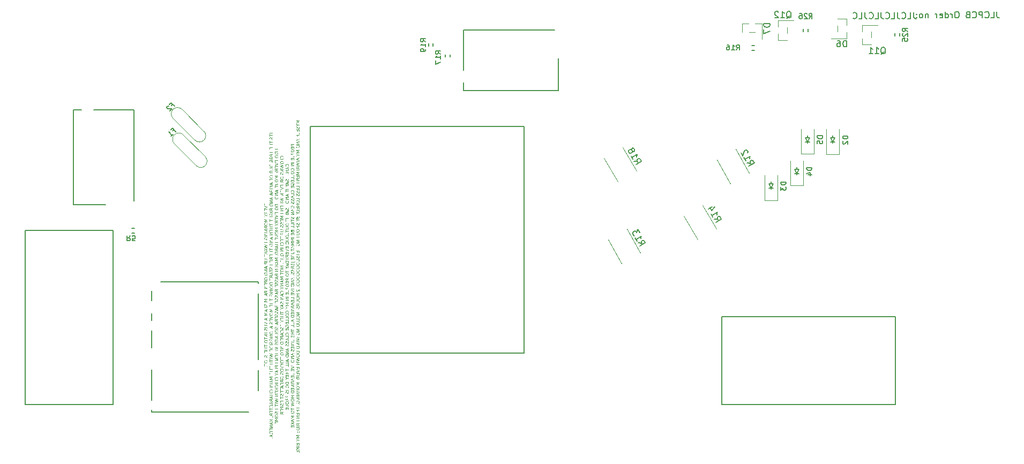
<source format=gbo>
G04 #@! TF.GenerationSoftware,KiCad,Pcbnew,8.0.2-8.0.2-0~ubuntu22.04.1*
G04 #@! TF.CreationDate,2024-05-27T17:44:16+00:00*
G04 #@! TF.ProjectId,uaeficopiedtovfr,75616566-6963-46f7-9069-6564746f7666,rev?*
G04 #@! TF.SameCoordinates,Original*
G04 #@! TF.FileFunction,Legend,Bot*
G04 #@! TF.FilePolarity,Positive*
%FSLAX46Y46*%
G04 Gerber Fmt 4.6, Leading zero omitted, Abs format (unit mm)*
G04 Created by KiCad (PCBNEW 8.0.2-8.0.2-0~ubuntu22.04.1) date 2024-05-27 17:44:16*
%MOMM*%
%LPD*%
G01*
G04 APERTURE LIST*
%ADD10C,0.150000*%
%ADD11C,0.125000*%
%ADD12C,0.127000*%
%ADD13C,0.170000*%
%ADD14C,0.200000*%
%ADD15C,0.120000*%
%ADD16C,0.203200*%
G04 APERTURE END LIST*
D10*
X154980447Y72738181D02*
X154980447Y72023896D01*
X154980447Y72023896D02*
X155028066Y71881039D01*
X155028066Y71881039D02*
X155123304Y71785800D01*
X155123304Y71785800D02*
X155266161Y71738181D01*
X155266161Y71738181D02*
X155361399Y71738181D01*
X154028066Y71738181D02*
X154504256Y71738181D01*
X154504256Y71738181D02*
X154504256Y72738181D01*
X153123304Y71833420D02*
X153170923Y71785800D01*
X153170923Y71785800D02*
X153313780Y71738181D01*
X153313780Y71738181D02*
X153409018Y71738181D01*
X153409018Y71738181D02*
X153551875Y71785800D01*
X153551875Y71785800D02*
X153647113Y71881039D01*
X153647113Y71881039D02*
X153694732Y71976277D01*
X153694732Y71976277D02*
X153742351Y72166753D01*
X153742351Y72166753D02*
X153742351Y72309610D01*
X153742351Y72309610D02*
X153694732Y72500086D01*
X153694732Y72500086D02*
X153647113Y72595324D01*
X153647113Y72595324D02*
X153551875Y72690562D01*
X153551875Y72690562D02*
X153409018Y72738181D01*
X153409018Y72738181D02*
X153313780Y72738181D01*
X153313780Y72738181D02*
X153170923Y72690562D01*
X153170923Y72690562D02*
X153123304Y72642943D01*
X152694732Y71738181D02*
X152694732Y72738181D01*
X152694732Y72738181D02*
X152313780Y72738181D01*
X152313780Y72738181D02*
X152218542Y72690562D01*
X152218542Y72690562D02*
X152170923Y72642943D01*
X152170923Y72642943D02*
X152123304Y72547705D01*
X152123304Y72547705D02*
X152123304Y72404848D01*
X152123304Y72404848D02*
X152170923Y72309610D01*
X152170923Y72309610D02*
X152218542Y72261991D01*
X152218542Y72261991D02*
X152313780Y72214372D01*
X152313780Y72214372D02*
X152694732Y72214372D01*
X151123304Y71833420D02*
X151170923Y71785800D01*
X151170923Y71785800D02*
X151313780Y71738181D01*
X151313780Y71738181D02*
X151409018Y71738181D01*
X151409018Y71738181D02*
X151551875Y71785800D01*
X151551875Y71785800D02*
X151647113Y71881039D01*
X151647113Y71881039D02*
X151694732Y71976277D01*
X151694732Y71976277D02*
X151742351Y72166753D01*
X151742351Y72166753D02*
X151742351Y72309610D01*
X151742351Y72309610D02*
X151694732Y72500086D01*
X151694732Y72500086D02*
X151647113Y72595324D01*
X151647113Y72595324D02*
X151551875Y72690562D01*
X151551875Y72690562D02*
X151409018Y72738181D01*
X151409018Y72738181D02*
X151313780Y72738181D01*
X151313780Y72738181D02*
X151170923Y72690562D01*
X151170923Y72690562D02*
X151123304Y72642943D01*
X150361399Y72261991D02*
X150218542Y72214372D01*
X150218542Y72214372D02*
X150170923Y72166753D01*
X150170923Y72166753D02*
X150123304Y72071515D01*
X150123304Y72071515D02*
X150123304Y71928658D01*
X150123304Y71928658D02*
X150170923Y71833420D01*
X150170923Y71833420D02*
X150218542Y71785800D01*
X150218542Y71785800D02*
X150313780Y71738181D01*
X150313780Y71738181D02*
X150694732Y71738181D01*
X150694732Y71738181D02*
X150694732Y72738181D01*
X150694732Y72738181D02*
X150361399Y72738181D01*
X150361399Y72738181D02*
X150266161Y72690562D01*
X150266161Y72690562D02*
X150218542Y72642943D01*
X150218542Y72642943D02*
X150170923Y72547705D01*
X150170923Y72547705D02*
X150170923Y72452467D01*
X150170923Y72452467D02*
X150218542Y72357229D01*
X150218542Y72357229D02*
X150266161Y72309610D01*
X150266161Y72309610D02*
X150361399Y72261991D01*
X150361399Y72261991D02*
X150694732Y72261991D01*
X148742351Y72738181D02*
X148551875Y72738181D01*
X148551875Y72738181D02*
X148456637Y72690562D01*
X148456637Y72690562D02*
X148361399Y72595324D01*
X148361399Y72595324D02*
X148313780Y72404848D01*
X148313780Y72404848D02*
X148313780Y72071515D01*
X148313780Y72071515D02*
X148361399Y71881039D01*
X148361399Y71881039D02*
X148456637Y71785800D01*
X148456637Y71785800D02*
X148551875Y71738181D01*
X148551875Y71738181D02*
X148742351Y71738181D01*
X148742351Y71738181D02*
X148837589Y71785800D01*
X148837589Y71785800D02*
X148932827Y71881039D01*
X148932827Y71881039D02*
X148980446Y72071515D01*
X148980446Y72071515D02*
X148980446Y72404848D01*
X148980446Y72404848D02*
X148932827Y72595324D01*
X148932827Y72595324D02*
X148837589Y72690562D01*
X148837589Y72690562D02*
X148742351Y72738181D01*
X147885208Y71738181D02*
X147885208Y72404848D01*
X147885208Y72214372D02*
X147837589Y72309610D01*
X147837589Y72309610D02*
X147789970Y72357229D01*
X147789970Y72357229D02*
X147694732Y72404848D01*
X147694732Y72404848D02*
X147599494Y72404848D01*
X146837589Y71738181D02*
X146837589Y72738181D01*
X146837589Y71785800D02*
X146932827Y71738181D01*
X146932827Y71738181D02*
X147123303Y71738181D01*
X147123303Y71738181D02*
X147218541Y71785800D01*
X147218541Y71785800D02*
X147266160Y71833420D01*
X147266160Y71833420D02*
X147313779Y71928658D01*
X147313779Y71928658D02*
X147313779Y72214372D01*
X147313779Y72214372D02*
X147266160Y72309610D01*
X147266160Y72309610D02*
X147218541Y72357229D01*
X147218541Y72357229D02*
X147123303Y72404848D01*
X147123303Y72404848D02*
X146932827Y72404848D01*
X146932827Y72404848D02*
X146837589Y72357229D01*
X145980446Y71785800D02*
X146075684Y71738181D01*
X146075684Y71738181D02*
X146266160Y71738181D01*
X146266160Y71738181D02*
X146361398Y71785800D01*
X146361398Y71785800D02*
X146409017Y71881039D01*
X146409017Y71881039D02*
X146409017Y72261991D01*
X146409017Y72261991D02*
X146361398Y72357229D01*
X146361398Y72357229D02*
X146266160Y72404848D01*
X146266160Y72404848D02*
X146075684Y72404848D01*
X146075684Y72404848D02*
X145980446Y72357229D01*
X145980446Y72357229D02*
X145932827Y72261991D01*
X145932827Y72261991D02*
X145932827Y72166753D01*
X145932827Y72166753D02*
X146409017Y72071515D01*
X145504255Y71738181D02*
X145504255Y72404848D01*
X145504255Y72214372D02*
X145456636Y72309610D01*
X145456636Y72309610D02*
X145409017Y72357229D01*
X145409017Y72357229D02*
X145313779Y72404848D01*
X145313779Y72404848D02*
X145218541Y72404848D01*
X144123302Y72404848D02*
X144123302Y71738181D01*
X144123302Y72309610D02*
X144075683Y72357229D01*
X144075683Y72357229D02*
X143980445Y72404848D01*
X143980445Y72404848D02*
X143837588Y72404848D01*
X143837588Y72404848D02*
X143742350Y72357229D01*
X143742350Y72357229D02*
X143694731Y72261991D01*
X143694731Y72261991D02*
X143694731Y71738181D01*
X143075683Y71738181D02*
X143170921Y71785800D01*
X143170921Y71785800D02*
X143218540Y71833420D01*
X143218540Y71833420D02*
X143266159Y71928658D01*
X143266159Y71928658D02*
X143266159Y72214372D01*
X143266159Y72214372D02*
X143218540Y72309610D01*
X143218540Y72309610D02*
X143170921Y72357229D01*
X143170921Y72357229D02*
X143075683Y72404848D01*
X143075683Y72404848D02*
X142932826Y72404848D01*
X142932826Y72404848D02*
X142837588Y72357229D01*
X142837588Y72357229D02*
X142789969Y72309610D01*
X142789969Y72309610D02*
X142742350Y72214372D01*
X142742350Y72214372D02*
X142742350Y71928658D01*
X142742350Y71928658D02*
X142789969Y71833420D01*
X142789969Y71833420D02*
X142837588Y71785800D01*
X142837588Y71785800D02*
X142932826Y71738181D01*
X142932826Y71738181D02*
X143075683Y71738181D01*
X142313778Y71833420D02*
X142266159Y71785800D01*
X142266159Y71785800D02*
X142313778Y71738181D01*
X142313778Y71738181D02*
X142361397Y71785800D01*
X142361397Y71785800D02*
X142313778Y71833420D01*
X142313778Y71833420D02*
X142313778Y71738181D01*
X142313778Y72357229D02*
X142266159Y72309610D01*
X142266159Y72309610D02*
X142313778Y72261991D01*
X142313778Y72261991D02*
X142361397Y72309610D01*
X142361397Y72309610D02*
X142313778Y72357229D01*
X142313778Y72357229D02*
X142313778Y72261991D01*
X141831590Y72608181D02*
X141831590Y71893896D01*
X141831590Y71893896D02*
X141879209Y71751039D01*
X141879209Y71751039D02*
X141974447Y71655800D01*
X141974447Y71655800D02*
X142117304Y71608181D01*
X142117304Y71608181D02*
X142212542Y71608181D01*
X140879209Y71608181D02*
X141355399Y71608181D01*
X141355399Y71608181D02*
X141355399Y72608181D01*
X139974447Y71703420D02*
X140022066Y71655800D01*
X140022066Y71655800D02*
X140164923Y71608181D01*
X140164923Y71608181D02*
X140260161Y71608181D01*
X140260161Y71608181D02*
X140403018Y71655800D01*
X140403018Y71655800D02*
X140498256Y71751039D01*
X140498256Y71751039D02*
X140545875Y71846277D01*
X140545875Y71846277D02*
X140593494Y72036753D01*
X140593494Y72036753D02*
X140593494Y72179610D01*
X140593494Y72179610D02*
X140545875Y72370086D01*
X140545875Y72370086D02*
X140498256Y72465324D01*
X140498256Y72465324D02*
X140403018Y72560562D01*
X140403018Y72560562D02*
X140260161Y72608181D01*
X140260161Y72608181D02*
X140164923Y72608181D01*
X140164923Y72608181D02*
X140022066Y72560562D01*
X140022066Y72560562D02*
X139974447Y72512943D01*
X139260161Y72608181D02*
X139260161Y71893896D01*
X139260161Y71893896D02*
X139307780Y71751039D01*
X139307780Y71751039D02*
X139403018Y71655800D01*
X139403018Y71655800D02*
X139545875Y71608181D01*
X139545875Y71608181D02*
X139641113Y71608181D01*
X138307780Y71608181D02*
X138783970Y71608181D01*
X138783970Y71608181D02*
X138783970Y72608181D01*
X137403018Y71703420D02*
X137450637Y71655800D01*
X137450637Y71655800D02*
X137593494Y71608181D01*
X137593494Y71608181D02*
X137688732Y71608181D01*
X137688732Y71608181D02*
X137831589Y71655800D01*
X137831589Y71655800D02*
X137926827Y71751039D01*
X137926827Y71751039D02*
X137974446Y71846277D01*
X137974446Y71846277D02*
X138022065Y72036753D01*
X138022065Y72036753D02*
X138022065Y72179610D01*
X138022065Y72179610D02*
X137974446Y72370086D01*
X137974446Y72370086D02*
X137926827Y72465324D01*
X137926827Y72465324D02*
X137831589Y72560562D01*
X137831589Y72560562D02*
X137688732Y72608181D01*
X137688732Y72608181D02*
X137593494Y72608181D01*
X137593494Y72608181D02*
X137450637Y72560562D01*
X137450637Y72560562D02*
X137403018Y72512943D01*
X136688732Y72608181D02*
X136688732Y71893896D01*
X136688732Y71893896D02*
X136736351Y71751039D01*
X136736351Y71751039D02*
X136831589Y71655800D01*
X136831589Y71655800D02*
X136974446Y71608181D01*
X136974446Y71608181D02*
X137069684Y71608181D01*
X135736351Y71608181D02*
X136212541Y71608181D01*
X136212541Y71608181D02*
X136212541Y72608181D01*
X134831589Y71703420D02*
X134879208Y71655800D01*
X134879208Y71655800D02*
X135022065Y71608181D01*
X135022065Y71608181D02*
X135117303Y71608181D01*
X135117303Y71608181D02*
X135260160Y71655800D01*
X135260160Y71655800D02*
X135355398Y71751039D01*
X135355398Y71751039D02*
X135403017Y71846277D01*
X135403017Y71846277D02*
X135450636Y72036753D01*
X135450636Y72036753D02*
X135450636Y72179610D01*
X135450636Y72179610D02*
X135403017Y72370086D01*
X135403017Y72370086D02*
X135355398Y72465324D01*
X135355398Y72465324D02*
X135260160Y72560562D01*
X135260160Y72560562D02*
X135117303Y72608181D01*
X135117303Y72608181D02*
X135022065Y72608181D01*
X135022065Y72608181D02*
X134879208Y72560562D01*
X134879208Y72560562D02*
X134831589Y72512943D01*
X134117303Y72608181D02*
X134117303Y71893896D01*
X134117303Y71893896D02*
X134164922Y71751039D01*
X134164922Y71751039D02*
X134260160Y71655800D01*
X134260160Y71655800D02*
X134403017Y71608181D01*
X134403017Y71608181D02*
X134498255Y71608181D01*
X133164922Y71608181D02*
X133641112Y71608181D01*
X133641112Y71608181D02*
X133641112Y72608181D01*
X132260160Y71703420D02*
X132307779Y71655800D01*
X132307779Y71655800D02*
X132450636Y71608181D01*
X132450636Y71608181D02*
X132545874Y71608181D01*
X132545874Y71608181D02*
X132688731Y71655800D01*
X132688731Y71655800D02*
X132783969Y71751039D01*
X132783969Y71751039D02*
X132831588Y71846277D01*
X132831588Y71846277D02*
X132879207Y72036753D01*
X132879207Y72036753D02*
X132879207Y72179610D01*
X132879207Y72179610D02*
X132831588Y72370086D01*
X132831588Y72370086D02*
X132783969Y72465324D01*
X132783969Y72465324D02*
X132688731Y72560562D01*
X132688731Y72560562D02*
X132545874Y72608181D01*
X132545874Y72608181D02*
X132450636Y72608181D01*
X132450636Y72608181D02*
X132307779Y72560562D01*
X132307779Y72560562D02*
X132260160Y72512943D01*
D11*
G36*
X39232159Y42434533D02*
G01*
X39232159Y42110301D01*
X39286869Y42110301D01*
X39286869Y42365168D01*
X39443184Y42365168D01*
X39443184Y42120925D01*
X39497895Y42120925D01*
X39497895Y42365168D01*
X39693289Y42365168D01*
X39693289Y42104072D01*
X39748000Y42104072D01*
X39748000Y42434533D01*
X39232159Y42434533D01*
G37*
G36*
X39748000Y41860196D02*
G01*
X39232159Y42055956D01*
X39232159Y41983538D01*
X39666422Y41820995D01*
X39232159Y41658207D01*
X39232159Y41586033D01*
X39748000Y41781550D01*
X39748000Y41860196D01*
G37*
G36*
X39232159Y41513737D02*
G01*
X39232159Y41189505D01*
X39286869Y41189505D01*
X39286869Y41444372D01*
X39443184Y41444372D01*
X39443184Y41200130D01*
X39497895Y41200130D01*
X39497895Y41444372D01*
X39693289Y41444372D01*
X39693289Y41183277D01*
X39748000Y41183277D01*
X39748000Y41513737D01*
X39232159Y41513737D01*
G37*
G36*
X39748000Y41002293D02*
G01*
X39529158Y41002293D01*
X39529158Y40926700D01*
X39529970Y40909477D01*
X39535142Y40883840D01*
X39546133Y40861609D01*
X39550924Y40855602D01*
X39569748Y40838847D01*
X39591310Y40824881D01*
X39615131Y40812272D01*
X39748000Y40746693D01*
X39748000Y40672199D01*
X39606461Y40742541D01*
X39603784Y40743869D01*
X39581319Y40755809D01*
X39559778Y40769054D01*
X39538683Y40784917D01*
X39535667Y40787562D01*
X39518289Y40806349D01*
X39506443Y40828392D01*
X39505646Y40825725D01*
X39495556Y40801263D01*
X39481627Y40780808D01*
X39461869Y40762935D01*
X39455679Y40758919D01*
X39432953Y40748386D01*
X39407007Y40742242D01*
X39380903Y40740465D01*
X39358468Y40741523D01*
X39333979Y40745587D01*
X39308762Y40754182D01*
X39287156Y40766925D01*
X39269161Y40783818D01*
X39266885Y40786563D01*
X39252973Y40808227D01*
X39242602Y40834168D01*
X39236531Y40859807D01*
X39233062Y40888590D01*
X39232159Y40914976D01*
X39286869Y40914976D01*
X39286961Y40908798D01*
X39289654Y40883384D01*
X39297020Y40859723D01*
X39310438Y40839261D01*
X39329271Y40824660D01*
X39353530Y40816120D01*
X39380292Y40813615D01*
X39404618Y40815644D01*
X39429522Y40823633D01*
X39450634Y40839261D01*
X39453518Y40842548D01*
X39466052Y40864070D01*
X39472564Y40888694D01*
X39474448Y40914976D01*
X39474448Y41002293D01*
X39286869Y41002293D01*
X39286869Y40914976D01*
X39232159Y40914976D01*
X39232159Y41071658D01*
X39748000Y41071658D01*
X39748000Y41002293D01*
G37*
G36*
X39232159Y40700409D02*
G01*
X39232159Y40625915D01*
X39444284Y40483765D01*
X39232159Y40342593D01*
X39232159Y40267977D01*
X39502291Y40449327D01*
X39748000Y40449327D01*
X39748000Y40519058D01*
X39502291Y40519058D01*
X39232159Y40700409D01*
G37*
G36*
X39232159Y39980381D02*
G01*
X39232159Y39876944D01*
X39581182Y39746152D01*
X39232159Y39614505D01*
X39232159Y39511190D01*
X39748000Y39511190D01*
X39748000Y39578846D01*
X39294685Y39578846D01*
X39646394Y39711103D01*
X39646394Y39780834D01*
X39294685Y39912970D01*
X39748000Y39912970D01*
X39748000Y39980381D01*
X39232159Y39980381D01*
G37*
G36*
X39505197Y39405913D02*
G01*
X39534029Y39403890D01*
X39561315Y39399845D01*
X39587056Y39393777D01*
X39611252Y39385687D01*
X39633901Y39375573D01*
X39660040Y39360088D01*
X39683764Y39341441D01*
X39700651Y39324581D01*
X39718593Y39301595D01*
X39733018Y39276486D01*
X39743924Y39249255D01*
X39751312Y39219900D01*
X39754689Y39194888D01*
X39755815Y39168518D01*
X39755181Y39148679D01*
X39752362Y39123409D01*
X39745666Y39093722D01*
X39735446Y39066146D01*
X39721702Y39040680D01*
X39704434Y39017326D01*
X39683642Y38996082D01*
X39669657Y38984537D01*
X39644441Y38967819D01*
X39622550Y38956715D01*
X39599133Y38947630D01*
X39574190Y38940565D01*
X39547720Y38935517D01*
X39519724Y38932489D01*
X39490201Y38931480D01*
X39475220Y38931732D01*
X39446411Y38933751D01*
X39419139Y38937789D01*
X39393406Y38943845D01*
X39369211Y38951920D01*
X39346553Y38962015D01*
X39320395Y38977471D01*
X39296639Y38996082D01*
X39279694Y39012908D01*
X39261691Y39035840D01*
X39247218Y39060884D01*
X39236274Y39088038D01*
X39228861Y39117303D01*
X39225472Y39142235D01*
X39224348Y39168395D01*
X39279053Y39168395D01*
X39279275Y39159084D01*
X39282595Y39132621D01*
X39289899Y39108366D01*
X39301188Y39086316D01*
X39316461Y39066474D01*
X39335718Y39048839D01*
X39358414Y39033815D01*
X39384003Y39021899D01*
X39407538Y39014344D01*
X39433083Y39008948D01*
X39460637Y39005710D01*
X39490201Y39004631D01*
X39519695Y39005710D01*
X39547190Y39008948D01*
X39572689Y39014344D01*
X39596189Y39021899D01*
X39621753Y39033815D01*
X39644441Y39048839D01*
X39651302Y39054472D01*
X39669231Y39072843D01*
X39683176Y39093421D01*
X39693136Y39116206D01*
X39699113Y39141197D01*
X39701105Y39168395D01*
X39700884Y39177723D01*
X39697563Y39204246D01*
X39690259Y39228579D01*
X39678970Y39250722D01*
X39663698Y39270676D01*
X39644441Y39288441D01*
X39621753Y39303548D01*
X39596189Y39315529D01*
X39572689Y39323126D01*
X39547190Y39328552D01*
X39519695Y39331808D01*
X39490201Y39332893D01*
X39460637Y39331808D01*
X39433083Y39328552D01*
X39407538Y39323126D01*
X39384003Y39315529D01*
X39358414Y39303548D01*
X39335718Y39288441D01*
X39328856Y39282763D01*
X39310927Y39264268D01*
X39296982Y39243585D01*
X39287022Y39220711D01*
X39281045Y39195648D01*
X39279053Y39168395D01*
X39224348Y39168395D01*
X39224343Y39168518D01*
X39224978Y39188423D01*
X39227802Y39213775D01*
X39234509Y39243554D01*
X39244747Y39271210D01*
X39258514Y39296743D01*
X39275811Y39320154D01*
X39296639Y39341441D01*
X39310604Y39353008D01*
X39335802Y39369758D01*
X39357690Y39380883D01*
X39381116Y39389985D01*
X39406081Y39397064D01*
X39432583Y39402121D01*
X39460623Y39405155D01*
X39490201Y39406166D01*
X39505197Y39405913D01*
G37*
G36*
X39748000Y38756236D02*
G01*
X39529158Y38756236D01*
X39529158Y38680642D01*
X39529970Y38663419D01*
X39535142Y38637782D01*
X39546133Y38615552D01*
X39550924Y38609545D01*
X39569748Y38592790D01*
X39591310Y38578824D01*
X39615131Y38566215D01*
X39748000Y38500635D01*
X39748000Y38426141D01*
X39606461Y38496483D01*
X39603784Y38497811D01*
X39581319Y38509752D01*
X39559778Y38522997D01*
X39538683Y38538859D01*
X39535667Y38541505D01*
X39518289Y38560292D01*
X39506443Y38582335D01*
X39505646Y38579668D01*
X39495556Y38555206D01*
X39481627Y38534750D01*
X39461869Y38516878D01*
X39455679Y38512862D01*
X39432953Y38502329D01*
X39407007Y38496185D01*
X39380903Y38494407D01*
X39358468Y38495466D01*
X39333979Y38499530D01*
X39308762Y38508124D01*
X39287156Y38520868D01*
X39269161Y38537760D01*
X39266885Y38540506D01*
X39252973Y38562169D01*
X39242602Y38588110D01*
X39236531Y38613750D01*
X39233062Y38642533D01*
X39232159Y38668919D01*
X39286869Y38668919D01*
X39286961Y38662741D01*
X39289654Y38637327D01*
X39297020Y38613666D01*
X39310438Y38593204D01*
X39329271Y38578603D01*
X39353530Y38570062D01*
X39380292Y38567558D01*
X39404618Y38569587D01*
X39429522Y38577576D01*
X39450634Y38593204D01*
X39453518Y38596490D01*
X39466052Y38618013D01*
X39472564Y38642637D01*
X39474448Y38668919D01*
X39474448Y38756236D01*
X39286869Y38756236D01*
X39286869Y38668919D01*
X39232159Y38668919D01*
X39232159Y38825601D01*
X39748000Y38825601D01*
X39748000Y38756236D01*
G37*
G36*
X39232159Y38339557D02*
G01*
X39232159Y38246134D01*
X39663736Y38018744D01*
X39232159Y38018744D01*
X39232159Y37951455D01*
X39748000Y37951455D01*
X39748000Y38044878D01*
X39316422Y38272146D01*
X39748000Y38272146D01*
X39748000Y38339557D01*
X39232159Y38339557D01*
G37*
G36*
X39232159Y37815901D02*
G01*
X39232159Y37746536D01*
X39748000Y37746536D01*
X39748000Y37815901D01*
X39232159Y37815901D01*
G37*
G36*
X39232159Y37609760D02*
G01*
X39232159Y37516337D01*
X39663736Y37288947D01*
X39232159Y37288947D01*
X39232159Y37221658D01*
X39748000Y37221658D01*
X39748000Y37315081D01*
X39316422Y37542349D01*
X39748000Y37542349D01*
X39748000Y37609760D01*
X39232159Y37609760D01*
G37*
G36*
X39674971Y36736469D02*
G01*
X39536974Y36736469D01*
X39536974Y36849798D01*
X39482263Y36849798D01*
X39482263Y36667715D01*
X39700372Y36667715D01*
X39714707Y36690972D01*
X39726935Y36715543D01*
X39736037Y36738486D01*
X39741771Y36756375D01*
X39747916Y36780967D01*
X39752304Y36806384D01*
X39754938Y36832625D01*
X39755815Y36859690D01*
X39754720Y36888944D01*
X39751434Y36916560D01*
X39745958Y36942540D01*
X39738291Y36966882D01*
X39728433Y36989587D01*
X39713031Y37015666D01*
X39694206Y37039187D01*
X39685718Y37047879D01*
X39662429Y37067405D01*
X39641862Y37080643D01*
X39619574Y37091762D01*
X39595565Y37100764D01*
X39569834Y37107648D01*
X39542383Y37112413D01*
X39513210Y37115061D01*
X39490201Y37115656D01*
X39459682Y37114597D01*
X39430896Y37111420D01*
X39403842Y37106125D01*
X39378521Y37098712D01*
X39354933Y37089181D01*
X39333077Y37077532D01*
X39308193Y37059992D01*
X39294563Y37047879D01*
X39274333Y37025384D01*
X39257533Y37000338D01*
X39246561Y36978463D01*
X39237783Y36954954D01*
X39231200Y36929812D01*
X39226812Y36903037D01*
X39224617Y36874629D01*
X39224343Y36859812D01*
X39225091Y36835029D01*
X39227720Y36807896D01*
X39232244Y36781556D01*
X39236311Y36764435D01*
X39243863Y36739579D01*
X39253192Y36715843D01*
X39264299Y36693228D01*
X39271237Y36681148D01*
X39341579Y36681148D01*
X39325289Y36703164D01*
X39311453Y36725932D01*
X39300070Y36749454D01*
X39294807Y36762848D01*
X39287192Y36787522D01*
X39282069Y36812912D01*
X39279438Y36839017D01*
X39279053Y36853828D01*
X39280350Y36882107D01*
X39284241Y36908096D01*
X39290726Y36931795D01*
X39301931Y36957211D01*
X39316872Y36979331D01*
X39332176Y36995245D01*
X39353880Y37011265D01*
X39379242Y37023970D01*
X39403172Y37032026D01*
X39429641Y37037780D01*
X39458651Y37041233D01*
X39483688Y37042338D01*
X39490201Y37042384D01*
X39515589Y37041647D01*
X39545054Y37038655D01*
X39571996Y37033361D01*
X39596416Y37025765D01*
X39622391Y37013612D01*
X39644734Y36998145D01*
X39648104Y36995245D01*
X39666116Y36975877D01*
X39680401Y36953222D01*
X39690960Y36927277D01*
X39696912Y36903144D01*
X39700277Y36876728D01*
X39701105Y36853950D01*
X39700212Y36827498D01*
X39697229Y36801360D01*
X39694755Y36788371D01*
X39687842Y36764191D01*
X39677427Y36740827D01*
X39674971Y36736469D01*
G37*
G36*
X39232159Y36321623D02*
G01*
X39232159Y36252258D01*
X39748000Y36252258D01*
X39748000Y36321623D01*
X39232159Y36321623D01*
G37*
G36*
X39232159Y35938894D02*
G01*
X39232159Y35868797D01*
X39668132Y35760963D01*
X39232159Y35653497D01*
X39232159Y35575461D01*
X39668132Y35467628D01*
X39232159Y35360161D01*
X39232159Y35289697D01*
X39748000Y35418535D01*
X39748000Y35505730D01*
X39300180Y35613929D01*
X39748000Y35723106D01*
X39748000Y35810423D01*
X39232159Y35938894D01*
G37*
G36*
X39748000Y35229980D02*
G01*
X39615131Y35183207D01*
X39615131Y34952153D01*
X39748000Y34905381D01*
X39748000Y34833207D01*
X39232159Y35028723D01*
X39232159Y35068169D01*
X39301524Y35068169D01*
X39560421Y34973769D01*
X39560421Y35162324D01*
X39301524Y35068169D01*
X39232159Y35068169D01*
X39232159Y35107370D01*
X39748000Y35303130D01*
X39748000Y35229980D01*
G37*
G36*
X39232159Y34760911D02*
G01*
X39232159Y34691546D01*
X39450145Y34691546D01*
X39232159Y34461347D01*
X39232159Y34372077D01*
X39472616Y34626578D01*
X39748000Y34353880D01*
X39748000Y34445227D01*
X39499605Y34691546D01*
X39748000Y34691546D01*
X39748000Y34760911D01*
X39232159Y34760911D01*
G37*
G36*
X39232159Y34302223D02*
G01*
X39232159Y33977991D01*
X39286869Y33977991D01*
X39286869Y34232858D01*
X39443184Y34232858D01*
X39443184Y33988615D01*
X39497895Y33988615D01*
X39497895Y34232858D01*
X39693289Y34232858D01*
X39693289Y33971762D01*
X39748000Y33971762D01*
X39748000Y34302223D01*
X39232159Y34302223D01*
G37*
G36*
X39232159Y33645698D02*
G01*
X39232159Y33575967D01*
X39545400Y33575967D01*
X39570145Y33575239D01*
X39596855Y33572446D01*
X39623904Y33566539D01*
X39649393Y33556296D01*
X39664713Y33546169D01*
X39682305Y33526412D01*
X39693109Y33503936D01*
X39699363Y33476835D01*
X39701105Y33449327D01*
X39699363Y33421920D01*
X39694139Y33398043D01*
X39683904Y33375076D01*
X39666952Y33354749D01*
X39664713Y33352851D01*
X39643563Y33339761D01*
X39620311Y33331376D01*
X39592629Y33325853D01*
X39565376Y33323399D01*
X39545400Y33322931D01*
X39232159Y33322931D01*
X39232159Y33253200D01*
X39553949Y33253200D01*
X39583973Y33254413D01*
X39611613Y33258054D01*
X39636867Y33264121D01*
X39664024Y33274606D01*
X39687746Y33288585D01*
X39704891Y33302903D01*
X39722197Y33323158D01*
X39735923Y33346735D01*
X39746068Y33373636D01*
X39751787Y33398592D01*
X39755020Y33425855D01*
X39755815Y33449327D01*
X39754572Y33478510D01*
X39750842Y33505379D01*
X39744626Y33529934D01*
X39733884Y33556347D01*
X39719561Y33579428D01*
X39704891Y33596117D01*
X39684031Y33612967D01*
X39659736Y33626331D01*
X39632007Y33636208D01*
X39606276Y33641776D01*
X39578159Y33644924D01*
X39553949Y33645698D01*
X39232159Y33645698D01*
G37*
G36*
X39748000Y33056585D02*
G01*
X39536974Y33056585D01*
X39536974Y32969268D01*
X39536936Y32963920D01*
X39535617Y32938417D01*
X39531547Y32910529D01*
X39524763Y32885604D01*
X39513420Y32860268D01*
X39498383Y32838964D01*
X39482620Y32823940D01*
X39460962Y32810341D01*
X39435787Y32800973D01*
X39411408Y32796310D01*
X39384444Y32794756D01*
X39361933Y32795835D01*
X39337249Y32799980D01*
X39311663Y32808744D01*
X39289538Y32821739D01*
X39270871Y32838964D01*
X39268489Y32841761D01*
X39253934Y32863640D01*
X39243084Y32889552D01*
X39236733Y32914972D01*
X39233104Y32943353D01*
X39232159Y32969268D01*
X39286869Y32969268D01*
X39286968Y32963294D01*
X39289871Y32938548D01*
X39297808Y32915154D01*
X39312270Y32894407D01*
X39315529Y32891198D01*
X39336436Y32877249D01*
X39359825Y32870003D01*
X39384444Y32867907D01*
X39387361Y32867933D01*
X39411719Y32870495D01*
X39436844Y32879320D01*
X39456862Y32894407D01*
X39459938Y32897791D01*
X39473308Y32919488D01*
X39480254Y32943745D01*
X39482263Y32969268D01*
X39482263Y33056585D01*
X39286869Y33056585D01*
X39286869Y32969268D01*
X39232159Y32969268D01*
X39232159Y33125950D01*
X39748000Y33125950D01*
X39748000Y33056585D01*
G37*
G36*
X39748000Y32471989D02*
G01*
X39615131Y32425217D01*
X39615131Y32194163D01*
X39748000Y32147391D01*
X39748000Y32075217D01*
X39232159Y32270733D01*
X39232159Y32310178D01*
X39301524Y32310178D01*
X39560421Y32215779D01*
X39560421Y32404334D01*
X39301524Y32310178D01*
X39232159Y32310178D01*
X39232159Y32349379D01*
X39748000Y32545140D01*
X39748000Y32471989D01*
G37*
G36*
X39232159Y32002921D02*
G01*
X39232159Y31909498D01*
X39663736Y31682108D01*
X39232159Y31682108D01*
X39232159Y31614819D01*
X39748000Y31614819D01*
X39748000Y31708242D01*
X39316422Y31935510D01*
X39748000Y31935510D01*
X39748000Y32002921D01*
X39232159Y32002921D01*
G37*
G36*
X39748000Y31336626D02*
G01*
X39747938Y31327429D01*
X39747023Y31300757D01*
X39745008Y31275463D01*
X39740611Y31243881D01*
X39734261Y31214749D01*
X39725957Y31188068D01*
X39715698Y31163836D01*
X39703486Y31142055D01*
X39685473Y31118273D01*
X39677381Y31109785D01*
X39654729Y31090960D01*
X39628618Y31075558D01*
X39605240Y31065700D01*
X39579647Y31058033D01*
X39551842Y31052557D01*
X39521823Y31049271D01*
X39489591Y31048176D01*
X39473273Y31048448D01*
X39442288Y31050627D01*
X39413506Y31054985D01*
X39386925Y31061523D01*
X39362547Y31070239D01*
X39340370Y31081135D01*
X39315746Y31097818D01*
X39294563Y31117907D01*
X39287006Y31126933D01*
X39270247Y31152207D01*
X39259034Y31175213D01*
X39249771Y31200695D01*
X39242458Y31228654D01*
X39237095Y31259090D01*
X39234352Y31283542D01*
X39232707Y31309388D01*
X39232373Y31326002D01*
X39286869Y31326002D01*
X39286917Y31319425D01*
X39288062Y31294228D01*
X39291639Y31265232D01*
X39297602Y31239015D01*
X39305950Y31215577D01*
X39319117Y31191120D01*
X39335718Y31170663D01*
X39338825Y31167628D01*
X39359777Y31151439D01*
X39384678Y31138720D01*
X39408447Y31130770D01*
X39434958Y31125229D01*
X39464212Y31122097D01*
X39489591Y31121326D01*
X39496138Y31121375D01*
X39521221Y31122531D01*
X39550091Y31126144D01*
X39576200Y31132167D01*
X39599548Y31140599D01*
X39623921Y31153897D01*
X39644318Y31170663D01*
X39647331Y31173795D01*
X39663400Y31194918D01*
X39676025Y31220043D01*
X39683916Y31244036D01*
X39689415Y31270809D01*
X39692524Y31300360D01*
X39693289Y31326002D01*
X39693289Y31409899D01*
X39286869Y31409899D01*
X39286869Y31326002D01*
X39232373Y31326002D01*
X39232159Y31336626D01*
X39232159Y31479264D01*
X39748000Y31479264D01*
X39748000Y31336626D01*
G37*
G36*
X39505197Y30747504D02*
G01*
X39534029Y30745481D01*
X39561315Y30741436D01*
X39587056Y30735368D01*
X39611252Y30727278D01*
X39633901Y30717165D01*
X39660040Y30701679D01*
X39683764Y30683033D01*
X39700651Y30666172D01*
X39718593Y30643186D01*
X39733018Y30618077D01*
X39743924Y30590846D01*
X39751312Y30561491D01*
X39754689Y30536479D01*
X39755815Y30510109D01*
X39755181Y30490270D01*
X39752362Y30465000D01*
X39745666Y30435313D01*
X39735446Y30407737D01*
X39721702Y30382271D01*
X39704434Y30358917D01*
X39683642Y30337673D01*
X39669657Y30326128D01*
X39644441Y30309410D01*
X39622550Y30298306D01*
X39599133Y30289221D01*
X39574190Y30282156D01*
X39547720Y30277109D01*
X39519724Y30274080D01*
X39490201Y30273071D01*
X39475220Y30273323D01*
X39446411Y30275342D01*
X39419139Y30279380D01*
X39393406Y30285436D01*
X39369211Y30293511D01*
X39346553Y30303606D01*
X39320395Y30319062D01*
X39296639Y30337673D01*
X39279694Y30354499D01*
X39261691Y30377432D01*
X39247218Y30402475D01*
X39236274Y30429629D01*
X39228861Y30458894D01*
X39225472Y30483826D01*
X39224348Y30509986D01*
X39279053Y30509986D01*
X39279275Y30500675D01*
X39282595Y30474213D01*
X39289899Y30449957D01*
X39301188Y30427908D01*
X39316461Y30408065D01*
X39335718Y30390430D01*
X39358414Y30375406D01*
X39384003Y30363490D01*
X39407538Y30355935D01*
X39433083Y30350539D01*
X39460637Y30347301D01*
X39490201Y30346222D01*
X39519695Y30347301D01*
X39547190Y30350539D01*
X39572689Y30355935D01*
X39596189Y30363490D01*
X39621753Y30375406D01*
X39644441Y30390430D01*
X39651302Y30396063D01*
X39669231Y30414434D01*
X39683176Y30435012D01*
X39693136Y30457797D01*
X39699113Y30482788D01*
X39701105Y30509986D01*
X39700884Y30519314D01*
X39697563Y30545837D01*
X39690259Y30570170D01*
X39678970Y30592314D01*
X39663698Y30612267D01*
X39644441Y30630032D01*
X39621753Y30645139D01*
X39596189Y30657120D01*
X39572689Y30664717D01*
X39547190Y30670143D01*
X39519695Y30673399D01*
X39490201Y30674484D01*
X39460637Y30673399D01*
X39433083Y30670143D01*
X39407538Y30664717D01*
X39384003Y30657120D01*
X39358414Y30645139D01*
X39335718Y30630032D01*
X39328856Y30624354D01*
X39310927Y30605859D01*
X39296982Y30585176D01*
X39287022Y30562302D01*
X39281045Y30537239D01*
X39279053Y30509986D01*
X39224348Y30509986D01*
X39224343Y30510109D01*
X39224978Y30530014D01*
X39227802Y30555366D01*
X39234509Y30585145D01*
X39244747Y30612801D01*
X39258514Y30638334D01*
X39275811Y30661745D01*
X39296639Y30683033D01*
X39310604Y30694599D01*
X39335802Y30711349D01*
X39357690Y30722474D01*
X39381116Y30731576D01*
X39406081Y30738655D01*
X39432583Y30743712D01*
X39460623Y30746746D01*
X39490201Y30747757D01*
X39505197Y30747504D01*
G37*
G36*
X39748000Y30097827D02*
G01*
X39536974Y30097827D01*
X39536974Y30010510D01*
X39536936Y30005162D01*
X39535617Y29979659D01*
X39531547Y29951771D01*
X39524763Y29926846D01*
X39513420Y29901510D01*
X39498383Y29880206D01*
X39482620Y29865183D01*
X39460962Y29851583D01*
X39435787Y29842215D01*
X39411408Y29837553D01*
X39384444Y29835998D01*
X39361933Y29837078D01*
X39337249Y29841222D01*
X39311663Y29849986D01*
X39289538Y29862981D01*
X39270871Y29880206D01*
X39268489Y29883003D01*
X39253934Y29904882D01*
X39243084Y29930794D01*
X39236733Y29956214D01*
X39233104Y29984595D01*
X39232159Y30010510D01*
X39286869Y30010510D01*
X39286968Y30004536D01*
X39289871Y29979790D01*
X39297808Y29956396D01*
X39312270Y29935649D01*
X39315529Y29932440D01*
X39336436Y29918491D01*
X39359825Y29911245D01*
X39384444Y29909149D01*
X39387361Y29909175D01*
X39411719Y29911737D01*
X39436844Y29920562D01*
X39456862Y29935649D01*
X39459938Y29939033D01*
X39473308Y29960730D01*
X39480254Y29984987D01*
X39482263Y30010510D01*
X39482263Y30097827D01*
X39286869Y30097827D01*
X39286869Y30010510D01*
X39232159Y30010510D01*
X39232159Y30167192D01*
X39748000Y30167192D01*
X39748000Y30097827D01*
G37*
G36*
X39232159Y29745140D02*
G01*
X39232159Y29420908D01*
X39286869Y29420908D01*
X39286869Y29675775D01*
X39443184Y29675775D01*
X39443184Y29431532D01*
X39497895Y29431532D01*
X39497895Y29675775D01*
X39693289Y29675775D01*
X39693289Y29414679D01*
X39748000Y29414679D01*
X39748000Y29745140D01*
X39232159Y29745140D01*
G37*
G36*
X39232159Y29303060D02*
G01*
X39232159Y29209638D01*
X39663736Y28982247D01*
X39232159Y28982247D01*
X39232159Y28914959D01*
X39748000Y28914959D01*
X39748000Y29008381D01*
X39316422Y29235649D01*
X39748000Y29235649D01*
X39748000Y29303060D01*
X39232159Y29303060D01*
G37*
G36*
X39748000Y28487778D02*
G01*
X39536974Y28487778D01*
X39536974Y28400461D01*
X39536936Y28395114D01*
X39535617Y28369611D01*
X39531547Y28341723D01*
X39524763Y28316797D01*
X39513420Y28291461D01*
X39498383Y28270157D01*
X39482620Y28255134D01*
X39460962Y28241535D01*
X39435787Y28232166D01*
X39411408Y28227504D01*
X39384444Y28225950D01*
X39361933Y28227029D01*
X39337249Y28231173D01*
X39311663Y28239937D01*
X39289538Y28252932D01*
X39270871Y28270157D01*
X39268489Y28272954D01*
X39253934Y28294834D01*
X39243084Y28320745D01*
X39236733Y28346165D01*
X39233104Y28374547D01*
X39232159Y28400461D01*
X39286869Y28400461D01*
X39286968Y28394487D01*
X39289871Y28369741D01*
X39297808Y28346348D01*
X39312270Y28325601D01*
X39315529Y28322392D01*
X39336436Y28308443D01*
X39359825Y28301196D01*
X39384444Y28299100D01*
X39387361Y28299126D01*
X39411719Y28301688D01*
X39436844Y28310513D01*
X39456862Y28325601D01*
X39459938Y28328984D01*
X39473308Y28350681D01*
X39480254Y28374938D01*
X39482263Y28400461D01*
X39482263Y28487778D01*
X39286869Y28487778D01*
X39286869Y28400461D01*
X39232159Y28400461D01*
X39232159Y28557143D01*
X39748000Y28557143D01*
X39748000Y28487778D01*
G37*
G36*
X39748000Y28170384D02*
G01*
X39615131Y28123612D01*
X39615131Y27892558D01*
X39748000Y27845786D01*
X39748000Y27773612D01*
X39232159Y27969128D01*
X39232159Y28008573D01*
X39301524Y28008573D01*
X39560421Y27914174D01*
X39560421Y28102729D01*
X39301524Y28008573D01*
X39232159Y28008573D01*
X39232159Y28047774D01*
X39748000Y28243535D01*
X39748000Y28170384D01*
G37*
G36*
X39232159Y27701316D02*
G01*
X39232159Y27631951D01*
X39693289Y27631951D01*
X39693289Y27382213D01*
X39748000Y27382213D01*
X39748000Y27701316D01*
X39232159Y27701316D01*
G37*
G36*
X39232159Y27311504D02*
G01*
X39232159Y27208067D01*
X39581182Y27077275D01*
X39232159Y26945628D01*
X39232159Y26842314D01*
X39748000Y26842314D01*
X39748000Y26909969D01*
X39294685Y26909969D01*
X39646394Y27042227D01*
X39646394Y27111958D01*
X39294685Y27244093D01*
X39748000Y27244093D01*
X39748000Y27311504D01*
X39232159Y27311504D01*
G37*
G36*
X39247790Y26177973D02*
G01*
X39318132Y26177973D01*
X39306822Y26202197D01*
X39297467Y26225562D01*
X39289436Y26250272D01*
X39288823Y26252467D01*
X39283261Y26276275D01*
X39279826Y26301588D01*
X39279053Y26320123D01*
X39280450Y26346890D01*
X39285360Y26373117D01*
X39294963Y26397432D01*
X39301401Y26407684D01*
X39318919Y26425135D01*
X39343130Y26435911D01*
X39364782Y26438336D01*
X39390002Y26434970D01*
X39412240Y26422722D01*
X39416928Y26417942D01*
X39430088Y26395325D01*
X39438675Y26369699D01*
X39444582Y26344045D01*
X39445260Y26340517D01*
X39453931Y26298629D01*
X39460217Y26270937D01*
X39468082Y26246113D01*
X39479255Y26220777D01*
X39492579Y26199344D01*
X39505711Y26184079D01*
X39525838Y26167891D01*
X39549094Y26156327D01*
X39575480Y26149389D01*
X39601135Y26147113D01*
X39604995Y26147077D01*
X39631577Y26148832D01*
X39655634Y26154100D01*
X39680510Y26164685D01*
X39701949Y26180050D01*
X39717591Y26197024D01*
X39732485Y26221109D01*
X39742340Y26245306D01*
X39749507Y26272783D01*
X39753426Y26298187D01*
X39755479Y26325868D01*
X39755815Y26343570D01*
X39754892Y26369138D01*
X39752121Y26395803D01*
X39748000Y26420995D01*
X39742299Y26446927D01*
X39735904Y26470755D01*
X39728311Y26495046D01*
X39724552Y26505991D01*
X39654210Y26505991D01*
X39666423Y26482368D01*
X39676819Y26459035D01*
X39685399Y26435992D01*
X39689381Y26423315D01*
X39695564Y26398106D01*
X39699456Y26373160D01*
X39701059Y26348475D01*
X39701105Y26343570D01*
X39699989Y26318901D01*
X39695980Y26293885D01*
X39687984Y26269793D01*
X39677780Y26251979D01*
X39659391Y26233554D01*
X39636299Y26222777D01*
X39611224Y26219617D01*
X39585240Y26222880D01*
X39562324Y26233779D01*
X39552239Y26242820D01*
X39537722Y26264395D01*
X39527933Y26288750D01*
X39521613Y26312407D01*
X39520243Y26318901D01*
X39511939Y26361155D01*
X39505505Y26388729D01*
X39497834Y26413288D01*
X39487322Y26438131D01*
X39473247Y26461500D01*
X39463334Y26473385D01*
X39442671Y26490150D01*
X39417911Y26501429D01*
X39392464Y26506848D01*
X39371255Y26508067D01*
X39346673Y26506384D01*
X39320566Y26500167D01*
X39297228Y26489368D01*
X39276661Y26473987D01*
X39263666Y26460196D01*
X39248344Y26437469D01*
X39238206Y26415235D01*
X39230833Y26390460D01*
X39226225Y26363143D01*
X39224496Y26338437D01*
X39224343Y26328060D01*
X39225035Y26303134D01*
X39227113Y26277890D01*
X39230205Y26254665D01*
X39234927Y26228688D01*
X39240423Y26204722D01*
X39247063Y26180422D01*
X39247790Y26177973D01*
G37*
G36*
X39232159Y26041441D02*
G01*
X39232159Y25972077D01*
X39693289Y25972077D01*
X39693289Y25722338D01*
X39748000Y25722338D01*
X39748000Y26041441D01*
X39232159Y26041441D01*
G37*
G36*
X39748000Y25625862D02*
G01*
X39615131Y25579090D01*
X39615131Y25348036D01*
X39748000Y25301264D01*
X39748000Y25229090D01*
X39232159Y25424606D01*
X39232159Y25464051D01*
X39301524Y25464051D01*
X39560421Y25369652D01*
X39560421Y25558207D01*
X39301524Y25464051D01*
X39232159Y25464051D01*
X39232159Y25503252D01*
X39748000Y25699013D01*
X39748000Y25625862D01*
G37*
G36*
X39232159Y25156794D02*
G01*
X39232159Y25053357D01*
X39581182Y24922565D01*
X39232159Y24790918D01*
X39232159Y24687603D01*
X39748000Y24687603D01*
X39748000Y24755259D01*
X39294685Y24755259D01*
X39646394Y24887516D01*
X39646394Y24957247D01*
X39294685Y25089383D01*
X39748000Y25089383D01*
X39748000Y25156794D01*
X39232159Y25156794D01*
G37*
G36*
X39748000Y24321117D02*
G01*
X39615131Y24274344D01*
X39615131Y24043291D01*
X39748000Y23996518D01*
X39748000Y23924344D01*
X39232159Y24119861D01*
X39232159Y24159306D01*
X39301524Y24159306D01*
X39560421Y24064906D01*
X39560421Y24253462D01*
X39301524Y24159306D01*
X39232159Y24159306D01*
X39232159Y24198507D01*
X39748000Y24394268D01*
X39748000Y24321117D01*
G37*
G36*
X39748000Y23497530D02*
G01*
X39232159Y23693291D01*
X39232159Y23620873D01*
X39666422Y23458329D01*
X39232159Y23295541D01*
X39232159Y23223368D01*
X39748000Y23418884D01*
X39748000Y23497530D01*
G37*
G36*
X39232159Y23151072D02*
G01*
X39232159Y23081707D01*
X39443184Y23081707D01*
X39443184Y22829526D01*
X39232159Y22829526D01*
X39232159Y22760161D01*
X39748000Y22760161D01*
X39748000Y22829526D01*
X39497895Y22829526D01*
X39497895Y23081707D01*
X39748000Y23081707D01*
X39748000Y23151072D01*
X39232159Y23151072D01*
G37*
G36*
X39247790Y22317471D02*
G01*
X39318132Y22317471D01*
X39306822Y22341695D01*
X39297467Y22365060D01*
X39289436Y22389770D01*
X39288823Y22391965D01*
X39283261Y22415772D01*
X39279826Y22441086D01*
X39279053Y22459620D01*
X39280450Y22486388D01*
X39285360Y22512615D01*
X39294963Y22536929D01*
X39301401Y22547181D01*
X39318919Y22564633D01*
X39343130Y22575409D01*
X39364782Y22577834D01*
X39390002Y22574468D01*
X39412240Y22562219D01*
X39416928Y22557439D01*
X39430088Y22534823D01*
X39438675Y22509196D01*
X39444582Y22483543D01*
X39445260Y22480014D01*
X39453931Y22438127D01*
X39460217Y22410435D01*
X39468082Y22385611D01*
X39479255Y22360274D01*
X39492579Y22338841D01*
X39505711Y22323577D01*
X39525838Y22307388D01*
X39549094Y22295825D01*
X39575480Y22288887D01*
X39601135Y22286610D01*
X39604995Y22286574D01*
X39631577Y22288330D01*
X39655634Y22293598D01*
X39680510Y22304183D01*
X39701949Y22319547D01*
X39717591Y22336522D01*
X39732485Y22360606D01*
X39742340Y22384803D01*
X39749507Y22412281D01*
X39753426Y22437684D01*
X39755479Y22465365D01*
X39755815Y22483067D01*
X39754892Y22508635D01*
X39752121Y22535300D01*
X39748000Y22560492D01*
X39742299Y22586424D01*
X39735904Y22610252D01*
X39728311Y22634544D01*
X39724552Y22645489D01*
X39654210Y22645489D01*
X39666423Y22621866D01*
X39676819Y22598533D01*
X39685399Y22575489D01*
X39689381Y22562813D01*
X39695564Y22537604D01*
X39699456Y22512657D01*
X39701059Y22487973D01*
X39701105Y22483067D01*
X39699989Y22458399D01*
X39695980Y22433383D01*
X39687984Y22409291D01*
X39677780Y22391476D01*
X39659391Y22373051D01*
X39636299Y22362275D01*
X39611224Y22359114D01*
X39585240Y22362377D01*
X39562324Y22373276D01*
X39552239Y22382317D01*
X39537722Y22403893D01*
X39527933Y22428248D01*
X39521613Y22451905D01*
X39520243Y22458399D01*
X39511939Y22500653D01*
X39505505Y22528226D01*
X39497834Y22552785D01*
X39487322Y22577629D01*
X39473247Y22600998D01*
X39463334Y22612883D01*
X39442671Y22629648D01*
X39417911Y22640927D01*
X39392464Y22646346D01*
X39371255Y22647565D01*
X39346673Y22645882D01*
X39320566Y22639664D01*
X39297228Y22628865D01*
X39276661Y22613485D01*
X39263666Y22599693D01*
X39248344Y22576966D01*
X39238206Y22554733D01*
X39230833Y22529957D01*
X39226225Y22502640D01*
X39224496Y22477935D01*
X39224343Y22467558D01*
X39225035Y22442632D01*
X39227113Y22417388D01*
X39230205Y22394163D01*
X39234927Y22368186D01*
X39240423Y22344219D01*
X39247063Y22319919D01*
X39247790Y22317471D01*
G37*
G36*
X39232159Y21958678D02*
G01*
X39232159Y21889313D01*
X39748000Y21889313D01*
X39748000Y21958678D01*
X39232159Y21958678D01*
G37*
G36*
X39232159Y21752537D02*
G01*
X39232159Y21659114D01*
X39663736Y21431724D01*
X39232159Y21431724D01*
X39232159Y21364435D01*
X39748000Y21364435D01*
X39748000Y21457858D01*
X39316422Y21685126D01*
X39748000Y21685126D01*
X39748000Y21752537D01*
X39232159Y21752537D01*
G37*
G36*
X39232159Y21299955D02*
G01*
X39232159Y20866180D01*
X39286869Y20866180D01*
X39286869Y21048141D01*
X39748000Y21048141D01*
X39748000Y21117872D01*
X39286869Y21117872D01*
X39286869Y21299955D01*
X39232159Y21299955D01*
G37*
G36*
X39505197Y20830756D02*
G01*
X39534029Y20828733D01*
X39561315Y20824688D01*
X39587056Y20818620D01*
X39611252Y20810530D01*
X39633901Y20800416D01*
X39660040Y20784931D01*
X39683764Y20766284D01*
X39700651Y20749424D01*
X39718593Y20726438D01*
X39733018Y20701329D01*
X39743924Y20674098D01*
X39751312Y20644743D01*
X39754689Y20619731D01*
X39755815Y20593361D01*
X39755181Y20573522D01*
X39752362Y20548252D01*
X39745666Y20518565D01*
X39735446Y20490989D01*
X39721702Y20465523D01*
X39704434Y20442169D01*
X39683642Y20420925D01*
X39669657Y20409380D01*
X39644441Y20392662D01*
X39622550Y20381558D01*
X39599133Y20372473D01*
X39574190Y20365408D01*
X39547720Y20360360D01*
X39519724Y20357332D01*
X39490201Y20356323D01*
X39475220Y20356575D01*
X39446411Y20358594D01*
X39419139Y20362632D01*
X39393406Y20368688D01*
X39369211Y20376763D01*
X39346553Y20386857D01*
X39320395Y20402314D01*
X39296639Y20420925D01*
X39279694Y20437751D01*
X39261691Y20460683D01*
X39247218Y20485727D01*
X39236274Y20512881D01*
X39228861Y20542146D01*
X39225472Y20567078D01*
X39224348Y20593238D01*
X39279053Y20593238D01*
X39279275Y20583927D01*
X39282595Y20557464D01*
X39289899Y20533209D01*
X39301188Y20511159D01*
X39316461Y20491317D01*
X39335718Y20473682D01*
X39358414Y20458658D01*
X39384003Y20446742D01*
X39407538Y20439187D01*
X39433083Y20433791D01*
X39460637Y20430553D01*
X39490201Y20429474D01*
X39519695Y20430553D01*
X39547190Y20433791D01*
X39572689Y20439187D01*
X39596189Y20446742D01*
X39621753Y20458658D01*
X39644441Y20473682D01*
X39651302Y20479315D01*
X39669231Y20497686D01*
X39683176Y20518264D01*
X39693136Y20541049D01*
X39699113Y20566040D01*
X39701105Y20593238D01*
X39700884Y20602566D01*
X39697563Y20629089D01*
X39690259Y20653422D01*
X39678970Y20675565D01*
X39663698Y20695519D01*
X39644441Y20713284D01*
X39621753Y20728391D01*
X39596189Y20740372D01*
X39572689Y20747969D01*
X39547190Y20753395D01*
X39519695Y20756651D01*
X39490201Y20757736D01*
X39460637Y20756651D01*
X39433083Y20753395D01*
X39407538Y20747969D01*
X39384003Y20740372D01*
X39358414Y20728391D01*
X39335718Y20713284D01*
X39328856Y20707606D01*
X39310927Y20689111D01*
X39296982Y20668428D01*
X39287022Y20645554D01*
X39281045Y20620491D01*
X39279053Y20593238D01*
X39224348Y20593238D01*
X39224343Y20593361D01*
X39224978Y20613266D01*
X39227802Y20638617D01*
X39234509Y20668397D01*
X39244747Y20696053D01*
X39258514Y20721586D01*
X39275811Y20744997D01*
X39296639Y20766284D01*
X39310604Y20777851D01*
X39335802Y20794601D01*
X39357690Y20805726D01*
X39381116Y20814828D01*
X39406081Y20821907D01*
X39432583Y20826964D01*
X39460623Y20829998D01*
X39490201Y20831009D01*
X39505197Y20830756D01*
G37*
G36*
X39232159Y20099257D02*
G01*
X39232159Y19665482D01*
X39286869Y19665482D01*
X39286869Y19847443D01*
X39748000Y19847443D01*
X39748000Y19917174D01*
X39286869Y19917174D01*
X39286869Y20099257D01*
X39232159Y20099257D01*
G37*
G36*
X39232159Y19600758D02*
G01*
X39232159Y19531393D01*
X39443184Y19531393D01*
X39443184Y19279212D01*
X39232159Y19279212D01*
X39232159Y19209847D01*
X39748000Y19209847D01*
X39748000Y19279212D01*
X39497895Y19279212D01*
X39497895Y19531393D01*
X39748000Y19531393D01*
X39748000Y19600758D01*
X39232159Y19600758D01*
G37*
G36*
X39232159Y19074659D02*
G01*
X39232159Y18750426D01*
X39286869Y18750426D01*
X39286869Y19005294D01*
X39443184Y19005294D01*
X39443184Y18761051D01*
X39497895Y18761051D01*
X39497895Y19005294D01*
X39693289Y19005294D01*
X39693289Y18744198D01*
X39748000Y18744198D01*
X39748000Y19074659D01*
X39232159Y19074659D01*
G37*
G36*
X39247790Y18102816D02*
G01*
X39318132Y18102816D01*
X39306822Y18127040D01*
X39297467Y18150405D01*
X39289436Y18175115D01*
X39288823Y18177310D01*
X39283261Y18201118D01*
X39279826Y18226431D01*
X39279053Y18244966D01*
X39280450Y18271733D01*
X39285360Y18297960D01*
X39294963Y18322274D01*
X39301401Y18332527D01*
X39318919Y18349978D01*
X39343130Y18360754D01*
X39364782Y18363179D01*
X39390002Y18359813D01*
X39412240Y18347565D01*
X39416928Y18342785D01*
X39430088Y18320168D01*
X39438675Y18294542D01*
X39444582Y18268888D01*
X39445260Y18265360D01*
X39453931Y18223472D01*
X39460217Y18195780D01*
X39468082Y18170956D01*
X39479255Y18145620D01*
X39492579Y18124187D01*
X39505711Y18108922D01*
X39525838Y18092734D01*
X39549094Y18081170D01*
X39575480Y18074232D01*
X39601135Y18071956D01*
X39604995Y18071919D01*
X39631577Y18073675D01*
X39655634Y18078943D01*
X39680510Y18089528D01*
X39701949Y18104893D01*
X39717591Y18121867D01*
X39732485Y18145952D01*
X39742340Y18170149D01*
X39749507Y18197626D01*
X39753426Y18223029D01*
X39755479Y18250711D01*
X39755815Y18268413D01*
X39754892Y18293981D01*
X39752121Y18320646D01*
X39748000Y18345838D01*
X39742299Y18371770D01*
X39735904Y18395598D01*
X39728311Y18419889D01*
X39724552Y18430834D01*
X39654210Y18430834D01*
X39666423Y18407211D01*
X39676819Y18383878D01*
X39685399Y18360835D01*
X39689381Y18348158D01*
X39695564Y18322949D01*
X39699456Y18298003D01*
X39701059Y18273318D01*
X39701105Y18268413D01*
X39699989Y18243744D01*
X39695980Y18218728D01*
X39687984Y18194636D01*
X39677780Y18176822D01*
X39659391Y18158397D01*
X39636299Y18147620D01*
X39611224Y18144460D01*
X39585240Y18147723D01*
X39562324Y18158622D01*
X39552239Y18167663D01*
X39537722Y18189238D01*
X39527933Y18213593D01*
X39521613Y18237250D01*
X39520243Y18243744D01*
X39511939Y18285998D01*
X39505505Y18313572D01*
X39497834Y18338131D01*
X39487322Y18362974D01*
X39473247Y18386343D01*
X39463334Y18398228D01*
X39442671Y18414993D01*
X39417911Y18426272D01*
X39392464Y18431691D01*
X39371255Y18432910D01*
X39346673Y18431227D01*
X39320566Y18425010D01*
X39297228Y18414211D01*
X39276661Y18398830D01*
X39263666Y18385039D01*
X39248344Y18362312D01*
X39238206Y18340078D01*
X39230833Y18315303D01*
X39226225Y18287986D01*
X39224496Y18263280D01*
X39224343Y18252903D01*
X39225035Y18227977D01*
X39227113Y18202733D01*
X39230205Y18179508D01*
X39234927Y18153531D01*
X39240423Y18129565D01*
X39247063Y18105265D01*
X39247790Y18102816D01*
G37*
G36*
X39232159Y17966284D02*
G01*
X39232159Y17896919D01*
X39693289Y17896919D01*
X39693289Y17647181D01*
X39748000Y17647181D01*
X39748000Y17966284D01*
X39232159Y17966284D01*
G37*
G36*
X39505197Y17630686D02*
G01*
X39534029Y17628664D01*
X39561315Y17624618D01*
X39587056Y17618550D01*
X39611252Y17610460D01*
X39633901Y17600347D01*
X39660040Y17584861D01*
X39683764Y17566215D01*
X39700651Y17549354D01*
X39718593Y17526368D01*
X39733018Y17501259D01*
X39743924Y17474028D01*
X39751312Y17444673D01*
X39754689Y17419661D01*
X39755815Y17393291D01*
X39755181Y17373452D01*
X39752362Y17348182D01*
X39745666Y17318495D01*
X39735446Y17290919D01*
X39721702Y17265453D01*
X39704434Y17242099D01*
X39683642Y17220855D01*
X39669657Y17209310D01*
X39644441Y17192592D01*
X39622550Y17181488D01*
X39599133Y17172404D01*
X39574190Y17165338D01*
X39547720Y17160291D01*
X39519724Y17157262D01*
X39490201Y17156253D01*
X39475220Y17156505D01*
X39446411Y17158524D01*
X39419139Y17162562D01*
X39393406Y17168618D01*
X39369211Y17176694D01*
X39346553Y17186788D01*
X39320395Y17202244D01*
X39296639Y17220855D01*
X39279694Y17237681D01*
X39261691Y17260614D01*
X39247218Y17285657D01*
X39236274Y17312811D01*
X39228861Y17342076D01*
X39225472Y17367008D01*
X39224348Y17393169D01*
X39279053Y17393169D01*
X39279275Y17383857D01*
X39282595Y17357395D01*
X39289899Y17333139D01*
X39301188Y17311090D01*
X39316461Y17291247D01*
X39335718Y17273612D01*
X39358414Y17258588D01*
X39384003Y17246673D01*
X39407538Y17239117D01*
X39433083Y17233721D01*
X39460637Y17230483D01*
X39490201Y17229404D01*
X39519695Y17230483D01*
X39547190Y17233721D01*
X39572689Y17239117D01*
X39596189Y17246673D01*
X39621753Y17258588D01*
X39644441Y17273612D01*
X39651302Y17279245D01*
X39669231Y17297616D01*
X39683176Y17318194D01*
X39693136Y17340979D01*
X39699113Y17365970D01*
X39701105Y17393169D01*
X39700884Y17402496D01*
X39697563Y17429019D01*
X39690259Y17453352D01*
X39678970Y17475496D01*
X39663698Y17495450D01*
X39644441Y17513214D01*
X39621753Y17528321D01*
X39596189Y17540302D01*
X39572689Y17547899D01*
X39547190Y17553325D01*
X39519695Y17556581D01*
X39490201Y17557666D01*
X39460637Y17556581D01*
X39433083Y17553325D01*
X39407538Y17547899D01*
X39384003Y17540302D01*
X39358414Y17528321D01*
X39335718Y17513214D01*
X39328856Y17507536D01*
X39310927Y17489042D01*
X39296982Y17468358D01*
X39287022Y17445484D01*
X39281045Y17420421D01*
X39279053Y17393169D01*
X39224348Y17393169D01*
X39224343Y17393291D01*
X39224978Y17413196D01*
X39227802Y17438548D01*
X39234509Y17468327D01*
X39244747Y17495983D01*
X39258514Y17521516D01*
X39275811Y17544927D01*
X39296639Y17566215D01*
X39310604Y17577782D01*
X39335802Y17594532D01*
X39357690Y17605656D01*
X39381116Y17614758D01*
X39406081Y17621837D01*
X39432583Y17626894D01*
X39460623Y17629928D01*
X39490201Y17630939D01*
X39505197Y17630686D01*
G37*
G36*
X39232159Y17121448D02*
G01*
X39232159Y16687673D01*
X39286869Y16687673D01*
X39286869Y16869634D01*
X39748000Y16869634D01*
X39748000Y16939365D01*
X39286869Y16939365D01*
X39286869Y17121448D01*
X39232159Y17121448D01*
G37*
G36*
X39662026Y16699763D02*
G01*
X39662026Y16627345D01*
X39748000Y16627345D01*
X39748000Y16699763D01*
X39662026Y16699763D01*
G37*
G36*
X40072159Y53532195D02*
G01*
X40072159Y53462830D01*
X40588000Y53462830D01*
X40588000Y53532195D01*
X40072159Y53532195D01*
G37*
G36*
X40072159Y53397129D02*
G01*
X40072159Y52963353D01*
X40126869Y52963353D01*
X40126869Y53145314D01*
X40588000Y53145314D01*
X40588000Y53215046D01*
X40126869Y53215046D01*
X40126869Y53397129D01*
X40072159Y53397129D01*
G37*
G36*
X40087790Y52591127D02*
G01*
X40158132Y52591127D01*
X40146822Y52615351D01*
X40137467Y52638716D01*
X40129436Y52663426D01*
X40128823Y52665621D01*
X40123261Y52689429D01*
X40119826Y52714742D01*
X40119053Y52733277D01*
X40120450Y52760044D01*
X40125360Y52786271D01*
X40134963Y52810585D01*
X40141401Y52820838D01*
X40158919Y52838289D01*
X40183130Y52849065D01*
X40204782Y52851490D01*
X40230002Y52848124D01*
X40252240Y52835876D01*
X40256928Y52831096D01*
X40270088Y52808479D01*
X40278675Y52782853D01*
X40284582Y52757199D01*
X40285260Y52753671D01*
X40293931Y52711783D01*
X40300217Y52684091D01*
X40308082Y52659267D01*
X40319255Y52633931D01*
X40332579Y52612498D01*
X40345711Y52597233D01*
X40365838Y52581045D01*
X40389094Y52569481D01*
X40415480Y52562543D01*
X40441135Y52560267D01*
X40444995Y52560230D01*
X40471577Y52561986D01*
X40495634Y52567254D01*
X40520510Y52577839D01*
X40541949Y52593204D01*
X40557591Y52610178D01*
X40572485Y52634263D01*
X40582340Y52658460D01*
X40589507Y52685937D01*
X40593426Y52711340D01*
X40595479Y52739022D01*
X40595815Y52756724D01*
X40594892Y52782292D01*
X40592121Y52808957D01*
X40588000Y52834149D01*
X40582299Y52860081D01*
X40575904Y52883909D01*
X40568311Y52908200D01*
X40564552Y52919145D01*
X40494210Y52919145D01*
X40506423Y52895522D01*
X40516819Y52872189D01*
X40525399Y52849146D01*
X40529381Y52836469D01*
X40535564Y52811260D01*
X40539456Y52786313D01*
X40541059Y52761629D01*
X40541105Y52756724D01*
X40539989Y52732055D01*
X40535980Y52707039D01*
X40527984Y52682947D01*
X40517780Y52665133D01*
X40499391Y52646708D01*
X40476299Y52635931D01*
X40451224Y52632771D01*
X40425240Y52636034D01*
X40402324Y52646933D01*
X40392239Y52655974D01*
X40377722Y52677549D01*
X40367933Y52701904D01*
X40361613Y52725561D01*
X40360243Y52732055D01*
X40351939Y52774309D01*
X40345505Y52801883D01*
X40337834Y52826442D01*
X40327322Y52851285D01*
X40313247Y52874654D01*
X40303334Y52886539D01*
X40282671Y52903304D01*
X40257911Y52914583D01*
X40232464Y52920002D01*
X40211255Y52921221D01*
X40186673Y52919538D01*
X40160566Y52913321D01*
X40137228Y52902522D01*
X40116661Y52887141D01*
X40103666Y52873350D01*
X40088344Y52850623D01*
X40078206Y52828389D01*
X40070833Y52803614D01*
X40066225Y52776297D01*
X40064496Y52751591D01*
X40064343Y52741214D01*
X40065035Y52716288D01*
X40067113Y52691044D01*
X40070205Y52667819D01*
X40074927Y52641842D01*
X40080423Y52617876D01*
X40087063Y52593576D01*
X40087790Y52591127D01*
G37*
G36*
X40072159Y52303409D02*
G01*
X40072159Y51869634D01*
X40126869Y51869634D01*
X40126869Y52051595D01*
X40588000Y52051595D01*
X40588000Y52121326D01*
X40126869Y52121326D01*
X40126869Y52303409D01*
X40072159Y52303409D01*
G37*
G36*
X40072159Y51804909D02*
G01*
X40072159Y51735545D01*
X40283184Y51735545D01*
X40283184Y51483364D01*
X40072159Y51483364D01*
X40072159Y51413999D01*
X40588000Y51413999D01*
X40588000Y51483364D01*
X40337895Y51483364D01*
X40337895Y51735545D01*
X40588000Y51735545D01*
X40588000Y51804909D01*
X40072159Y51804909D01*
G37*
G36*
X40072159Y51278810D02*
G01*
X40072159Y50954578D01*
X40126869Y50954578D01*
X40126869Y51209445D01*
X40283184Y51209445D01*
X40283184Y50965203D01*
X40337895Y50965203D01*
X40337895Y51209445D01*
X40533289Y51209445D01*
X40533289Y50948350D01*
X40588000Y50948350D01*
X40588000Y51278810D01*
X40072159Y51278810D01*
G37*
G36*
X40533289Y50596274D02*
G01*
X40533289Y50482823D01*
X40126869Y50482823D01*
X40150316Y50606166D01*
X40095606Y50606166D01*
X40072159Y50483556D01*
X40072159Y50414191D01*
X40533289Y50414191D01*
X40533289Y50300862D01*
X40588000Y50300862D01*
X40588000Y50596274D01*
X40533289Y50596274D01*
G37*
G36*
X40245621Y50194084D02*
G01*
X40274553Y50191983D01*
X40301063Y50186731D01*
X40325151Y50178328D01*
X40346818Y50166773D01*
X40369036Y50149309D01*
X40387356Y50128164D01*
X40401176Y50103946D01*
X40409441Y50080740D01*
X40414400Y50055276D01*
X40416053Y50027554D01*
X40415060Y50009457D01*
X40409851Y49983829D01*
X40400177Y49960021D01*
X40391315Y49945367D01*
X40374789Y49925903D01*
X40354381Y49909463D01*
X40371636Y49910698D01*
X40398520Y49913974D01*
X40423061Y49918770D01*
X40449416Y49926532D01*
X40472397Y49936484D01*
X40494943Y49950862D01*
X40508242Y49962954D01*
X40523073Y49982558D01*
X40533486Y50005283D01*
X40539482Y50031128D01*
X40541105Y50055764D01*
X40541074Y50058989D01*
X40538865Y50083418D01*
X40533167Y50108277D01*
X40531039Y50114953D01*
X40521820Y50138171D01*
X40509842Y50161155D01*
X40572368Y50161155D01*
X40575207Y50153982D01*
X40583702Y50129389D01*
X40589953Y50105590D01*
X40590663Y50102234D01*
X40594527Y50077251D01*
X40595815Y50052589D01*
X40595533Y50040593D01*
X40592362Y50011960D01*
X40585666Y49985264D01*
X40575446Y49960506D01*
X40561702Y49937687D01*
X40544434Y49916805D01*
X40523642Y49897861D01*
X40514414Y49890896D01*
X40489675Y49875449D01*
X40462550Y49862811D01*
X40439133Y49854722D01*
X40414190Y49848431D01*
X40387720Y49843937D01*
X40359724Y49841241D01*
X40330201Y49840342D01*
X40322156Y49840388D01*
X40291178Y49841487D01*
X40262127Y49844052D01*
X40235004Y49848082D01*
X40209808Y49853577D01*
X40181023Y49862507D01*
X40155249Y49873727D01*
X40132487Y49887237D01*
X40116515Y49899617D01*
X40096551Y49920648D01*
X40081379Y49944634D01*
X40070997Y49971573D01*
X40066007Y49996279D01*
X40064343Y50023036D01*
X40064345Y50023158D01*
X40119053Y50023158D01*
X40119181Y50017388D01*
X40123639Y49990826D01*
X40134465Y49968081D01*
X40151660Y49949152D01*
X40164670Y49939856D01*
X40187293Y49929517D01*
X40213644Y49923507D01*
X40240198Y49921797D01*
X40257242Y49922465D01*
X40282069Y49926312D01*
X40306404Y49934727D01*
X40328980Y49949152D01*
X40334763Y49954430D01*
X40349933Y49974504D01*
X40358782Y49998394D01*
X40361342Y50023158D01*
X40361216Y50028914D01*
X40356791Y50055432D01*
X40346046Y50078182D01*
X40328980Y50097163D01*
X40315998Y50106418D01*
X40293354Y50116711D01*
X40266904Y50122695D01*
X40240198Y50124397D01*
X40223256Y50123732D01*
X40198544Y50119902D01*
X40174264Y50111525D01*
X40151660Y50097163D01*
X40145833Y50091865D01*
X40130548Y50071753D01*
X40121632Y50047872D01*
X40119053Y50023158D01*
X40064345Y50023158D01*
X40064531Y50032624D01*
X40067358Y50059939D01*
X40073576Y50085083D01*
X40083186Y50108053D01*
X40096187Y50128852D01*
X40112581Y50147478D01*
X40118734Y50153127D01*
X40138669Y50167887D01*
X40160820Y50179367D01*
X40185186Y50187568D01*
X40211767Y50192488D01*
X40240564Y50194128D01*
X40245621Y50194084D01*
G37*
G36*
X40465585Y49744589D02*
G01*
X40489994Y49740330D01*
X40515433Y49731324D01*
X40537599Y49717970D01*
X40556492Y49700269D01*
X40558911Y49697384D01*
X40573696Y49675036D01*
X40584717Y49648924D01*
X40591169Y49623548D01*
X40594855Y49595406D01*
X40595815Y49569843D01*
X40595777Y49564577D01*
X40594433Y49539402D01*
X40590285Y49511734D01*
X40583373Y49486840D01*
X40571814Y49461302D01*
X40556492Y49439540D01*
X40540498Y49424059D01*
X40518800Y49410047D01*
X40493829Y49400394D01*
X40469820Y49395590D01*
X40443408Y49393988D01*
X40434448Y49394234D01*
X40409141Y49397921D01*
X40383787Y49407207D01*
X40361342Y49421954D01*
X40349484Y49433223D01*
X40334627Y49453056D01*
X40323286Y49476405D01*
X40316157Y49500112D01*
X40314691Y49494646D01*
X40305040Y49469595D01*
X40291526Y49448336D01*
X40274147Y49430869D01*
X40272203Y49429336D01*
X40249069Y49415688D01*
X40225257Y49408389D01*
X40198799Y49405956D01*
X40194939Y49405999D01*
X40169344Y49408689D01*
X40143142Y49416886D01*
X40120190Y49430548D01*
X40100491Y49449676D01*
X40088206Y49467184D01*
X40077086Y49490540D01*
X40069426Y49517052D01*
X40065614Y49542289D01*
X40064343Y49569843D01*
X40119053Y49569843D01*
X40120850Y49546247D01*
X40127926Y49521605D01*
X40141768Y49499990D01*
X40155955Y49487770D01*
X40179259Y49477698D01*
X40205027Y49474711D01*
X40224185Y49476291D01*
X40248742Y49484585D01*
X40268286Y49499990D01*
X40281218Y49519594D01*
X40288782Y49543816D01*
X40291000Y49569843D01*
X40345711Y49569843D01*
X40345812Y49563699D01*
X40348784Y49538128D01*
X40356913Y49513704D01*
X40371722Y49491685D01*
X40391929Y49475555D01*
X40416782Y49466120D01*
X40443408Y49463353D01*
X40469864Y49466144D01*
X40494669Y49475660D01*
X40514971Y49491930D01*
X40518136Y49495569D01*
X40531892Y49518515D01*
X40539038Y49543684D01*
X40541105Y49569843D01*
X40541003Y49575943D01*
X40538031Y49601350D01*
X40529902Y49625660D01*
X40515093Y49647635D01*
X40494887Y49663765D01*
X40470034Y49673200D01*
X40443408Y49675967D01*
X40416782Y49673200D01*
X40391929Y49663765D01*
X40371722Y49647635D01*
X40368573Y49644010D01*
X40354881Y49621128D01*
X40347768Y49595993D01*
X40345711Y49569843D01*
X40291000Y49569843D01*
X40289203Y49593538D01*
X40282127Y49618196D01*
X40268286Y49639697D01*
X40254098Y49651739D01*
X40230794Y49661666D01*
X40205027Y49664609D01*
X40185869Y49663052D01*
X40161311Y49654878D01*
X40141768Y49639697D01*
X40128836Y49620203D01*
X40121271Y49595975D01*
X40119053Y49569843D01*
X40064343Y49569843D01*
X40065225Y49592902D01*
X40068614Y49618479D01*
X40075780Y49645432D01*
X40086406Y49669276D01*
X40100491Y49690011D01*
X40102775Y49692700D01*
X40122882Y49711145D01*
X40146239Y49724124D01*
X40172848Y49731638D01*
X40198799Y49733730D01*
X40204302Y49733633D01*
X40230231Y49730227D01*
X40253513Y49721955D01*
X40274147Y49708817D01*
X40279767Y49703972D01*
X40295986Y49685311D01*
X40308341Y49662785D01*
X40316157Y49639208D01*
X40320287Y49654356D01*
X40330456Y49678919D01*
X40344141Y49700003D01*
X40361342Y49717610D01*
X40369971Y49724193D01*
X40393579Y49736811D01*
X40417315Y49743476D01*
X40443408Y49745698D01*
X40465585Y49744589D01*
G37*
G36*
X40465585Y49299578D02*
G01*
X40489994Y49295319D01*
X40515433Y49286313D01*
X40537599Y49272960D01*
X40556492Y49255258D01*
X40558911Y49252373D01*
X40573696Y49230025D01*
X40584717Y49203914D01*
X40591169Y49178537D01*
X40594855Y49150396D01*
X40595815Y49124833D01*
X40595777Y49119567D01*
X40594433Y49094392D01*
X40590285Y49066724D01*
X40583373Y49041830D01*
X40571814Y49016292D01*
X40556492Y48994529D01*
X40540498Y48979049D01*
X40518800Y48965036D01*
X40493829Y48955384D01*
X40469820Y48950579D01*
X40443408Y48948978D01*
X40434448Y48949224D01*
X40409141Y48952911D01*
X40383787Y48962196D01*
X40361342Y48976944D01*
X40349484Y48988212D01*
X40334627Y49008045D01*
X40323286Y49031395D01*
X40316157Y49055101D01*
X40314691Y49049636D01*
X40305040Y49024584D01*
X40291526Y49003325D01*
X40274147Y48985859D01*
X40272203Y48984326D01*
X40249069Y48970677D01*
X40225257Y48963379D01*
X40198799Y48960946D01*
X40194939Y48960988D01*
X40169344Y48963678D01*
X40143142Y48971876D01*
X40120190Y48985538D01*
X40100491Y49004665D01*
X40088206Y49022173D01*
X40077086Y49045530D01*
X40069426Y49072042D01*
X40065614Y49097278D01*
X40064343Y49124833D01*
X40119053Y49124833D01*
X40120850Y49101237D01*
X40127926Y49076595D01*
X40141768Y49054979D01*
X40155955Y49042759D01*
X40179259Y49032687D01*
X40205027Y49029700D01*
X40224185Y49031280D01*
X40248742Y49039575D01*
X40268286Y49054979D01*
X40281218Y49074584D01*
X40288782Y49098806D01*
X40291000Y49124833D01*
X40345711Y49124833D01*
X40345812Y49118688D01*
X40348784Y49093117D01*
X40356913Y49068693D01*
X40371722Y49046675D01*
X40391929Y49030544D01*
X40416782Y49021110D01*
X40443408Y49018343D01*
X40469864Y49021134D01*
X40494669Y49030650D01*
X40514971Y49046919D01*
X40518136Y49050558D01*
X40531892Y49073505D01*
X40539038Y49098673D01*
X40541105Y49124833D01*
X40541003Y49130933D01*
X40538031Y49156339D01*
X40529902Y49180649D01*
X40515093Y49202624D01*
X40494887Y49218755D01*
X40470034Y49228189D01*
X40443408Y49230956D01*
X40416782Y49228189D01*
X40391929Y49218755D01*
X40371722Y49202624D01*
X40368573Y49199000D01*
X40354881Y49176117D01*
X40347768Y49150982D01*
X40345711Y49124833D01*
X40291000Y49124833D01*
X40289203Y49148528D01*
X40282127Y49173185D01*
X40268286Y49194686D01*
X40254098Y49206729D01*
X40230794Y49216655D01*
X40205027Y49219599D01*
X40185869Y49218042D01*
X40161311Y49209867D01*
X40141768Y49194686D01*
X40128836Y49175192D01*
X40121271Y49150965D01*
X40119053Y49124833D01*
X40064343Y49124833D01*
X40065225Y49147891D01*
X40068614Y49173468D01*
X40075780Y49200421D01*
X40086406Y49224265D01*
X40100491Y49245000D01*
X40102775Y49247690D01*
X40122882Y49266134D01*
X40146239Y49279113D01*
X40172848Y49286628D01*
X40198799Y49288720D01*
X40204302Y49288622D01*
X40230231Y49285216D01*
X40253513Y49276944D01*
X40274147Y49263807D01*
X40279767Y49258962D01*
X40295986Y49240300D01*
X40308341Y49217775D01*
X40316157Y49194198D01*
X40320287Y49209346D01*
X40330456Y49233908D01*
X40344141Y49254993D01*
X40361342Y49272600D01*
X40369971Y49279183D01*
X40393579Y49291800D01*
X40417315Y49298466D01*
X40443408Y49300688D01*
X40465585Y49299578D01*
G37*
G36*
X40588000Y48469529D02*
G01*
X40587938Y48460332D01*
X40587023Y48433660D01*
X40585008Y48408366D01*
X40580611Y48376784D01*
X40574261Y48347652D01*
X40565957Y48320971D01*
X40555698Y48296739D01*
X40543486Y48274958D01*
X40525473Y48251176D01*
X40517381Y48242688D01*
X40494729Y48223863D01*
X40468618Y48208460D01*
X40445240Y48198603D01*
X40419647Y48190936D01*
X40391842Y48185459D01*
X40361823Y48182174D01*
X40329591Y48181078D01*
X40313273Y48181351D01*
X40282288Y48183530D01*
X40253506Y48187888D01*
X40226925Y48194425D01*
X40202547Y48203142D01*
X40180370Y48214037D01*
X40155746Y48230721D01*
X40134563Y48250810D01*
X40127006Y48259836D01*
X40110247Y48285110D01*
X40099034Y48308115D01*
X40089771Y48333598D01*
X40082458Y48361557D01*
X40077095Y48391993D01*
X40074352Y48416445D01*
X40072707Y48442290D01*
X40072373Y48458905D01*
X40126869Y48458905D01*
X40126917Y48452327D01*
X40128062Y48427130D01*
X40131639Y48398135D01*
X40137602Y48371918D01*
X40145950Y48348480D01*
X40159117Y48324022D01*
X40175718Y48303566D01*
X40178825Y48300531D01*
X40199777Y48284342D01*
X40224678Y48271622D01*
X40248447Y48263673D01*
X40274958Y48258132D01*
X40304212Y48255000D01*
X40329591Y48254229D01*
X40336138Y48254277D01*
X40361221Y48255434D01*
X40390091Y48259047D01*
X40416200Y48265070D01*
X40439548Y48273501D01*
X40463921Y48286799D01*
X40484318Y48303566D01*
X40487331Y48306698D01*
X40503400Y48327821D01*
X40516025Y48352945D01*
X40523916Y48376939D01*
X40529415Y48403712D01*
X40532524Y48433263D01*
X40533289Y48458905D01*
X40533289Y48542802D01*
X40126869Y48542802D01*
X40126869Y48458905D01*
X40072373Y48458905D01*
X40072159Y48469529D01*
X40072159Y48612167D01*
X40588000Y48612167D01*
X40588000Y48469529D01*
G37*
G36*
X40072159Y48081183D02*
G01*
X40072159Y48011452D01*
X40385400Y48011452D01*
X40410145Y48010724D01*
X40436855Y48007931D01*
X40463904Y48002024D01*
X40489393Y47991781D01*
X40504713Y47981654D01*
X40522305Y47961897D01*
X40533109Y47939421D01*
X40539363Y47912320D01*
X40541105Y47884812D01*
X40539363Y47857405D01*
X40534139Y47833527D01*
X40523904Y47810561D01*
X40506952Y47790234D01*
X40504713Y47788336D01*
X40483563Y47775246D01*
X40460311Y47766860D01*
X40432629Y47761338D01*
X40405376Y47758884D01*
X40385400Y47758416D01*
X40072159Y47758416D01*
X40072159Y47688685D01*
X40393949Y47688685D01*
X40423973Y47689898D01*
X40451613Y47693539D01*
X40476867Y47699606D01*
X40504024Y47710090D01*
X40527746Y47724069D01*
X40544891Y47738388D01*
X40562197Y47758643D01*
X40575923Y47782220D01*
X40586068Y47809121D01*
X40591787Y47834076D01*
X40595020Y47861340D01*
X40595815Y47884812D01*
X40594572Y47913995D01*
X40590842Y47940864D01*
X40584626Y47965419D01*
X40573884Y47991832D01*
X40559561Y48014913D01*
X40544891Y48031602D01*
X40524031Y48048452D01*
X40499736Y48061815D01*
X40472007Y48071693D01*
X40446276Y48077261D01*
X40418159Y48080408D01*
X40393949Y48081183D01*
X40072159Y48081183D01*
G37*
G36*
X40588000Y47377275D02*
G01*
X40587962Y47371925D01*
X40586664Y47346335D01*
X40582659Y47318176D01*
X40575982Y47292800D01*
X40564818Y47266710D01*
X40550020Y47244407D01*
X40537341Y47230933D01*
X40516995Y47215905D01*
X40493623Y47205354D01*
X40467224Y47199279D01*
X40442187Y47197635D01*
X40426053Y47198326D01*
X40399177Y47203057D01*
X40375083Y47212271D01*
X40353771Y47225967D01*
X40341344Y47237394D01*
X40325909Y47257546D01*
X40314318Y47281311D01*
X40307242Y47305468D01*
X40301753Y47283185D01*
X40290584Y47260359D01*
X40272804Y47240988D01*
X40269264Y47238326D01*
X40247116Y47226755D01*
X40223050Y47220745D01*
X40198188Y47219006D01*
X40194437Y47219048D01*
X40169695Y47221692D01*
X40144668Y47229752D01*
X40123106Y47243186D01*
X40105009Y47261993D01*
X40093845Y47279346D01*
X40083740Y47302826D01*
X40076778Y47329789D01*
X40073314Y47355672D01*
X40072159Y47384114D01*
X40072159Y47389365D01*
X40126869Y47389365D01*
X40126888Y47386215D01*
X40128777Y47360142D01*
X40134502Y47335975D01*
X40146408Y47313650D01*
X40157354Y47302751D01*
X40180414Y47291681D01*
X40205027Y47288737D01*
X40221367Y47289929D01*
X40244866Y47297520D01*
X40263889Y47313650D01*
X40265076Y47315232D01*
X40276382Y47338164D01*
X40281658Y47362837D01*
X40282685Y47380695D01*
X40337895Y47380695D01*
X40338104Y47370462D01*
X40340709Y47345662D01*
X40348151Y47319749D01*
X40361709Y47297774D01*
X40364773Y47294506D01*
X40385311Y47280300D01*
X40409392Y47272920D01*
X40435470Y47270785D01*
X40441568Y47270891D01*
X40466555Y47273974D01*
X40489606Y47282408D01*
X40509231Y47297774D01*
X40516162Y47306915D01*
X40526499Y47329436D01*
X40531785Y47354538D01*
X40533289Y47380695D01*
X40533289Y47492069D01*
X40337895Y47492069D01*
X40337895Y47380695D01*
X40282685Y47380695D01*
X40283184Y47389365D01*
X40283184Y47492069D01*
X40126869Y47492069D01*
X40126869Y47389365D01*
X40072159Y47389365D01*
X40072159Y47561434D01*
X40588000Y47561434D01*
X40588000Y47377275D01*
G37*
G36*
X40345197Y46888292D02*
G01*
X40374029Y46886270D01*
X40401315Y46882224D01*
X40427056Y46876157D01*
X40451252Y46868066D01*
X40473901Y46857953D01*
X40500040Y46842467D01*
X40523764Y46823821D01*
X40540651Y46806960D01*
X40558593Y46783974D01*
X40573018Y46758866D01*
X40583924Y46731634D01*
X40591312Y46702280D01*
X40594689Y46677268D01*
X40595815Y46650897D01*
X40595181Y46631058D01*
X40592362Y46605789D01*
X40585666Y46576101D01*
X40575446Y46548525D01*
X40561702Y46523060D01*
X40544434Y46499705D01*
X40523642Y46478461D01*
X40509657Y46466916D01*
X40484441Y46450198D01*
X40462550Y46439094D01*
X40439133Y46430010D01*
X40414190Y46422944D01*
X40387720Y46417897D01*
X40359724Y46414869D01*
X40330201Y46413859D01*
X40315220Y46414112D01*
X40286411Y46416130D01*
X40259139Y46420168D01*
X40233406Y46426225D01*
X40209211Y46434300D01*
X40186553Y46444394D01*
X40160395Y46459850D01*
X40136639Y46478461D01*
X40119694Y46495288D01*
X40101691Y46518220D01*
X40087218Y46543263D01*
X40076274Y46570417D01*
X40068861Y46599682D01*
X40065472Y46624614D01*
X40064348Y46650775D01*
X40119053Y46650775D01*
X40119275Y46641464D01*
X40122595Y46615001D01*
X40129899Y46590745D01*
X40141188Y46568696D01*
X40156461Y46548853D01*
X40175718Y46531218D01*
X40198414Y46516194D01*
X40224003Y46504279D01*
X40247538Y46496724D01*
X40273083Y46491327D01*
X40300637Y46488089D01*
X40330201Y46487010D01*
X40359695Y46488089D01*
X40387190Y46491327D01*
X40412689Y46496724D01*
X40436189Y46504279D01*
X40461753Y46516194D01*
X40484441Y46531218D01*
X40491302Y46536851D01*
X40509231Y46555222D01*
X40523176Y46575800D01*
X40533136Y46598585D01*
X40539113Y46623577D01*
X40541105Y46650775D01*
X40540884Y46660102D01*
X40537563Y46686625D01*
X40530259Y46710958D01*
X40518970Y46733102D01*
X40503698Y46753056D01*
X40484441Y46770820D01*
X40461753Y46785927D01*
X40436189Y46797908D01*
X40412689Y46805505D01*
X40387190Y46810931D01*
X40359695Y46814187D01*
X40330201Y46815272D01*
X40300637Y46814187D01*
X40273083Y46810931D01*
X40247538Y46805505D01*
X40224003Y46797908D01*
X40198414Y46785927D01*
X40175718Y46770820D01*
X40168856Y46765142D01*
X40150927Y46746648D01*
X40136982Y46725964D01*
X40127022Y46703090D01*
X40121045Y46678027D01*
X40119053Y46650775D01*
X40064348Y46650775D01*
X40064343Y46650897D01*
X40064978Y46670802D01*
X40067802Y46696154D01*
X40074509Y46725933D01*
X40084747Y46753589D01*
X40098514Y46779123D01*
X40115811Y46802533D01*
X40136639Y46823821D01*
X40150604Y46835388D01*
X40175802Y46852138D01*
X40197690Y46863262D01*
X40221116Y46872364D01*
X40246081Y46879443D01*
X40272583Y46884500D01*
X40300623Y46887534D01*
X40330201Y46888545D01*
X40345197Y46888292D01*
G37*
G36*
X40072159Y46307980D02*
G01*
X40072159Y46013301D01*
X40126869Y46013301D01*
X40126869Y46238615D01*
X40283184Y46238615D01*
X40283184Y46035283D01*
X40337895Y46035283D01*
X40337895Y46238615D01*
X40588000Y46238615D01*
X40588000Y46307980D01*
X40072159Y46307980D01*
G37*
G36*
X40588000Y45673559D02*
G01*
X40455131Y45626787D01*
X40455131Y45395733D01*
X40588000Y45348960D01*
X40588000Y45276787D01*
X40072159Y45472303D01*
X40072159Y45511748D01*
X40141524Y45511748D01*
X40400421Y45417348D01*
X40400421Y45605904D01*
X40141524Y45511748D01*
X40072159Y45511748D01*
X40072159Y45550949D01*
X40588000Y45746710D01*
X40588000Y45673559D01*
G37*
G36*
X40072159Y45204491D02*
G01*
X40072159Y45135126D01*
X40290145Y45135126D01*
X40072159Y44904927D01*
X40072159Y44815656D01*
X40312616Y45070157D01*
X40588000Y44797460D01*
X40588000Y44888807D01*
X40339605Y45135126D01*
X40588000Y45135126D01*
X40588000Y45204491D01*
X40072159Y45204491D01*
G37*
G36*
X40072159Y44745803D02*
G01*
X40072159Y44676438D01*
X40588000Y44676438D01*
X40588000Y44745803D01*
X40072159Y44745803D01*
G37*
G36*
X40588000Y44470297D02*
G01*
X40369158Y44470297D01*
X40369158Y44394704D01*
X40369970Y44377481D01*
X40375142Y44351844D01*
X40386133Y44329613D01*
X40390924Y44323606D01*
X40409748Y44306851D01*
X40431310Y44292885D01*
X40455131Y44280276D01*
X40588000Y44214697D01*
X40588000Y44140203D01*
X40446461Y44210545D01*
X40443784Y44211872D01*
X40421319Y44223813D01*
X40399778Y44237058D01*
X40378683Y44252921D01*
X40375667Y44255566D01*
X40358289Y44274353D01*
X40346443Y44296396D01*
X40345646Y44293729D01*
X40335556Y44269267D01*
X40321627Y44248811D01*
X40301869Y44230939D01*
X40295679Y44226923D01*
X40272953Y44216390D01*
X40247007Y44210246D01*
X40220903Y44208468D01*
X40198468Y44209527D01*
X40173979Y44213591D01*
X40148762Y44222186D01*
X40127156Y44234929D01*
X40109161Y44251822D01*
X40106885Y44254567D01*
X40092973Y44276231D01*
X40082602Y44302172D01*
X40076531Y44327811D01*
X40073062Y44356594D01*
X40072159Y44382980D01*
X40126869Y44382980D01*
X40126961Y44376802D01*
X40129654Y44351388D01*
X40137020Y44327727D01*
X40150438Y44307265D01*
X40169271Y44292664D01*
X40193530Y44284124D01*
X40220292Y44281619D01*
X40244618Y44283648D01*
X40269522Y44291637D01*
X40290634Y44307265D01*
X40293518Y44310551D01*
X40306052Y44332074D01*
X40312564Y44356698D01*
X40314448Y44382980D01*
X40314448Y44470297D01*
X40126869Y44470297D01*
X40126869Y44382980D01*
X40072159Y44382980D01*
X40072159Y44539662D01*
X40588000Y44539662D01*
X40588000Y44470297D01*
G37*
G36*
X40588000Y44072303D02*
G01*
X40455131Y44025531D01*
X40455131Y43794477D01*
X40588000Y43747704D01*
X40588000Y43675531D01*
X40072159Y43871047D01*
X40072159Y43910492D01*
X40141524Y43910492D01*
X40400421Y43816092D01*
X40400421Y44004648D01*
X40141524Y43910492D01*
X40072159Y43910492D01*
X40072159Y43949693D01*
X40588000Y44145454D01*
X40588000Y44072303D01*
G37*
G36*
X40588000Y43371326D02*
G01*
X40455131Y43324554D01*
X40455131Y43093500D01*
X40588000Y43046727D01*
X40588000Y42974554D01*
X40072159Y43170070D01*
X40072159Y43209515D01*
X40141524Y43209515D01*
X40400421Y43115115D01*
X40400421Y43303671D01*
X40141524Y43209515D01*
X40072159Y43209515D01*
X40072159Y43248716D01*
X40588000Y43444477D01*
X40588000Y43371326D01*
G37*
G36*
X40072159Y42902258D02*
G01*
X40072159Y42808835D01*
X40503736Y42581445D01*
X40072159Y42581445D01*
X40072159Y42514156D01*
X40588000Y42514156D01*
X40588000Y42607579D01*
X40156422Y42834847D01*
X40588000Y42834847D01*
X40588000Y42902258D01*
X40072159Y42902258D01*
G37*
G36*
X40588000Y42235963D02*
G01*
X40587938Y42226766D01*
X40587023Y42200094D01*
X40585008Y42174800D01*
X40580611Y42143218D01*
X40574261Y42114086D01*
X40565957Y42087405D01*
X40555698Y42063173D01*
X40543486Y42041392D01*
X40525473Y42017610D01*
X40517381Y42009122D01*
X40494729Y41990297D01*
X40468618Y41974894D01*
X40445240Y41965037D01*
X40419647Y41957370D01*
X40391842Y41951894D01*
X40361823Y41948608D01*
X40329591Y41947512D01*
X40313273Y41947785D01*
X40282288Y41949964D01*
X40253506Y41954322D01*
X40226925Y41960859D01*
X40202547Y41969576D01*
X40180370Y41980471D01*
X40155746Y41997155D01*
X40134563Y42017244D01*
X40127006Y42026270D01*
X40110247Y42051544D01*
X40099034Y42074549D01*
X40089771Y42100032D01*
X40082458Y42127991D01*
X40077095Y42158427D01*
X40074352Y42182879D01*
X40072707Y42208725D01*
X40072373Y42225339D01*
X40126869Y42225339D01*
X40126917Y42218762D01*
X40128062Y42193564D01*
X40131639Y42164569D01*
X40137602Y42138352D01*
X40145950Y42114914D01*
X40159117Y42090456D01*
X40175718Y42070000D01*
X40178825Y42066965D01*
X40199777Y42050776D01*
X40224678Y42038056D01*
X40248447Y42030107D01*
X40274958Y42024566D01*
X40304212Y42021434D01*
X40329591Y42020663D01*
X40336138Y42020711D01*
X40361221Y42021868D01*
X40390091Y42025481D01*
X40416200Y42031504D01*
X40439548Y42039935D01*
X40463921Y42053233D01*
X40484318Y42070000D01*
X40487331Y42073132D01*
X40503400Y42094255D01*
X40516025Y42119379D01*
X40523916Y42143373D01*
X40529415Y42170146D01*
X40532524Y42199697D01*
X40533289Y42225339D01*
X40533289Y42309236D01*
X40126869Y42309236D01*
X40126869Y42225339D01*
X40072373Y42225339D01*
X40072159Y42235963D01*
X40072159Y42378601D01*
X40588000Y42378601D01*
X40588000Y42235963D01*
G37*
G36*
X40588000Y41548175D02*
G01*
X40369158Y41548175D01*
X40369158Y41472582D01*
X40369970Y41455359D01*
X40375142Y41429722D01*
X40386133Y41407491D01*
X40390924Y41401485D01*
X40409748Y41384730D01*
X40431310Y41370763D01*
X40455131Y41358154D01*
X40588000Y41292575D01*
X40588000Y41218081D01*
X40446461Y41288423D01*
X40443784Y41289751D01*
X40421319Y41301692D01*
X40399778Y41314937D01*
X40378683Y41330799D01*
X40375667Y41333445D01*
X40358289Y41352232D01*
X40346443Y41374274D01*
X40345646Y41371608D01*
X40335556Y41347145D01*
X40321627Y41326690D01*
X40301869Y41308817D01*
X40295679Y41304802D01*
X40272953Y41294269D01*
X40247007Y41288124D01*
X40220903Y41286347D01*
X40198468Y41287405D01*
X40173979Y41291470D01*
X40148762Y41300064D01*
X40127156Y41312808D01*
X40109161Y41329700D01*
X40106885Y41332446D01*
X40092973Y41354109D01*
X40082602Y41380050D01*
X40076531Y41405690D01*
X40073062Y41434472D01*
X40072159Y41460859D01*
X40126869Y41460859D01*
X40126961Y41454681D01*
X40129654Y41429267D01*
X40137020Y41405606D01*
X40150438Y41385143D01*
X40169271Y41370542D01*
X40193530Y41362002D01*
X40220292Y41359498D01*
X40244618Y41361526D01*
X40269522Y41369516D01*
X40290634Y41385143D01*
X40293518Y41388430D01*
X40306052Y41409952D01*
X40312564Y41434577D01*
X40314448Y41460859D01*
X40314448Y41548175D01*
X40126869Y41548175D01*
X40126869Y41460859D01*
X40072159Y41460859D01*
X40072159Y41617540D01*
X40588000Y41617540D01*
X40588000Y41548175D01*
G37*
G36*
X40072159Y41131497D02*
G01*
X40072159Y41062132D01*
X40588000Y41062132D01*
X40588000Y41131497D01*
X40072159Y41131497D01*
G37*
G36*
X40514971Y40575722D02*
G01*
X40376974Y40575722D01*
X40376974Y40689051D01*
X40322263Y40689051D01*
X40322263Y40506968D01*
X40540372Y40506968D01*
X40554707Y40530225D01*
X40566935Y40554796D01*
X40576037Y40577739D01*
X40581771Y40595628D01*
X40587916Y40620220D01*
X40592304Y40645637D01*
X40594938Y40671878D01*
X40595815Y40698943D01*
X40594720Y40728197D01*
X40591434Y40755813D01*
X40585958Y40781793D01*
X40578291Y40806135D01*
X40568433Y40828840D01*
X40553031Y40854919D01*
X40534206Y40878440D01*
X40525718Y40887132D01*
X40502429Y40906658D01*
X40481862Y40919896D01*
X40459574Y40931015D01*
X40435565Y40940017D01*
X40409834Y40946901D01*
X40382383Y40951666D01*
X40353210Y40954314D01*
X40330201Y40954909D01*
X40299682Y40953850D01*
X40270896Y40950673D01*
X40243842Y40945378D01*
X40218521Y40937965D01*
X40194933Y40928434D01*
X40173077Y40916785D01*
X40148193Y40899245D01*
X40134563Y40887132D01*
X40114333Y40864637D01*
X40097533Y40839591D01*
X40086561Y40817716D01*
X40077783Y40794207D01*
X40071200Y40769065D01*
X40066812Y40742290D01*
X40064617Y40713882D01*
X40064343Y40699065D01*
X40065091Y40674282D01*
X40067720Y40647149D01*
X40072244Y40620809D01*
X40076311Y40603688D01*
X40083863Y40578832D01*
X40093192Y40555096D01*
X40104299Y40532481D01*
X40111237Y40520401D01*
X40181579Y40520401D01*
X40165289Y40542417D01*
X40151453Y40565185D01*
X40140070Y40588707D01*
X40134807Y40602101D01*
X40127192Y40626776D01*
X40122069Y40652165D01*
X40119438Y40678270D01*
X40119053Y40693081D01*
X40120350Y40721360D01*
X40124241Y40747349D01*
X40130726Y40771048D01*
X40141931Y40796465D01*
X40156872Y40818584D01*
X40172176Y40834498D01*
X40193880Y40850518D01*
X40219242Y40863223D01*
X40243172Y40871279D01*
X40269641Y40877033D01*
X40298651Y40880486D01*
X40323688Y40881591D01*
X40330201Y40881637D01*
X40355589Y40880900D01*
X40385054Y40877908D01*
X40411996Y40872614D01*
X40436416Y40865018D01*
X40462391Y40852865D01*
X40484734Y40837398D01*
X40488104Y40834498D01*
X40506116Y40815131D01*
X40520401Y40792475D01*
X40530960Y40766530D01*
X40536912Y40742397D01*
X40540277Y40715981D01*
X40541105Y40693203D01*
X40540212Y40666751D01*
X40537229Y40640613D01*
X40534755Y40627624D01*
X40527842Y40603445D01*
X40517427Y40580080D01*
X40514971Y40575722D01*
G37*
G36*
X40072159Y40383137D02*
G01*
X40072159Y40313772D01*
X40283184Y40313772D01*
X40283184Y40061591D01*
X40072159Y40061591D01*
X40072159Y39992226D01*
X40588000Y39992226D01*
X40588000Y40061591D01*
X40337895Y40061591D01*
X40337895Y40313772D01*
X40588000Y40313772D01*
X40588000Y40383137D01*
X40072159Y40383137D01*
G37*
G36*
X40072159Y39928113D02*
G01*
X40072159Y39494337D01*
X40126869Y39494337D01*
X40126869Y39676298D01*
X40588000Y39676298D01*
X40588000Y39746030D01*
X40126869Y39746030D01*
X40126869Y39928113D01*
X40072159Y39928113D01*
G37*
G36*
X40072159Y39278427D02*
G01*
X40072159Y38844651D01*
X40126869Y38844651D01*
X40126869Y39026612D01*
X40588000Y39026612D01*
X40588000Y39096344D01*
X40126869Y39096344D01*
X40126869Y39278427D01*
X40072159Y39278427D01*
G37*
G36*
X40072159Y38779927D02*
G01*
X40072159Y38710562D01*
X40283184Y38710562D01*
X40283184Y38458381D01*
X40072159Y38458381D01*
X40072159Y38389016D01*
X40588000Y38389016D01*
X40588000Y38458381D01*
X40337895Y38458381D01*
X40337895Y38710562D01*
X40588000Y38710562D01*
X40588000Y38779927D01*
X40072159Y38779927D01*
G37*
G36*
X40072159Y38253828D02*
G01*
X40072159Y37929595D01*
X40126869Y37929595D01*
X40126869Y38184463D01*
X40283184Y38184463D01*
X40283184Y37940220D01*
X40337895Y37940220D01*
X40337895Y38184463D01*
X40533289Y38184463D01*
X40533289Y37923367D01*
X40588000Y37923367D01*
X40588000Y38253828D01*
X40072159Y38253828D01*
G37*
G36*
X40072159Y37811748D02*
G01*
X40072159Y37718325D01*
X40503736Y37490935D01*
X40072159Y37490935D01*
X40072159Y37423646D01*
X40588000Y37423646D01*
X40588000Y37517069D01*
X40156422Y37744337D01*
X40588000Y37744337D01*
X40588000Y37811748D01*
X40072159Y37811748D01*
G37*
G36*
X40588000Y37056183D02*
G01*
X40455131Y37009411D01*
X40455131Y36778357D01*
X40588000Y36731584D01*
X40588000Y36659411D01*
X40072159Y36854927D01*
X40072159Y36894372D01*
X40141524Y36894372D01*
X40400421Y36799972D01*
X40400421Y36988528D01*
X40141524Y36894372D01*
X40072159Y36894372D01*
X40072159Y36933573D01*
X40588000Y37129334D01*
X40588000Y37056183D01*
G37*
G36*
X40072159Y36587115D02*
G01*
X40072159Y36493692D01*
X40503736Y36266302D01*
X40072159Y36266302D01*
X40072159Y36199013D01*
X40588000Y36199013D01*
X40588000Y36292436D01*
X40156422Y36519704D01*
X40588000Y36519704D01*
X40588000Y36587115D01*
X40072159Y36587115D01*
G37*
G36*
X40588000Y35920820D02*
G01*
X40587938Y35911623D01*
X40587023Y35884951D01*
X40585008Y35859657D01*
X40580611Y35828075D01*
X40574261Y35798943D01*
X40565957Y35772262D01*
X40555698Y35748030D01*
X40543486Y35726249D01*
X40525473Y35702467D01*
X40517381Y35693979D01*
X40494729Y35675154D01*
X40468618Y35659751D01*
X40445240Y35649894D01*
X40419647Y35642227D01*
X40391842Y35636750D01*
X40361823Y35633465D01*
X40329591Y35632369D01*
X40313273Y35632642D01*
X40282288Y35634821D01*
X40253506Y35639179D01*
X40226925Y35645716D01*
X40202547Y35654433D01*
X40180370Y35665328D01*
X40155746Y35682012D01*
X40134563Y35702101D01*
X40127006Y35711127D01*
X40110247Y35736401D01*
X40099034Y35759406D01*
X40089771Y35784889D01*
X40082458Y35812848D01*
X40077095Y35843284D01*
X40074352Y35867736D01*
X40072707Y35893581D01*
X40072373Y35910196D01*
X40126869Y35910196D01*
X40126917Y35903618D01*
X40128062Y35878421D01*
X40131639Y35849426D01*
X40137602Y35823209D01*
X40145950Y35799771D01*
X40159117Y35775313D01*
X40175718Y35754857D01*
X40178825Y35751822D01*
X40199777Y35735633D01*
X40224678Y35722913D01*
X40248447Y35714964D01*
X40274958Y35709423D01*
X40304212Y35706291D01*
X40329591Y35705520D01*
X40336138Y35705568D01*
X40361221Y35706725D01*
X40390091Y35710338D01*
X40416200Y35716361D01*
X40439548Y35724792D01*
X40463921Y35738090D01*
X40484318Y35754857D01*
X40487331Y35757989D01*
X40503400Y35779112D01*
X40516025Y35804236D01*
X40523916Y35828230D01*
X40529415Y35855003D01*
X40532524Y35884554D01*
X40533289Y35910196D01*
X40533289Y35994093D01*
X40126869Y35994093D01*
X40126869Y35910196D01*
X40072373Y35910196D01*
X40072159Y35920820D01*
X40072159Y36063458D01*
X40588000Y36063458D01*
X40588000Y35920820D01*
G37*
G36*
X40072159Y35373472D02*
G01*
X40072159Y34939697D01*
X40126869Y34939697D01*
X40126869Y35121658D01*
X40588000Y35121658D01*
X40588000Y35191389D01*
X40126869Y35191389D01*
X40126869Y35373472D01*
X40072159Y35373472D01*
G37*
G36*
X40072159Y34874972D02*
G01*
X40072159Y34805607D01*
X40283184Y34805607D01*
X40283184Y34553427D01*
X40072159Y34553427D01*
X40072159Y34484062D01*
X40588000Y34484062D01*
X40588000Y34553427D01*
X40337895Y34553427D01*
X40337895Y34805607D01*
X40588000Y34805607D01*
X40588000Y34874972D01*
X40072159Y34874972D01*
G37*
G36*
X40072159Y34348873D02*
G01*
X40072159Y34024641D01*
X40126869Y34024641D01*
X40126869Y34279508D01*
X40283184Y34279508D01*
X40283184Y34035265D01*
X40337895Y34035265D01*
X40337895Y34279508D01*
X40533289Y34279508D01*
X40533289Y34018413D01*
X40588000Y34018413D01*
X40588000Y34348873D01*
X40072159Y34348873D01*
G37*
G36*
X40588000Y33837429D02*
G01*
X40369158Y33837429D01*
X40369158Y33761836D01*
X40369970Y33744612D01*
X40375142Y33718976D01*
X40386133Y33696745D01*
X40390924Y33690738D01*
X40409748Y33673983D01*
X40431310Y33660017D01*
X40455131Y33647408D01*
X40588000Y33581829D01*
X40588000Y33507334D01*
X40446461Y33577676D01*
X40443784Y33579004D01*
X40421319Y33590945D01*
X40399778Y33604190D01*
X40378683Y33620053D01*
X40375667Y33622698D01*
X40358289Y33641485D01*
X40346443Y33663528D01*
X40345646Y33660861D01*
X40335556Y33636399D01*
X40321627Y33615943D01*
X40301869Y33598071D01*
X40295679Y33594055D01*
X40272953Y33583522D01*
X40247007Y33577378D01*
X40220903Y33575600D01*
X40198468Y33576659D01*
X40173979Y33580723D01*
X40148762Y33589318D01*
X40127156Y33602061D01*
X40109161Y33618953D01*
X40106885Y33621699D01*
X40092973Y33643362D01*
X40082602Y33669303D01*
X40076531Y33694943D01*
X40073062Y33723726D01*
X40072159Y33750112D01*
X40126869Y33750112D01*
X40126961Y33743934D01*
X40129654Y33718520D01*
X40137020Y33694859D01*
X40150438Y33674397D01*
X40169271Y33659796D01*
X40193530Y33651256D01*
X40220292Y33648751D01*
X40244618Y33650780D01*
X40269522Y33658769D01*
X40290634Y33674397D01*
X40293518Y33677683D01*
X40306052Y33699206D01*
X40312564Y33723830D01*
X40314448Y33750112D01*
X40314448Y33837429D01*
X40126869Y33837429D01*
X40126869Y33750112D01*
X40072159Y33750112D01*
X40072159Y33906794D01*
X40588000Y33906794D01*
X40588000Y33837429D01*
G37*
G36*
X40072159Y33420750D02*
G01*
X40072159Y33096518D01*
X40126869Y33096518D01*
X40126869Y33351385D01*
X40283184Y33351385D01*
X40283184Y33107143D01*
X40337895Y33107143D01*
X40337895Y33351385D01*
X40533289Y33351385D01*
X40533289Y33090290D01*
X40588000Y33090290D01*
X40588000Y33420750D01*
X40072159Y33420750D01*
G37*
G36*
X40072159Y32756410D02*
G01*
X40072159Y32687045D01*
X40588000Y32687045D01*
X40588000Y32756410D01*
X40072159Y32756410D01*
G37*
G36*
X40087790Y32020506D02*
G01*
X40158132Y32020506D01*
X40146822Y32044730D01*
X40137467Y32068095D01*
X40129436Y32092805D01*
X40128823Y32095000D01*
X40123261Y32118808D01*
X40119826Y32144121D01*
X40119053Y32162655D01*
X40120450Y32189423D01*
X40125360Y32215650D01*
X40134963Y32239964D01*
X40141401Y32250217D01*
X40158919Y32267668D01*
X40183130Y32278444D01*
X40204782Y32280869D01*
X40230002Y32277503D01*
X40252240Y32265255D01*
X40256928Y32260475D01*
X40270088Y32237858D01*
X40278675Y32212232D01*
X40284582Y32186578D01*
X40285260Y32183050D01*
X40293931Y32141162D01*
X40300217Y32113470D01*
X40308082Y32088646D01*
X40319255Y32063309D01*
X40332579Y32041876D01*
X40345711Y32026612D01*
X40365838Y32010423D01*
X40389094Y31998860D01*
X40415480Y31991922D01*
X40441135Y31989646D01*
X40444995Y31989609D01*
X40471577Y31991365D01*
X40495634Y31996633D01*
X40520510Y32007218D01*
X40541949Y32022583D01*
X40557591Y32039557D01*
X40572485Y32063641D01*
X40582340Y32087839D01*
X40589507Y32115316D01*
X40593426Y32140719D01*
X40595479Y32168401D01*
X40595815Y32186103D01*
X40594892Y32211671D01*
X40592121Y32238335D01*
X40588000Y32263528D01*
X40582299Y32289459D01*
X40575904Y32313287D01*
X40568311Y32337579D01*
X40564552Y32348524D01*
X40494210Y32348524D01*
X40506423Y32324901D01*
X40516819Y32301568D01*
X40525399Y32278525D01*
X40529381Y32265848D01*
X40535564Y32240639D01*
X40539456Y32215692D01*
X40541059Y32191008D01*
X40541105Y32186103D01*
X40539989Y32161434D01*
X40535980Y32136418D01*
X40527984Y32112326D01*
X40517780Y32094512D01*
X40499391Y32076087D01*
X40476299Y32065310D01*
X40451224Y32062150D01*
X40425240Y32065412D01*
X40402324Y32076312D01*
X40392239Y32085353D01*
X40377722Y32106928D01*
X40367933Y32131283D01*
X40361613Y32154940D01*
X40360243Y32161434D01*
X40351939Y32203688D01*
X40345505Y32231261D01*
X40337834Y32255821D01*
X40327322Y32280664D01*
X40313247Y32304033D01*
X40303334Y32315918D01*
X40282671Y32332683D01*
X40257911Y32343962D01*
X40232464Y32349381D01*
X40211255Y32350600D01*
X40186673Y32348917D01*
X40160566Y32342700D01*
X40137228Y32331900D01*
X40116661Y32316520D01*
X40103666Y32302729D01*
X40088344Y32280002D01*
X40078206Y32257768D01*
X40070833Y32232993D01*
X40066225Y32205676D01*
X40064496Y32180970D01*
X40064343Y32170593D01*
X40065035Y32145667D01*
X40067113Y32120423D01*
X40070205Y32097198D01*
X40074927Y32071221D01*
X40080423Y32047255D01*
X40087063Y32022955D01*
X40087790Y32020506D01*
G37*
G36*
X40072159Y31955049D02*
G01*
X40072159Y31521274D01*
X40126869Y31521274D01*
X40126869Y31703235D01*
X40588000Y31703235D01*
X40588000Y31772966D01*
X40126869Y31772966D01*
X40126869Y31955049D01*
X40072159Y31955049D01*
G37*
G36*
X40588000Y31501612D02*
G01*
X40455131Y31454840D01*
X40455131Y31223786D01*
X40588000Y31177013D01*
X40588000Y31104840D01*
X40072159Y31300356D01*
X40072159Y31339801D01*
X40141524Y31339801D01*
X40400421Y31245401D01*
X40400421Y31433957D01*
X40141524Y31339801D01*
X40072159Y31339801D01*
X40072159Y31379002D01*
X40588000Y31574763D01*
X40588000Y31501612D01*
G37*
G36*
X40588000Y30963179D02*
G01*
X40369158Y30963179D01*
X40369158Y30887586D01*
X40369970Y30870363D01*
X40375142Y30844726D01*
X40386133Y30822495D01*
X40390924Y30816488D01*
X40409748Y30799733D01*
X40431310Y30785767D01*
X40455131Y30773158D01*
X40588000Y30707579D01*
X40588000Y30633085D01*
X40446461Y30703427D01*
X40443784Y30704755D01*
X40421319Y30716695D01*
X40399778Y30729940D01*
X40378683Y30745803D01*
X40375667Y30748448D01*
X40358289Y30767235D01*
X40346443Y30789278D01*
X40345646Y30786611D01*
X40335556Y30762149D01*
X40321627Y30741694D01*
X40301869Y30723821D01*
X40295679Y30719805D01*
X40272953Y30709272D01*
X40247007Y30703128D01*
X40220903Y30701351D01*
X40198468Y30702409D01*
X40173979Y30706473D01*
X40148762Y30715068D01*
X40127156Y30727811D01*
X40109161Y30744704D01*
X40106885Y30747449D01*
X40092973Y30769113D01*
X40082602Y30795054D01*
X40076531Y30820693D01*
X40073062Y30849476D01*
X40072159Y30875862D01*
X40126869Y30875862D01*
X40126961Y30869684D01*
X40129654Y30844270D01*
X40137020Y30820609D01*
X40150438Y30800147D01*
X40169271Y30785546D01*
X40193530Y30777006D01*
X40220292Y30774501D01*
X40244618Y30776530D01*
X40269522Y30784519D01*
X40290634Y30800147D01*
X40293518Y30803434D01*
X40306052Y30824956D01*
X40312564Y30849580D01*
X40314448Y30875862D01*
X40314448Y30963179D01*
X40126869Y30963179D01*
X40126869Y30875862D01*
X40072159Y30875862D01*
X40072159Y31032544D01*
X40588000Y31032544D01*
X40588000Y30963179D01*
G37*
G36*
X40072159Y30668378D02*
G01*
X40072159Y30234602D01*
X40126869Y30234602D01*
X40126869Y30416563D01*
X40588000Y30416563D01*
X40588000Y30486295D01*
X40126869Y30486295D01*
X40126869Y30668378D01*
X40072159Y30668378D01*
G37*
G36*
X40588000Y29804979D02*
G01*
X40587938Y29795782D01*
X40587023Y29769110D01*
X40585008Y29743816D01*
X40580611Y29712234D01*
X40574261Y29683102D01*
X40565957Y29656421D01*
X40555698Y29632189D01*
X40543486Y29610408D01*
X40525473Y29586626D01*
X40517381Y29578138D01*
X40494729Y29559313D01*
X40468618Y29543910D01*
X40445240Y29534053D01*
X40419647Y29526386D01*
X40391842Y29520910D01*
X40361823Y29517624D01*
X40329591Y29516528D01*
X40313273Y29516801D01*
X40282288Y29518980D01*
X40253506Y29523338D01*
X40226925Y29529875D01*
X40202547Y29538592D01*
X40180370Y29549487D01*
X40155746Y29566171D01*
X40134563Y29586260D01*
X40127006Y29595286D01*
X40110247Y29620560D01*
X40099034Y29643565D01*
X40089771Y29669048D01*
X40082458Y29697007D01*
X40077095Y29727443D01*
X40074352Y29751895D01*
X40072707Y29777741D01*
X40072373Y29794355D01*
X40126869Y29794355D01*
X40126917Y29787778D01*
X40128062Y29762580D01*
X40131639Y29733585D01*
X40137602Y29707368D01*
X40145950Y29683930D01*
X40159117Y29659473D01*
X40175718Y29639016D01*
X40178825Y29635981D01*
X40199777Y29619792D01*
X40224678Y29607072D01*
X40248447Y29599123D01*
X40274958Y29593582D01*
X40304212Y29590450D01*
X40329591Y29589679D01*
X40336138Y29589727D01*
X40361221Y29590884D01*
X40390091Y29594497D01*
X40416200Y29600520D01*
X40439548Y29608951D01*
X40463921Y29622249D01*
X40484318Y29639016D01*
X40487331Y29642148D01*
X40503400Y29663271D01*
X40516025Y29688396D01*
X40523916Y29712389D01*
X40529415Y29739162D01*
X40532524Y29768713D01*
X40533289Y29794355D01*
X40533289Y29878252D01*
X40126869Y29878252D01*
X40126869Y29794355D01*
X40072373Y29794355D01*
X40072159Y29804979D01*
X40072159Y29947617D01*
X40588000Y29947617D01*
X40588000Y29804979D01*
G37*
G36*
X40345197Y29438118D02*
G01*
X40374029Y29436095D01*
X40401315Y29432050D01*
X40427056Y29425982D01*
X40451252Y29417892D01*
X40473901Y29407778D01*
X40500040Y29392293D01*
X40523764Y29373646D01*
X40540651Y29356786D01*
X40558593Y29333800D01*
X40573018Y29308691D01*
X40583924Y29281460D01*
X40591312Y29252105D01*
X40594689Y29227093D01*
X40595815Y29200722D01*
X40595181Y29180884D01*
X40592362Y29155614D01*
X40585666Y29125927D01*
X40575446Y29098351D01*
X40561702Y29072885D01*
X40544434Y29049531D01*
X40523642Y29028287D01*
X40509657Y29016742D01*
X40484441Y29000024D01*
X40462550Y28988920D01*
X40439133Y28979835D01*
X40414190Y28972769D01*
X40387720Y28967722D01*
X40359724Y28964694D01*
X40330201Y28963685D01*
X40315220Y28963937D01*
X40286411Y28965956D01*
X40259139Y28969994D01*
X40233406Y28976050D01*
X40209211Y28984125D01*
X40186553Y28994219D01*
X40160395Y29009676D01*
X40136639Y29028287D01*
X40119694Y29045113D01*
X40101691Y29068045D01*
X40087218Y29093089D01*
X40076274Y29120243D01*
X40068861Y29149508D01*
X40065472Y29174440D01*
X40064348Y29200600D01*
X40119053Y29200600D01*
X40119275Y29191289D01*
X40122595Y29164826D01*
X40129899Y29140571D01*
X40141188Y29118521D01*
X40156461Y29098679D01*
X40175718Y29081043D01*
X40198414Y29066020D01*
X40224003Y29054104D01*
X40247538Y29046549D01*
X40273083Y29041153D01*
X40300637Y29037915D01*
X40330201Y29036836D01*
X40359695Y29037915D01*
X40387190Y29041153D01*
X40412689Y29046549D01*
X40436189Y29054104D01*
X40461753Y29066020D01*
X40484441Y29081043D01*
X40491302Y29086677D01*
X40509231Y29105048D01*
X40523176Y29125626D01*
X40533136Y29148411D01*
X40539113Y29173402D01*
X40541105Y29200600D01*
X40540884Y29209928D01*
X40537563Y29236451D01*
X40530259Y29260784D01*
X40518970Y29282927D01*
X40503698Y29302881D01*
X40484441Y29320646D01*
X40461753Y29335752D01*
X40436189Y29347734D01*
X40412689Y29355331D01*
X40387190Y29360757D01*
X40359695Y29364013D01*
X40330201Y29365098D01*
X40300637Y29364013D01*
X40273083Y29360757D01*
X40247538Y29355331D01*
X40224003Y29347734D01*
X40198414Y29335752D01*
X40175718Y29320646D01*
X40168856Y29314968D01*
X40150927Y29296473D01*
X40136982Y29275789D01*
X40127022Y29252916D01*
X40121045Y29227853D01*
X40119053Y29200600D01*
X40064348Y29200600D01*
X40064343Y29200722D01*
X40064978Y29220628D01*
X40067802Y29245979D01*
X40074509Y29275758D01*
X40084747Y29303415D01*
X40098514Y29328948D01*
X40115811Y29352359D01*
X40136639Y29373646D01*
X40150604Y29385213D01*
X40175802Y29401963D01*
X40197690Y29413088D01*
X40221116Y29422190D01*
X40246081Y29429269D01*
X40272583Y29434325D01*
X40300623Y29437359D01*
X40330201Y29438371D01*
X40345197Y29438118D01*
G37*
G36*
X40072159Y28857806D02*
G01*
X40072159Y28788441D01*
X40588000Y28788441D01*
X40588000Y28857806D01*
X40072159Y28857806D01*
G37*
G36*
X40072159Y28651665D02*
G01*
X40072159Y28558242D01*
X40503736Y28330852D01*
X40072159Y28330852D01*
X40072159Y28263563D01*
X40588000Y28263563D01*
X40588000Y28356986D01*
X40156422Y28584254D01*
X40588000Y28584254D01*
X40588000Y28651665D01*
X40072159Y28651665D01*
G37*
G36*
X40514971Y27778374D02*
G01*
X40376974Y27778374D01*
X40376974Y27891703D01*
X40322263Y27891703D01*
X40322263Y27709620D01*
X40540372Y27709620D01*
X40554707Y27732877D01*
X40566935Y27757448D01*
X40576037Y27780391D01*
X40581771Y27798280D01*
X40587916Y27822872D01*
X40592304Y27848289D01*
X40594938Y27874530D01*
X40595815Y27901595D01*
X40594720Y27930849D01*
X40591434Y27958465D01*
X40585958Y27984445D01*
X40578291Y28008787D01*
X40568433Y28031492D01*
X40553031Y28057571D01*
X40534206Y28081092D01*
X40525718Y28089784D01*
X40502429Y28109310D01*
X40481862Y28122547D01*
X40459574Y28133667D01*
X40435565Y28142669D01*
X40409834Y28149552D01*
X40382383Y28154318D01*
X40353210Y28156966D01*
X40330201Y28157561D01*
X40299682Y28156502D01*
X40270896Y28153325D01*
X40243842Y28148030D01*
X40218521Y28140617D01*
X40194933Y28131086D01*
X40173077Y28119436D01*
X40148193Y28101896D01*
X40134563Y28089784D01*
X40114333Y28067289D01*
X40097533Y28042242D01*
X40086561Y28020367D01*
X40077783Y27996859D01*
X40071200Y27971717D01*
X40066812Y27944942D01*
X40064617Y27916534D01*
X40064343Y27901717D01*
X40065091Y27876934D01*
X40067720Y27849801D01*
X40072244Y27823460D01*
X40076311Y27806340D01*
X40083863Y27781484D01*
X40093192Y27757748D01*
X40104299Y27735133D01*
X40111237Y27723053D01*
X40181579Y27723053D01*
X40165289Y27745068D01*
X40151453Y27767837D01*
X40140070Y27791359D01*
X40134807Y27804752D01*
X40127192Y27829427D01*
X40122069Y27854817D01*
X40119438Y27880922D01*
X40119053Y27895733D01*
X40120350Y27924012D01*
X40124241Y27950001D01*
X40130726Y27973700D01*
X40141931Y27999116D01*
X40156872Y28021236D01*
X40172176Y28037150D01*
X40193880Y28053169D01*
X40219242Y28065875D01*
X40243172Y28073931D01*
X40269641Y28079685D01*
X40298651Y28083138D01*
X40323688Y28084242D01*
X40330201Y28084288D01*
X40355589Y28083552D01*
X40385054Y28080560D01*
X40411996Y28075266D01*
X40436416Y28067670D01*
X40462391Y28055517D01*
X40484734Y28040050D01*
X40488104Y28037150D01*
X40506116Y28017782D01*
X40520401Y27995126D01*
X40530960Y27969182D01*
X40536912Y27945049D01*
X40540277Y27918633D01*
X40541105Y27895855D01*
X40540212Y27869402D01*
X40537229Y27843265D01*
X40534755Y27830276D01*
X40527842Y27806096D01*
X40517427Y27782732D01*
X40514971Y27778374D01*
G37*
G36*
X40072159Y27434602D02*
G01*
X40072159Y27000827D01*
X40126869Y27000827D01*
X40126869Y27182788D01*
X40588000Y27182788D01*
X40588000Y27252519D01*
X40126869Y27252519D01*
X40126869Y27434602D01*
X40072159Y27434602D01*
G37*
G36*
X40072159Y26936103D02*
G01*
X40072159Y26866738D01*
X40283184Y26866738D01*
X40283184Y26614557D01*
X40072159Y26614557D01*
X40072159Y26545192D01*
X40588000Y26545192D01*
X40588000Y26614557D01*
X40337895Y26614557D01*
X40337895Y26866738D01*
X40588000Y26866738D01*
X40588000Y26936103D01*
X40072159Y26936103D01*
G37*
G36*
X40072159Y26410004D02*
G01*
X40072159Y26085771D01*
X40126869Y26085771D01*
X40126869Y26340639D01*
X40283184Y26340639D01*
X40283184Y26096396D01*
X40337895Y26096396D01*
X40337895Y26340639D01*
X40533289Y26340639D01*
X40533289Y26079543D01*
X40588000Y26079543D01*
X40588000Y26410004D01*
X40072159Y26410004D01*
G37*
G36*
X40072159Y25745663D02*
G01*
X40072159Y25642226D01*
X40421182Y25511434D01*
X40072159Y25379787D01*
X40072159Y25276473D01*
X40588000Y25276473D01*
X40588000Y25344128D01*
X40134685Y25344128D01*
X40486394Y25476385D01*
X40486394Y25546117D01*
X40134685Y25678252D01*
X40588000Y25678252D01*
X40588000Y25745663D01*
X40072159Y25745663D01*
G37*
G36*
X40345197Y25171195D02*
G01*
X40374029Y25169173D01*
X40401315Y25165127D01*
X40427056Y25159060D01*
X40451252Y25150969D01*
X40473901Y25140856D01*
X40500040Y25125370D01*
X40523764Y25106724D01*
X40540651Y25089863D01*
X40558593Y25066877D01*
X40573018Y25041769D01*
X40583924Y25014537D01*
X40591312Y24985183D01*
X40594689Y24960171D01*
X40595815Y24933800D01*
X40595181Y24913961D01*
X40592362Y24888692D01*
X40585666Y24859004D01*
X40575446Y24831428D01*
X40561702Y24805963D01*
X40544434Y24782608D01*
X40523642Y24761364D01*
X40509657Y24749819D01*
X40484441Y24733101D01*
X40462550Y24721997D01*
X40439133Y24712913D01*
X40414190Y24705847D01*
X40387720Y24700800D01*
X40359724Y24697772D01*
X40330201Y24696762D01*
X40315220Y24697015D01*
X40286411Y24699033D01*
X40259139Y24703071D01*
X40233406Y24709128D01*
X40209211Y24717203D01*
X40186553Y24727297D01*
X40160395Y24742753D01*
X40136639Y24761364D01*
X40119694Y24778191D01*
X40101691Y24801123D01*
X40087218Y24826166D01*
X40076274Y24853320D01*
X40068861Y24882585D01*
X40065472Y24907517D01*
X40064348Y24933678D01*
X40119053Y24933678D01*
X40119275Y24924367D01*
X40122595Y24897904D01*
X40129899Y24873648D01*
X40141188Y24851599D01*
X40156461Y24831756D01*
X40175718Y24814121D01*
X40198414Y24799097D01*
X40224003Y24787182D01*
X40247538Y24779627D01*
X40273083Y24774230D01*
X40300637Y24770992D01*
X40330201Y24769913D01*
X40359695Y24770992D01*
X40387190Y24774230D01*
X40412689Y24779627D01*
X40436189Y24787182D01*
X40461753Y24799097D01*
X40484441Y24814121D01*
X40491302Y24819754D01*
X40509231Y24838125D01*
X40523176Y24858703D01*
X40533136Y24881488D01*
X40539113Y24906480D01*
X40541105Y24933678D01*
X40540884Y24943005D01*
X40537563Y24969528D01*
X40530259Y24993861D01*
X40518970Y25016005D01*
X40503698Y25035959D01*
X40484441Y25053723D01*
X40461753Y25068830D01*
X40436189Y25080811D01*
X40412689Y25088408D01*
X40387190Y25093834D01*
X40359695Y25097090D01*
X40330201Y25098175D01*
X40300637Y25097090D01*
X40273083Y25093834D01*
X40247538Y25088408D01*
X40224003Y25080811D01*
X40198414Y25068830D01*
X40175718Y25053723D01*
X40168856Y25048045D01*
X40150927Y25029551D01*
X40136982Y25008867D01*
X40127022Y24985993D01*
X40121045Y24960930D01*
X40119053Y24933678D01*
X40064348Y24933678D01*
X40064343Y24933800D01*
X40064978Y24953705D01*
X40067802Y24979057D01*
X40074509Y25008836D01*
X40084747Y25036492D01*
X40098514Y25062026D01*
X40115811Y25085436D01*
X40136639Y25106724D01*
X40150604Y25118291D01*
X40175802Y25135041D01*
X40197690Y25146165D01*
X40221116Y25155267D01*
X40246081Y25162346D01*
X40272583Y25167403D01*
X40300623Y25170437D01*
X40330201Y25171448D01*
X40345197Y25171195D01*
G37*
G36*
X40588000Y24471326D02*
G01*
X40072159Y24667087D01*
X40072159Y24594669D01*
X40506422Y24432125D01*
X40072159Y24269337D01*
X40072159Y24197163D01*
X40588000Y24392680D01*
X40588000Y24471326D01*
G37*
G36*
X40072159Y24124868D02*
G01*
X40072159Y23800635D01*
X40126869Y23800635D01*
X40126869Y24055503D01*
X40283184Y24055503D01*
X40283184Y23811260D01*
X40337895Y23811260D01*
X40337895Y24055503D01*
X40533289Y24055503D01*
X40533289Y23794407D01*
X40588000Y23794407D01*
X40588000Y24124868D01*
X40072159Y24124868D01*
G37*
G36*
X40087790Y23375286D02*
G01*
X40158132Y23375286D01*
X40146822Y23399510D01*
X40137467Y23422876D01*
X40129436Y23447586D01*
X40128823Y23449780D01*
X40123261Y23473588D01*
X40119826Y23498901D01*
X40119053Y23517436D01*
X40120450Y23544203D01*
X40125360Y23570430D01*
X40134963Y23594745D01*
X40141401Y23604997D01*
X40158919Y23622448D01*
X40183130Y23633225D01*
X40204782Y23635649D01*
X40230002Y23632283D01*
X40252240Y23620035D01*
X40256928Y23615255D01*
X40270088Y23592638D01*
X40278675Y23567012D01*
X40284582Y23541359D01*
X40285260Y23537830D01*
X40293931Y23495942D01*
X40300217Y23468250D01*
X40308082Y23443426D01*
X40319255Y23418090D01*
X40332579Y23396657D01*
X40345711Y23381392D01*
X40365838Y23365204D01*
X40389094Y23353640D01*
X40415480Y23346702D01*
X40441135Y23344426D01*
X40444995Y23344390D01*
X40471577Y23346146D01*
X40495634Y23351413D01*
X40520510Y23361998D01*
X40541949Y23377363D01*
X40557591Y23394337D01*
X40572485Y23418422D01*
X40582340Y23442619D01*
X40589507Y23470096D01*
X40593426Y23495500D01*
X40595479Y23523181D01*
X40595815Y23540883D01*
X40594892Y23566451D01*
X40592121Y23593116D01*
X40588000Y23618308D01*
X40582299Y23644240D01*
X40575904Y23668068D01*
X40568311Y23692359D01*
X40564552Y23703304D01*
X40494210Y23703304D01*
X40506423Y23679681D01*
X40516819Y23656348D01*
X40525399Y23633305D01*
X40529381Y23620628D01*
X40535564Y23595419D01*
X40539456Y23570473D01*
X40541059Y23545788D01*
X40541105Y23540883D01*
X40539989Y23516214D01*
X40535980Y23491198D01*
X40527984Y23467106D01*
X40517780Y23449292D01*
X40499391Y23430867D01*
X40476299Y23420090D01*
X40451224Y23416930D01*
X40425240Y23420193D01*
X40402324Y23431092D01*
X40392239Y23440133D01*
X40377722Y23461708D01*
X40367933Y23486063D01*
X40361613Y23509721D01*
X40360243Y23516214D01*
X40351939Y23558468D01*
X40345505Y23586042D01*
X40337834Y23610601D01*
X40327322Y23635444D01*
X40313247Y23658813D01*
X40303334Y23670698D01*
X40282671Y23687463D01*
X40257911Y23698742D01*
X40232464Y23704161D01*
X40211255Y23705381D01*
X40186673Y23703698D01*
X40160566Y23697480D01*
X40137228Y23686681D01*
X40116661Y23671300D01*
X40103666Y23657509D01*
X40088344Y23634782D01*
X40078206Y23612548D01*
X40070833Y23587773D01*
X40066225Y23560456D01*
X40064496Y23535750D01*
X40064343Y23525374D01*
X40065035Y23500447D01*
X40067113Y23475203D01*
X40070205Y23451979D01*
X40074927Y23426001D01*
X40080423Y23402035D01*
X40087063Y23377735D01*
X40087790Y23375286D01*
G37*
G36*
X40588000Y23006846D02*
G01*
X40455131Y22960073D01*
X40455131Y22729020D01*
X40588000Y22682247D01*
X40588000Y22610073D01*
X40072159Y22805590D01*
X40072159Y22845035D01*
X40141524Y22845035D01*
X40400421Y22750635D01*
X40400421Y22939191D01*
X40141524Y22845035D01*
X40072159Y22845035D01*
X40072159Y22884236D01*
X40588000Y23079997D01*
X40588000Y23006846D01*
G37*
G36*
X40072159Y22537778D02*
G01*
X40072159Y22468413D01*
X40533289Y22468413D01*
X40533289Y22218674D01*
X40588000Y22218674D01*
X40588000Y22537778D01*
X40072159Y22537778D01*
G37*
G36*
X40345197Y22202179D02*
G01*
X40374029Y22200157D01*
X40401315Y22196111D01*
X40427056Y22190044D01*
X40451252Y22181953D01*
X40473901Y22171840D01*
X40500040Y22156354D01*
X40523764Y22137708D01*
X40540651Y22120847D01*
X40558593Y22097861D01*
X40573018Y22072753D01*
X40583924Y22045521D01*
X40591312Y22016166D01*
X40594689Y21991154D01*
X40595815Y21964784D01*
X40595181Y21944945D01*
X40592362Y21919676D01*
X40585666Y21889988D01*
X40575446Y21862412D01*
X40561702Y21836947D01*
X40544434Y21813592D01*
X40523642Y21792348D01*
X40509657Y21780803D01*
X40484441Y21764085D01*
X40462550Y21752981D01*
X40439133Y21743897D01*
X40414190Y21736831D01*
X40387720Y21731784D01*
X40359724Y21728756D01*
X40330201Y21727746D01*
X40315220Y21727999D01*
X40286411Y21730017D01*
X40259139Y21734055D01*
X40233406Y21740111D01*
X40209211Y21748187D01*
X40186553Y21758281D01*
X40160395Y21773737D01*
X40136639Y21792348D01*
X40119694Y21809174D01*
X40101691Y21832107D01*
X40087218Y21857150D01*
X40076274Y21884304D01*
X40068861Y21913569D01*
X40065472Y21938501D01*
X40064348Y21964662D01*
X40119053Y21964662D01*
X40119275Y21955350D01*
X40122595Y21928888D01*
X40129899Y21904632D01*
X40141188Y21882583D01*
X40156461Y21862740D01*
X40175718Y21845105D01*
X40198414Y21830081D01*
X40224003Y21818166D01*
X40247538Y21810611D01*
X40273083Y21805214D01*
X40300637Y21801976D01*
X40330201Y21800897D01*
X40359695Y21801976D01*
X40387190Y21805214D01*
X40412689Y21810611D01*
X40436189Y21818166D01*
X40461753Y21830081D01*
X40484441Y21845105D01*
X40491302Y21850738D01*
X40509231Y21869109D01*
X40523176Y21889687D01*
X40533136Y21912472D01*
X40539113Y21937463D01*
X40541105Y21964662D01*
X40540884Y21973989D01*
X40537563Y22000512D01*
X40530259Y22024845D01*
X40518970Y22046989D01*
X40503698Y22066943D01*
X40484441Y22084707D01*
X40461753Y22099814D01*
X40436189Y22111795D01*
X40412689Y22119392D01*
X40387190Y22124818D01*
X40359695Y22128074D01*
X40330201Y22129159D01*
X40300637Y22128074D01*
X40273083Y22124818D01*
X40247538Y22119392D01*
X40224003Y22111795D01*
X40198414Y22099814D01*
X40175718Y22084707D01*
X40168856Y22079029D01*
X40150927Y22060535D01*
X40136982Y22039851D01*
X40127022Y22016977D01*
X40121045Y21991914D01*
X40119053Y21964662D01*
X40064348Y21964662D01*
X40064343Y21964784D01*
X40064978Y21984689D01*
X40067802Y22010041D01*
X40074509Y22039820D01*
X40084747Y22067476D01*
X40098514Y22093009D01*
X40115811Y22116420D01*
X40136639Y22137708D01*
X40150604Y22149275D01*
X40175802Y22166025D01*
X40197690Y22177149D01*
X40221116Y22186251D01*
X40246081Y22193330D01*
X40272583Y22198387D01*
X40300623Y22201421D01*
X40330201Y22202432D01*
X40345197Y22202179D01*
G37*
G36*
X40072159Y21621867D02*
G01*
X40072159Y21528444D01*
X40503736Y21301054D01*
X40072159Y21301054D01*
X40072159Y21233765D01*
X40588000Y21233765D01*
X40588000Y21327188D01*
X40156422Y21554456D01*
X40588000Y21554456D01*
X40588000Y21621867D01*
X40072159Y21621867D01*
G37*
G36*
X40514971Y20748577D02*
G01*
X40376974Y20748577D01*
X40376974Y20861905D01*
X40322263Y20861905D01*
X40322263Y20679822D01*
X40540372Y20679822D01*
X40554707Y20703079D01*
X40566935Y20727650D01*
X40576037Y20750594D01*
X40581771Y20768482D01*
X40587916Y20793075D01*
X40592304Y20818491D01*
X40594938Y20844732D01*
X40595815Y20871797D01*
X40594720Y20901051D01*
X40591434Y20928668D01*
X40585958Y20954647D01*
X40578291Y20978989D01*
X40568433Y21001694D01*
X40553031Y21027773D01*
X40534206Y21051294D01*
X40525718Y21059986D01*
X40502429Y21079512D01*
X40481862Y21092750D01*
X40459574Y21103869D01*
X40435565Y21112871D01*
X40409834Y21119755D01*
X40382383Y21124520D01*
X40353210Y21127168D01*
X40330201Y21127764D01*
X40299682Y21126705D01*
X40270896Y21123528D01*
X40243842Y21118232D01*
X40218521Y21110819D01*
X40194933Y21101288D01*
X40173077Y21089639D01*
X40148193Y21072099D01*
X40134563Y21059986D01*
X40114333Y21037492D01*
X40097533Y21012445D01*
X40086561Y20990570D01*
X40077783Y20967061D01*
X40071200Y20941920D01*
X40066812Y20915145D01*
X40064617Y20886736D01*
X40064343Y20871919D01*
X40065091Y20847136D01*
X40067720Y20820003D01*
X40072244Y20793663D01*
X40076311Y20776542D01*
X40083863Y20751686D01*
X40093192Y20727950D01*
X40104299Y20705335D01*
X40111237Y20693256D01*
X40181579Y20693256D01*
X40165289Y20715271D01*
X40151453Y20738039D01*
X40140070Y20761561D01*
X40134807Y20774955D01*
X40127192Y20799630D01*
X40122069Y20825019D01*
X40119438Y20851124D01*
X40119053Y20865935D01*
X40120350Y20894214D01*
X40124241Y20920203D01*
X40130726Y20943902D01*
X40141931Y20969319D01*
X40156872Y20991438D01*
X40172176Y21007352D01*
X40193880Y21023372D01*
X40219242Y21036077D01*
X40243172Y21044133D01*
X40269641Y21049887D01*
X40298651Y21053340D01*
X40323688Y21054445D01*
X40330201Y21054491D01*
X40355589Y21053754D01*
X40385054Y21050762D01*
X40411996Y21045468D01*
X40436416Y21037872D01*
X40462391Y21025719D01*
X40484734Y21010252D01*
X40488104Y21007352D01*
X40506116Y20987985D01*
X40520401Y20965329D01*
X40530960Y20939384D01*
X40536912Y20915251D01*
X40540277Y20888835D01*
X40541105Y20866057D01*
X40540212Y20839605D01*
X40537229Y20813467D01*
X40534755Y20800478D01*
X40527842Y20776299D01*
X40517427Y20752934D01*
X40514971Y20748577D01*
G37*
G36*
X40087790Y20248489D02*
G01*
X40158132Y20248489D01*
X40146822Y20272713D01*
X40137467Y20296079D01*
X40129436Y20320789D01*
X40128823Y20322983D01*
X40123261Y20346791D01*
X40119826Y20372104D01*
X40119053Y20390639D01*
X40120450Y20417406D01*
X40125360Y20443633D01*
X40134963Y20467948D01*
X40141401Y20478200D01*
X40158919Y20495651D01*
X40183130Y20506428D01*
X40204782Y20508852D01*
X40230002Y20505486D01*
X40252240Y20493238D01*
X40256928Y20488458D01*
X40270088Y20465841D01*
X40278675Y20440215D01*
X40284582Y20414562D01*
X40285260Y20411033D01*
X40293931Y20369145D01*
X40300217Y20341453D01*
X40308082Y20316629D01*
X40319255Y20291293D01*
X40332579Y20269860D01*
X40345711Y20254595D01*
X40365838Y20238407D01*
X40389094Y20226843D01*
X40415480Y20219905D01*
X40441135Y20217629D01*
X40444995Y20217593D01*
X40471577Y20219349D01*
X40495634Y20224617D01*
X40520510Y20235201D01*
X40541949Y20250566D01*
X40557591Y20267540D01*
X40572485Y20291625D01*
X40582340Y20315822D01*
X40589507Y20343299D01*
X40593426Y20368703D01*
X40595479Y20396384D01*
X40595815Y20414086D01*
X40594892Y20439654D01*
X40592121Y20466319D01*
X40588000Y20491511D01*
X40582299Y20517443D01*
X40575904Y20541271D01*
X40568311Y20565562D01*
X40564552Y20576508D01*
X40494210Y20576508D01*
X40506423Y20552885D01*
X40516819Y20529551D01*
X40525399Y20506508D01*
X40529381Y20493831D01*
X40535564Y20468622D01*
X40539456Y20443676D01*
X40541059Y20418991D01*
X40541105Y20414086D01*
X40539989Y20389417D01*
X40535980Y20364401D01*
X40527984Y20340309D01*
X40517780Y20322495D01*
X40499391Y20304070D01*
X40476299Y20293293D01*
X40451224Y20290133D01*
X40425240Y20293396D01*
X40402324Y20304295D01*
X40392239Y20313336D01*
X40377722Y20334911D01*
X40367933Y20359266D01*
X40361613Y20382924D01*
X40360243Y20389418D01*
X40351939Y20431672D01*
X40345505Y20459245D01*
X40337834Y20483804D01*
X40327322Y20508647D01*
X40313247Y20532016D01*
X40303334Y20543901D01*
X40282671Y20560667D01*
X40257911Y20571945D01*
X40232464Y20577364D01*
X40211255Y20578584D01*
X40186673Y20576901D01*
X40160566Y20570683D01*
X40137228Y20559884D01*
X40116661Y20544503D01*
X40103666Y20530712D01*
X40088344Y20507985D01*
X40078206Y20485751D01*
X40070833Y20460976D01*
X40066225Y20433659D01*
X40064496Y20408953D01*
X40064343Y20398577D01*
X40065035Y20373650D01*
X40067113Y20348406D01*
X40070205Y20325182D01*
X40074927Y20299204D01*
X40080423Y20275238D01*
X40087063Y20250938D01*
X40087790Y20248489D01*
G37*
G36*
X40072159Y20111958D02*
G01*
X40072159Y20042593D01*
X40588000Y20042593D01*
X40588000Y20111958D01*
X40072159Y20111958D01*
G37*
G36*
X40588000Y19763179D02*
G01*
X40587938Y19753982D01*
X40587023Y19727309D01*
X40585008Y19702015D01*
X40580611Y19670434D01*
X40574261Y19641302D01*
X40565957Y19614620D01*
X40555698Y19590389D01*
X40543486Y19568607D01*
X40525473Y19544826D01*
X40517381Y19536337D01*
X40494729Y19517512D01*
X40468618Y19502110D01*
X40445240Y19492252D01*
X40419647Y19484586D01*
X40391842Y19479109D01*
X40361823Y19475823D01*
X40329591Y19474728D01*
X40313273Y19475000D01*
X40282288Y19477180D01*
X40253506Y19481538D01*
X40226925Y19488075D01*
X40202547Y19496791D01*
X40180370Y19507687D01*
X40155746Y19524371D01*
X40134563Y19544459D01*
X40127006Y19553485D01*
X40110247Y19578759D01*
X40099034Y19601765D01*
X40089771Y19627247D01*
X40082458Y19655206D01*
X40077095Y19685642D01*
X40074352Y19710095D01*
X40072707Y19735940D01*
X40072373Y19752554D01*
X40126869Y19752554D01*
X40126917Y19745977D01*
X40128062Y19720780D01*
X40131639Y19691785D01*
X40137602Y19665568D01*
X40145950Y19642130D01*
X40159117Y19617672D01*
X40175718Y19597216D01*
X40178825Y19594180D01*
X40199777Y19577992D01*
X40224678Y19565272D01*
X40248447Y19557322D01*
X40274958Y19551781D01*
X40304212Y19548650D01*
X40329591Y19547879D01*
X40336138Y19547927D01*
X40361221Y19549083D01*
X40390091Y19552697D01*
X40416200Y19558719D01*
X40439548Y19567151D01*
X40463921Y19580449D01*
X40484318Y19597216D01*
X40487331Y19600347D01*
X40503400Y19621471D01*
X40516025Y19646595D01*
X40523916Y19670589D01*
X40529415Y19697361D01*
X40532524Y19726913D01*
X40533289Y19752554D01*
X40533289Y19836452D01*
X40126869Y19836452D01*
X40126869Y19752554D01*
X40072373Y19752554D01*
X40072159Y19763179D01*
X40072159Y19905817D01*
X40588000Y19905817D01*
X40588000Y19763179D01*
G37*
G36*
X40072159Y19367017D02*
G01*
X40072159Y19042785D01*
X40126869Y19042785D01*
X40126869Y19297652D01*
X40283184Y19297652D01*
X40283184Y19053409D01*
X40337895Y19053409D01*
X40337895Y19297652D01*
X40533289Y19297652D01*
X40533289Y19036556D01*
X40588000Y19036556D01*
X40588000Y19367017D01*
X40072159Y19367017D01*
G37*
G36*
X40072159Y18748350D02*
G01*
X40072159Y18678252D01*
X40508132Y18570419D01*
X40072159Y18462952D01*
X40072159Y18384916D01*
X40508132Y18277083D01*
X40072159Y18169616D01*
X40072159Y18099152D01*
X40588000Y18227990D01*
X40588000Y18315185D01*
X40140180Y18423385D01*
X40588000Y18532561D01*
X40588000Y18619878D01*
X40072159Y18748350D01*
G37*
G36*
X40072159Y18010492D02*
G01*
X40072159Y17941127D01*
X40588000Y17941127D01*
X40588000Y18010492D01*
X40072159Y18010492D01*
G37*
G36*
X40072159Y17875426D02*
G01*
X40072159Y17441651D01*
X40126869Y17441651D01*
X40126869Y17623612D01*
X40588000Y17623612D01*
X40588000Y17693343D01*
X40126869Y17693343D01*
X40126869Y17875426D01*
X40072159Y17875426D01*
G37*
G36*
X40072159Y17376926D02*
G01*
X40072159Y17307561D01*
X40283184Y17307561D01*
X40283184Y17055381D01*
X40072159Y17055381D01*
X40072159Y16986016D01*
X40588000Y16986016D01*
X40588000Y17055381D01*
X40337895Y17055381D01*
X40337895Y17307561D01*
X40588000Y17307561D01*
X40588000Y17376926D01*
X40072159Y17376926D01*
G37*
G36*
X40072159Y16699641D02*
G01*
X40072159Y16265866D01*
X40126869Y16265866D01*
X40126869Y16447826D01*
X40588000Y16447826D01*
X40588000Y16517558D01*
X40126869Y16517558D01*
X40126869Y16699641D01*
X40072159Y16699641D01*
G37*
G36*
X40072159Y16201141D02*
G01*
X40072159Y16131776D01*
X40283184Y16131776D01*
X40283184Y15879595D01*
X40072159Y15879595D01*
X40072159Y15810230D01*
X40588000Y15810230D01*
X40588000Y15879595D01*
X40337895Y15879595D01*
X40337895Y16131776D01*
X40588000Y16131776D01*
X40588000Y16201141D01*
X40072159Y16201141D01*
G37*
G36*
X40072159Y15675042D02*
G01*
X40072159Y15350810D01*
X40126869Y15350810D01*
X40126869Y15605677D01*
X40283184Y15605677D01*
X40283184Y15361434D01*
X40337895Y15361434D01*
X40337895Y15605677D01*
X40533289Y15605677D01*
X40533289Y15344581D01*
X40588000Y15344581D01*
X40588000Y15675042D01*
X40072159Y15675042D01*
G37*
G36*
X40072159Y15010702D02*
G01*
X40072159Y14907265D01*
X40421182Y14776473D01*
X40072159Y14644826D01*
X40072159Y14541511D01*
X40588000Y14541511D01*
X40588000Y14609166D01*
X40134685Y14609166D01*
X40486394Y14741424D01*
X40486394Y14811155D01*
X40134685Y14943290D01*
X40588000Y14943290D01*
X40588000Y15010702D01*
X40072159Y15010702D01*
G37*
G36*
X40588000Y14397286D02*
G01*
X40455131Y14350513D01*
X40455131Y14119459D01*
X40588000Y14072687D01*
X40588000Y14000513D01*
X40072159Y14196030D01*
X40072159Y14235475D01*
X40141524Y14235475D01*
X40400421Y14141075D01*
X40400421Y14329630D01*
X40141524Y14235475D01*
X40072159Y14235475D01*
X40072159Y14274676D01*
X40588000Y14470436D01*
X40588000Y14397286D01*
G37*
G36*
X40072159Y13928217D02*
G01*
X40072159Y13858852D01*
X40588000Y13858852D01*
X40588000Y13928217D01*
X40072159Y13928217D01*
G37*
G36*
X40072159Y13722076D02*
G01*
X40072159Y13628653D01*
X40503736Y13401263D01*
X40072159Y13401263D01*
X40072159Y13333974D01*
X40588000Y13333974D01*
X40588000Y13427397D01*
X40156422Y13654665D01*
X40588000Y13654665D01*
X40588000Y13722076D01*
X40072159Y13722076D01*
G37*
G36*
X40111237Y12592087D02*
G01*
X40181579Y12592087D01*
X40165181Y12612169D01*
X40151294Y12632985D01*
X40138810Y12656975D01*
X40134685Y12666825D01*
X40126442Y12692056D01*
X40121251Y12718288D01*
X40119191Y12742753D01*
X40119053Y12751089D01*
X40120380Y12777561D01*
X40124360Y12802024D01*
X40132639Y12828728D01*
X40144739Y12852537D01*
X40160660Y12873453D01*
X40173397Y12885789D01*
X40195431Y12901643D01*
X40220864Y12914216D01*
X40244657Y12922189D01*
X40270810Y12927883D01*
X40299325Y12931300D01*
X40323837Y12932394D01*
X40330201Y12932439D01*
X40355036Y12931710D01*
X40383970Y12928749D01*
X40410560Y12923510D01*
X40434808Y12915993D01*
X40460811Y12903966D01*
X40483440Y12888659D01*
X40486883Y12885789D01*
X40505310Y12866802D01*
X40519924Y12844922D01*
X40530726Y12820148D01*
X40537716Y12792480D01*
X40540628Y12767214D01*
X40541105Y12751089D01*
X40539878Y12726353D01*
X40535637Y12699820D01*
X40528367Y12674289D01*
X40525595Y12666825D01*
X40514287Y12642472D01*
X40501479Y12621330D01*
X40486179Y12600921D01*
X40478579Y12592087D01*
X40548921Y12592087D01*
X40562430Y12615261D01*
X40573650Y12639294D01*
X40582580Y12664186D01*
X40584092Y12669267D01*
X40590274Y12695137D01*
X40594167Y12721913D01*
X40595712Y12746787D01*
X40595815Y12755241D01*
X40594703Y12783594D01*
X40591365Y12810402D01*
X40585803Y12835664D01*
X40578016Y12859380D01*
X40565153Y12886852D01*
X40548814Y12911909D01*
X40528999Y12934551D01*
X40524618Y12938789D01*
X40501099Y12958069D01*
X40480455Y12971140D01*
X40458185Y12982119D01*
X40434289Y12991007D01*
X40408768Y12997804D01*
X40381621Y13002510D01*
X40352848Y13005124D01*
X40330201Y13005712D01*
X40300152Y13004666D01*
X40271736Y13001529D01*
X40244953Y12996301D01*
X40219803Y12988981D01*
X40196287Y12979570D01*
X40174405Y12968068D01*
X40149348Y12950749D01*
X40135540Y12938789D01*
X40115029Y12916630D01*
X40097994Y12892057D01*
X40084436Y12865068D01*
X40076093Y12841738D01*
X40069975Y12816862D01*
X40066081Y12790441D01*
X40064412Y12762474D01*
X40064343Y12755241D01*
X40065270Y12729769D01*
X40068052Y12705146D01*
X40073319Y12678785D01*
X40076066Y12668535D01*
X40084539Y12643595D01*
X40095301Y12619610D01*
X40108352Y12596579D01*
X40111237Y12592087D01*
G37*
G36*
X40072159Y12487673D02*
G01*
X40072159Y12418308D01*
X40283184Y12418308D01*
X40283184Y12166127D01*
X40072159Y12166127D01*
X40072159Y12096762D01*
X40588000Y12096762D01*
X40588000Y12166127D01*
X40337895Y12166127D01*
X40337895Y12418308D01*
X40588000Y12418308D01*
X40588000Y12487673D01*
X40072159Y12487673D01*
G37*
G36*
X40588000Y11951926D02*
G01*
X40455131Y11905154D01*
X40455131Y11674100D01*
X40588000Y11627327D01*
X40588000Y11555154D01*
X40072159Y11750670D01*
X40072159Y11790115D01*
X40141524Y11790115D01*
X40400421Y11695715D01*
X40400421Y11884271D01*
X40141524Y11790115D01*
X40072159Y11790115D01*
X40072159Y11829316D01*
X40588000Y12025077D01*
X40588000Y11951926D01*
G37*
G36*
X40588000Y11413493D02*
G01*
X40369158Y11413493D01*
X40369158Y11337900D01*
X40369970Y11320677D01*
X40375142Y11295040D01*
X40386133Y11272809D01*
X40390924Y11266802D01*
X40409748Y11250047D01*
X40431310Y11236081D01*
X40455131Y11223472D01*
X40588000Y11157893D01*
X40588000Y11083399D01*
X40446461Y11153741D01*
X40443784Y11155069D01*
X40421319Y11167009D01*
X40399778Y11180254D01*
X40378683Y11196117D01*
X40375667Y11198762D01*
X40358289Y11217549D01*
X40346443Y11239592D01*
X40345646Y11236925D01*
X40335556Y11212463D01*
X40321627Y11192008D01*
X40301869Y11174135D01*
X40295679Y11170119D01*
X40272953Y11159586D01*
X40247007Y11153442D01*
X40220903Y11151665D01*
X40198468Y11152723D01*
X40173979Y11156787D01*
X40148762Y11165382D01*
X40127156Y11178125D01*
X40109161Y11195018D01*
X40106885Y11197763D01*
X40092973Y11219427D01*
X40082602Y11245368D01*
X40076531Y11271007D01*
X40073062Y11299790D01*
X40072159Y11326176D01*
X40126869Y11326176D01*
X40126961Y11319998D01*
X40129654Y11294584D01*
X40137020Y11270923D01*
X40150438Y11250461D01*
X40169271Y11235860D01*
X40193530Y11227320D01*
X40220292Y11224815D01*
X40244618Y11226844D01*
X40269522Y11234833D01*
X40290634Y11250461D01*
X40293518Y11253748D01*
X40306052Y11275270D01*
X40312564Y11299894D01*
X40314448Y11326176D01*
X40314448Y11413493D01*
X40126869Y11413493D01*
X40126869Y11326176D01*
X40072159Y11326176D01*
X40072159Y11482858D01*
X40588000Y11482858D01*
X40588000Y11413493D01*
G37*
G36*
X40588000Y11015499D02*
G01*
X40455131Y10968727D01*
X40455131Y10737673D01*
X40588000Y10690900D01*
X40588000Y10618727D01*
X40072159Y10814243D01*
X40072159Y10853688D01*
X40141524Y10853688D01*
X40400421Y10759288D01*
X40400421Y10947844D01*
X40141524Y10853688D01*
X40072159Y10853688D01*
X40072159Y10892889D01*
X40588000Y11088650D01*
X40588000Y11015499D01*
G37*
G36*
X40111237Y10174571D02*
G01*
X40181579Y10174571D01*
X40165181Y10194653D01*
X40151294Y10215469D01*
X40138810Y10239459D01*
X40134685Y10249309D01*
X40126442Y10274540D01*
X40121251Y10300772D01*
X40119191Y10325238D01*
X40119053Y10333573D01*
X40120380Y10360046D01*
X40124360Y10384509D01*
X40132639Y10411212D01*
X40144739Y10435021D01*
X40160660Y10455937D01*
X40173397Y10468273D01*
X40195431Y10484127D01*
X40220864Y10496701D01*
X40244657Y10504673D01*
X40270810Y10510368D01*
X40299325Y10513785D01*
X40323837Y10514878D01*
X40330201Y10514923D01*
X40355036Y10514195D01*
X40383970Y10511233D01*
X40410560Y10505994D01*
X40434808Y10498477D01*
X40460811Y10486450D01*
X40483440Y10471143D01*
X40486883Y10468273D01*
X40505310Y10449287D01*
X40519924Y10427406D01*
X40530726Y10402632D01*
X40537716Y10374965D01*
X40540628Y10349698D01*
X40541105Y10333573D01*
X40539878Y10308837D01*
X40535637Y10282304D01*
X40528367Y10256773D01*
X40525595Y10249309D01*
X40514287Y10224957D01*
X40501479Y10203814D01*
X40486179Y10183406D01*
X40478579Y10174571D01*
X40548921Y10174571D01*
X40562430Y10197745D01*
X40573650Y10221779D01*
X40582580Y10246670D01*
X40584092Y10251752D01*
X40590274Y10277621D01*
X40594167Y10304398D01*
X40595712Y10329271D01*
X40595815Y10337725D01*
X40594703Y10366078D01*
X40591365Y10392886D01*
X40585803Y10418148D01*
X40578016Y10441864D01*
X40565153Y10469336D01*
X40548814Y10494393D01*
X40528999Y10517035D01*
X40524618Y10521274D01*
X40501099Y10540553D01*
X40480455Y10553624D01*
X40458185Y10564603D01*
X40434289Y10573492D01*
X40408768Y10580288D01*
X40381621Y10584994D01*
X40352848Y10587608D01*
X40330201Y10588196D01*
X40300152Y10587151D01*
X40271736Y10584014D01*
X40244953Y10578785D01*
X40219803Y10571466D01*
X40196287Y10562055D01*
X40174405Y10550552D01*
X40149348Y10533234D01*
X40135540Y10521274D01*
X40115029Y10499115D01*
X40097994Y10474541D01*
X40084436Y10447552D01*
X40076093Y10424222D01*
X40069975Y10399346D01*
X40066081Y10372925D01*
X40064412Y10344958D01*
X40064343Y10337725D01*
X40065270Y10312253D01*
X40068052Y10287631D01*
X40073319Y10261270D01*
X40076066Y10251019D01*
X40084539Y10226080D01*
X40095301Y10202094D01*
X40108352Y10179063D01*
X40111237Y10174571D01*
G37*
G36*
X40072159Y10141232D02*
G01*
X40072159Y9707457D01*
X40126869Y9707457D01*
X40126869Y9889418D01*
X40588000Y9889418D01*
X40588000Y9959149D01*
X40126869Y9959149D01*
X40126869Y10141232D01*
X40072159Y10141232D01*
G37*
G36*
X40072159Y9642732D02*
G01*
X40072159Y9318500D01*
X40126869Y9318500D01*
X40126869Y9573367D01*
X40283184Y9573367D01*
X40283184Y9329124D01*
X40337895Y9329124D01*
X40337895Y9573367D01*
X40533289Y9573367D01*
X40533289Y9312272D01*
X40588000Y9312272D01*
X40588000Y9642732D01*
X40072159Y9642732D01*
G37*
G36*
X40588000Y9131288D02*
G01*
X40369158Y9131288D01*
X40369158Y9055695D01*
X40369970Y9038471D01*
X40375142Y9012835D01*
X40386133Y8990604D01*
X40390924Y8984597D01*
X40409748Y8967842D01*
X40431310Y8953876D01*
X40455131Y8941267D01*
X40588000Y8875688D01*
X40588000Y8801193D01*
X40446461Y8871535D01*
X40443784Y8872863D01*
X40421319Y8884804D01*
X40399778Y8898049D01*
X40378683Y8913912D01*
X40375667Y8916557D01*
X40358289Y8935344D01*
X40346443Y8957387D01*
X40345646Y8954720D01*
X40335556Y8930258D01*
X40321627Y8909802D01*
X40301869Y8891930D01*
X40295679Y8887914D01*
X40272953Y8877381D01*
X40247007Y8871237D01*
X40220903Y8869459D01*
X40198468Y8870518D01*
X40173979Y8874582D01*
X40148762Y8883177D01*
X40127156Y8895920D01*
X40109161Y8912812D01*
X40106885Y8915558D01*
X40092973Y8937222D01*
X40082602Y8963163D01*
X40076531Y8988802D01*
X40073062Y9017585D01*
X40072159Y9043971D01*
X40126869Y9043971D01*
X40126961Y9037793D01*
X40129654Y9012379D01*
X40137020Y8988718D01*
X40150438Y8968256D01*
X40169271Y8953655D01*
X40193530Y8945115D01*
X40220292Y8942610D01*
X40244618Y8944639D01*
X40269522Y8952628D01*
X40290634Y8968256D01*
X40293518Y8971542D01*
X40306052Y8993065D01*
X40312564Y9017689D01*
X40314448Y9043971D01*
X40314448Y9131288D01*
X40126869Y9131288D01*
X40126869Y9043971D01*
X40072159Y9043971D01*
X40072159Y9200653D01*
X40588000Y9200653D01*
X40588000Y9131288D01*
G37*
G36*
X40502026Y8701176D02*
G01*
X40502026Y8628758D01*
X40562110Y8628758D01*
X40673973Y8685056D01*
X40673973Y8729386D01*
X40562110Y8701176D01*
X40502026Y8701176D01*
G37*
G36*
X40072159Y8270087D02*
G01*
X40072159Y8200722D01*
X40290145Y8200722D01*
X40072159Y7970524D01*
X40072159Y7881253D01*
X40312616Y8135754D01*
X40588000Y7863057D01*
X40588000Y7954404D01*
X40339605Y8200722D01*
X40588000Y8200722D01*
X40588000Y8270087D01*
X40072159Y8270087D01*
G37*
G36*
X40588000Y7813964D02*
G01*
X40455131Y7767191D01*
X40455131Y7536138D01*
X40588000Y7489365D01*
X40588000Y7417191D01*
X40072159Y7612708D01*
X40072159Y7652153D01*
X40141524Y7652153D01*
X40400421Y7557753D01*
X40400421Y7746309D01*
X40141524Y7652153D01*
X40072159Y7652153D01*
X40072159Y7691354D01*
X40588000Y7887115D01*
X40588000Y7813964D01*
G37*
G36*
X40072159Y7344896D02*
G01*
X40072159Y7251473D01*
X40503736Y7024083D01*
X40072159Y7024083D01*
X40072159Y6956794D01*
X40588000Y6956794D01*
X40588000Y7050217D01*
X40156422Y7277484D01*
X40588000Y7277484D01*
X40588000Y7344896D01*
X40072159Y7344896D01*
G37*
G36*
X40072159Y6821239D02*
G01*
X40072159Y6497006D01*
X40126869Y6497006D01*
X40126869Y6751874D01*
X40283184Y6751874D01*
X40283184Y6507631D01*
X40337895Y6507631D01*
X40337895Y6751874D01*
X40533289Y6751874D01*
X40533289Y6490778D01*
X40588000Y6490778D01*
X40588000Y6821239D01*
X40072159Y6821239D01*
G37*
G36*
X40588000Y6236521D02*
G01*
X40587938Y6227324D01*
X40587023Y6200652D01*
X40585008Y6175358D01*
X40580611Y6143776D01*
X40574261Y6114645D01*
X40565957Y6087963D01*
X40555698Y6063731D01*
X40543486Y6041950D01*
X40525473Y6018168D01*
X40517381Y6009680D01*
X40494729Y5990855D01*
X40468618Y5975453D01*
X40445240Y5965595D01*
X40419647Y5957928D01*
X40391842Y5952452D01*
X40361823Y5949166D01*
X40329591Y5948071D01*
X40313273Y5948343D01*
X40282288Y5950522D01*
X40253506Y5954880D01*
X40226925Y5961418D01*
X40202547Y5970134D01*
X40180370Y5981030D01*
X40155746Y5997713D01*
X40134563Y6017802D01*
X40127006Y6026828D01*
X40110247Y6052102D01*
X40099034Y6075108D01*
X40089771Y6100590D01*
X40082458Y6128549D01*
X40077095Y6158985D01*
X40074352Y6183437D01*
X40072707Y6209283D01*
X40072373Y6225897D01*
X40126869Y6225897D01*
X40126917Y6219320D01*
X40128062Y6194123D01*
X40131639Y6165127D01*
X40137602Y6138910D01*
X40145950Y6115472D01*
X40159117Y6091015D01*
X40175718Y6070558D01*
X40178825Y6067523D01*
X40199777Y6051334D01*
X40224678Y6038615D01*
X40248447Y6030665D01*
X40274958Y6025124D01*
X40304212Y6021992D01*
X40329591Y6021221D01*
X40336138Y6021270D01*
X40361221Y6022426D01*
X40390091Y6026039D01*
X40416200Y6032062D01*
X40439548Y6040494D01*
X40463921Y6053792D01*
X40484318Y6070558D01*
X40487331Y6073690D01*
X40503400Y6094813D01*
X40516025Y6119938D01*
X40523916Y6143932D01*
X40529415Y6170704D01*
X40532524Y6200255D01*
X40533289Y6225897D01*
X40533289Y6309794D01*
X40126869Y6309794D01*
X40126869Y6225897D01*
X40072373Y6225897D01*
X40072159Y6236521D01*
X40072159Y6379159D01*
X40588000Y6379159D01*
X40588000Y6236521D01*
G37*
G36*
X40588000Y5842924D02*
G01*
X40455131Y5796152D01*
X40455131Y5565098D01*
X40588000Y5518325D01*
X40588000Y5446152D01*
X40072159Y5641668D01*
X40072159Y5681113D01*
X40141524Y5681113D01*
X40400421Y5586713D01*
X40400421Y5775269D01*
X40141524Y5681113D01*
X40072159Y5681113D01*
X40072159Y5720314D01*
X40588000Y5916075D01*
X40588000Y5842924D01*
G37*
G36*
X40502026Y5379840D02*
G01*
X40502026Y5307422D01*
X40588000Y5307422D01*
X40588000Y5379840D01*
X40502026Y5379840D01*
G37*
G36*
X40912159Y51005015D02*
G01*
X40912159Y50935650D01*
X41428000Y50935650D01*
X41428000Y51005015D01*
X40912159Y51005015D01*
G37*
G36*
X41428000Y50433975D02*
G01*
X41427938Y50424778D01*
X41427023Y50398106D01*
X41425008Y50372812D01*
X41420611Y50341230D01*
X41414261Y50312098D01*
X41405957Y50285417D01*
X41395698Y50261185D01*
X41383486Y50239404D01*
X41365473Y50215622D01*
X41357381Y50207134D01*
X41334729Y50188309D01*
X41308618Y50172906D01*
X41285240Y50163049D01*
X41259647Y50155382D01*
X41231842Y50149905D01*
X41201823Y50146620D01*
X41169591Y50145524D01*
X41153273Y50145797D01*
X41122288Y50147976D01*
X41093506Y50152334D01*
X41066925Y50158871D01*
X41042547Y50167588D01*
X41020370Y50178483D01*
X40995746Y50195167D01*
X40974563Y50215256D01*
X40967006Y50224282D01*
X40950247Y50249556D01*
X40939034Y50272561D01*
X40929771Y50298044D01*
X40922458Y50326003D01*
X40917095Y50356439D01*
X40914352Y50380891D01*
X40912707Y50406736D01*
X40912373Y50423351D01*
X40966869Y50423351D01*
X40966917Y50416773D01*
X40968062Y50391576D01*
X40971639Y50362581D01*
X40977602Y50336364D01*
X40985950Y50312926D01*
X40999117Y50288468D01*
X41015718Y50268012D01*
X41018825Y50264977D01*
X41039777Y50248788D01*
X41064678Y50236068D01*
X41088447Y50228118D01*
X41114958Y50222578D01*
X41144212Y50219446D01*
X41169591Y50218675D01*
X41176138Y50218723D01*
X41201221Y50219880D01*
X41230091Y50223493D01*
X41256200Y50229516D01*
X41279548Y50237947D01*
X41303921Y50251245D01*
X41324318Y50268012D01*
X41327331Y50271144D01*
X41343400Y50292267D01*
X41356025Y50317391D01*
X41363916Y50341385D01*
X41369415Y50368158D01*
X41372524Y50397709D01*
X41373289Y50423351D01*
X41373289Y50507248D01*
X40966869Y50507248D01*
X40966869Y50423351D01*
X40912373Y50423351D01*
X40912159Y50433975D01*
X40912159Y50576613D01*
X41428000Y50576613D01*
X41428000Y50433975D01*
G37*
G36*
X41185197Y50067114D02*
G01*
X41214029Y50065091D01*
X41241315Y50061046D01*
X41267056Y50054978D01*
X41291252Y50046887D01*
X41313901Y50036774D01*
X41340040Y50021288D01*
X41363764Y50002642D01*
X41380651Y49985782D01*
X41398593Y49962796D01*
X41413018Y49937687D01*
X41423924Y49910455D01*
X41431312Y49881101D01*
X41434689Y49856089D01*
X41435815Y49829718D01*
X41435181Y49809880D01*
X41432362Y49784610D01*
X41425666Y49754923D01*
X41415446Y49727346D01*
X41401702Y49701881D01*
X41384434Y49678527D01*
X41363642Y49657283D01*
X41349657Y49645738D01*
X41324441Y49629019D01*
X41302550Y49617916D01*
X41279133Y49608831D01*
X41254190Y49601765D01*
X41227720Y49596718D01*
X41199724Y49593690D01*
X41170201Y49592681D01*
X41155220Y49592933D01*
X41126411Y49594952D01*
X41099139Y49598989D01*
X41073406Y49605046D01*
X41049211Y49613121D01*
X41026553Y49623215D01*
X41000395Y49638672D01*
X40976639Y49657283D01*
X40959694Y49674109D01*
X40941691Y49697041D01*
X40927218Y49722085D01*
X40916274Y49749239D01*
X40908861Y49778504D01*
X40905472Y49803436D01*
X40904348Y49829596D01*
X40959053Y49829596D01*
X40959275Y49820285D01*
X40962595Y49793822D01*
X40969899Y49769566D01*
X40981188Y49747517D01*
X40996461Y49727675D01*
X41015718Y49710039D01*
X41038414Y49695016D01*
X41064003Y49683100D01*
X41087538Y49675545D01*
X41113083Y49670149D01*
X41140637Y49666911D01*
X41170201Y49665831D01*
X41199695Y49666911D01*
X41227190Y49670149D01*
X41252689Y49675545D01*
X41276189Y49683100D01*
X41301753Y49695016D01*
X41324441Y49710039D01*
X41331302Y49715673D01*
X41349231Y49734044D01*
X41363176Y49754622D01*
X41373136Y49777406D01*
X41379113Y49802398D01*
X41381105Y49829596D01*
X41380884Y49838924D01*
X41377563Y49865446D01*
X41370259Y49889780D01*
X41358970Y49911923D01*
X41343698Y49931877D01*
X41324441Y49949642D01*
X41301753Y49964748D01*
X41276189Y49976730D01*
X41252689Y49984326D01*
X41227190Y49989753D01*
X41199695Y49993009D01*
X41170201Y49994094D01*
X41140637Y49993009D01*
X41113083Y49989753D01*
X41087538Y49984326D01*
X41064003Y49976730D01*
X41038414Y49964748D01*
X41015718Y49949642D01*
X41008856Y49943963D01*
X40990927Y49925469D01*
X40976982Y49904785D01*
X40967022Y49881912D01*
X40961045Y49856849D01*
X40959053Y49829596D01*
X40904348Y49829596D01*
X40904343Y49829718D01*
X40904978Y49849624D01*
X40907802Y49874975D01*
X40914509Y49904754D01*
X40924747Y49932411D01*
X40938514Y49957944D01*
X40955811Y49981354D01*
X40976639Y50002642D01*
X40990604Y50014209D01*
X41015802Y50030959D01*
X41037690Y50042084D01*
X41061116Y50051186D01*
X41086081Y50058265D01*
X41112583Y50063321D01*
X41140623Y50066355D01*
X41170201Y50067367D01*
X41185197Y50067114D01*
G37*
G36*
X40912159Y49264540D02*
G01*
X40912159Y48940308D01*
X40966869Y48940308D01*
X40966869Y49195175D01*
X41123184Y49195175D01*
X41123184Y48950933D01*
X41177895Y48950933D01*
X41177895Y49195175D01*
X41373289Y49195175D01*
X41373289Y48934080D01*
X41428000Y48934080D01*
X41428000Y49264540D01*
X40912159Y49264540D01*
G37*
G36*
X41428000Y48690203D02*
G01*
X40912159Y48885964D01*
X40912159Y48813546D01*
X41346422Y48651002D01*
X40912159Y48488214D01*
X40912159Y48416041D01*
X41428000Y48611557D01*
X41428000Y48690203D01*
G37*
G36*
X40912159Y48343745D02*
G01*
X40912159Y48019512D01*
X40966869Y48019512D01*
X40966869Y48274380D01*
X41123184Y48274380D01*
X41123184Y48030137D01*
X41177895Y48030137D01*
X41177895Y48274380D01*
X41373289Y48274380D01*
X41373289Y48013284D01*
X41428000Y48013284D01*
X41428000Y48343745D01*
X40912159Y48343745D01*
G37*
G36*
X41428000Y47832300D02*
G01*
X41209158Y47832300D01*
X41209158Y47756707D01*
X41209970Y47739484D01*
X41215142Y47713847D01*
X41226133Y47691616D01*
X41230924Y47685610D01*
X41249748Y47668855D01*
X41271310Y47654888D01*
X41295131Y47642279D01*
X41428000Y47576700D01*
X41428000Y47502206D01*
X41286461Y47572548D01*
X41283784Y47573876D01*
X41261319Y47585817D01*
X41239778Y47599062D01*
X41218683Y47614924D01*
X41215667Y47617570D01*
X41198289Y47636356D01*
X41186443Y47658399D01*
X41185646Y47655733D01*
X41175556Y47631270D01*
X41161627Y47610815D01*
X41141869Y47592942D01*
X41135679Y47588927D01*
X41112953Y47578394D01*
X41087007Y47572249D01*
X41060903Y47570472D01*
X41038468Y47571530D01*
X41013979Y47575595D01*
X40988762Y47584189D01*
X40967156Y47596933D01*
X40949161Y47613825D01*
X40946885Y47616571D01*
X40932973Y47638234D01*
X40922602Y47664175D01*
X40916531Y47689815D01*
X40913062Y47718597D01*
X40912159Y47744984D01*
X40966869Y47744984D01*
X40966961Y47738806D01*
X40969654Y47713392D01*
X40977020Y47689730D01*
X40990438Y47669268D01*
X41009271Y47654667D01*
X41033530Y47646127D01*
X41060292Y47643623D01*
X41084618Y47645651D01*
X41109522Y47653640D01*
X41130634Y47669268D01*
X41133518Y47672555D01*
X41146052Y47694077D01*
X41152564Y47718702D01*
X41154448Y47744984D01*
X41154448Y47832300D01*
X40966869Y47832300D01*
X40966869Y47744984D01*
X40912159Y47744984D01*
X40912159Y47901665D01*
X41428000Y47901665D01*
X41428000Y47832300D01*
G37*
G36*
X40912159Y47530416D02*
G01*
X40912159Y47455922D01*
X41124284Y47313773D01*
X40912159Y47172600D01*
X40912159Y47097984D01*
X41182291Y47279335D01*
X41428000Y47279335D01*
X41428000Y47349066D01*
X41182291Y47349066D01*
X40912159Y47530416D01*
G37*
G36*
X40912159Y46810388D02*
G01*
X40912159Y46706951D01*
X41261182Y46576159D01*
X40912159Y46444512D01*
X40912159Y46341198D01*
X41428000Y46341198D01*
X41428000Y46408853D01*
X40974685Y46408853D01*
X41326394Y46541111D01*
X41326394Y46610842D01*
X40974685Y46742977D01*
X41428000Y46742977D01*
X41428000Y46810388D01*
X40912159Y46810388D01*
G37*
G36*
X41185197Y46235920D02*
G01*
X41214029Y46233898D01*
X41241315Y46229853D01*
X41267056Y46223785D01*
X41291252Y46215694D01*
X41313901Y46205581D01*
X41340040Y46190095D01*
X41363764Y46171449D01*
X41380651Y46154589D01*
X41398593Y46131603D01*
X41413018Y46106494D01*
X41423924Y46079262D01*
X41431312Y46049908D01*
X41434689Y46024896D01*
X41435815Y45998525D01*
X41435181Y45978686D01*
X41432362Y45953417D01*
X41425666Y45923729D01*
X41415446Y45896153D01*
X41401702Y45870688D01*
X41384434Y45847333D01*
X41363642Y45826090D01*
X41349657Y45814544D01*
X41324441Y45797826D01*
X41302550Y45786723D01*
X41279133Y45777638D01*
X41254190Y45770572D01*
X41227720Y45765525D01*
X41199724Y45762497D01*
X41170201Y45761487D01*
X41155220Y45761740D01*
X41126411Y45763759D01*
X41099139Y45767796D01*
X41073406Y45773853D01*
X41049211Y45781928D01*
X41026553Y45792022D01*
X41000395Y45807479D01*
X40976639Y45826090D01*
X40959694Y45842916D01*
X40941691Y45865848D01*
X40927218Y45890891D01*
X40916274Y45918045D01*
X40908861Y45947310D01*
X40905472Y45972242D01*
X40904348Y45998403D01*
X40959053Y45998403D01*
X40959275Y45989092D01*
X40962595Y45962629D01*
X40969899Y45938373D01*
X40981188Y45916324D01*
X40996461Y45896482D01*
X41015718Y45878846D01*
X41038414Y45863822D01*
X41064003Y45851907D01*
X41087538Y45844352D01*
X41113083Y45838955D01*
X41140637Y45835717D01*
X41170201Y45834638D01*
X41199695Y45835717D01*
X41227190Y45838955D01*
X41252689Y45844352D01*
X41276189Y45851907D01*
X41301753Y45863822D01*
X41324441Y45878846D01*
X41331302Y45884479D01*
X41349231Y45902851D01*
X41363176Y45923428D01*
X41373136Y45946213D01*
X41379113Y45971205D01*
X41381105Y45998403D01*
X41380884Y46007730D01*
X41377563Y46034253D01*
X41370259Y46058586D01*
X41358970Y46080730D01*
X41343698Y46100684D01*
X41324441Y46118448D01*
X41301753Y46133555D01*
X41276189Y46145536D01*
X41252689Y46153133D01*
X41227190Y46158559D01*
X41199695Y46161815D01*
X41170201Y46162900D01*
X41140637Y46161815D01*
X41113083Y46158559D01*
X41087538Y46153133D01*
X41064003Y46145536D01*
X41038414Y46133555D01*
X41015718Y46118448D01*
X41008856Y46112770D01*
X40990927Y46094276D01*
X40976982Y46073592D01*
X40967022Y46050719D01*
X40961045Y46025656D01*
X40959053Y45998403D01*
X40904348Y45998403D01*
X40904343Y45998525D01*
X40904978Y46018430D01*
X40907802Y46043782D01*
X40914509Y46073561D01*
X40924747Y46101217D01*
X40938514Y46126751D01*
X40955811Y46150161D01*
X40976639Y46171449D01*
X40990604Y46183016D01*
X41015802Y46199766D01*
X41037690Y46210890D01*
X41061116Y46219992D01*
X41086081Y46227071D01*
X41112583Y46232128D01*
X41140623Y46235162D01*
X41170201Y46236173D01*
X41185197Y46235920D01*
G37*
G36*
X41428000Y45536051D02*
G01*
X40912159Y45731812D01*
X40912159Y45659394D01*
X41346422Y45496850D01*
X40912159Y45334062D01*
X40912159Y45261889D01*
X41428000Y45457405D01*
X41428000Y45536051D01*
G37*
G36*
X40912159Y45189593D02*
G01*
X40912159Y44865360D01*
X40966869Y44865360D01*
X40966869Y45120228D01*
X41123184Y45120228D01*
X41123184Y44875985D01*
X41177895Y44875985D01*
X41177895Y45120228D01*
X41373289Y45120228D01*
X41373289Y44859132D01*
X41428000Y44859132D01*
X41428000Y45189593D01*
X40912159Y45189593D01*
G37*
G36*
X41428000Y44515605D02*
G01*
X41295131Y44468832D01*
X41295131Y44237778D01*
X41428000Y44191006D01*
X41428000Y44118832D01*
X40912159Y44314348D01*
X40912159Y44353794D01*
X40981524Y44353794D01*
X41240421Y44259394D01*
X41240421Y44447949D01*
X40981524Y44353794D01*
X40912159Y44353794D01*
X40912159Y44392995D01*
X41428000Y44588755D01*
X41428000Y44515605D01*
G37*
G36*
X40912159Y44046536D02*
G01*
X40912159Y43953113D01*
X41343736Y43725723D01*
X40912159Y43725723D01*
X40912159Y43658434D01*
X41428000Y43658434D01*
X41428000Y43751857D01*
X40996422Y43979125D01*
X41428000Y43979125D01*
X41428000Y44046536D01*
X40912159Y44046536D01*
G37*
G36*
X41428000Y43380242D02*
G01*
X41427938Y43371045D01*
X41427023Y43344372D01*
X41425008Y43319078D01*
X41420611Y43287496D01*
X41414261Y43258365D01*
X41405957Y43231683D01*
X41395698Y43207452D01*
X41383486Y43185670D01*
X41365473Y43161889D01*
X41357381Y43153400D01*
X41334729Y43134575D01*
X41308618Y43119173D01*
X41285240Y43109315D01*
X41259647Y43101648D01*
X41231842Y43096172D01*
X41201823Y43092886D01*
X41169591Y43091791D01*
X41153273Y43092063D01*
X41122288Y43094242D01*
X41093506Y43098601D01*
X41066925Y43105138D01*
X41042547Y43113854D01*
X41020370Y43124750D01*
X40995746Y43141434D01*
X40974563Y43161522D01*
X40967006Y43170548D01*
X40950247Y43195822D01*
X40939034Y43218828D01*
X40929771Y43244310D01*
X40922458Y43272269D01*
X40917095Y43302705D01*
X40914352Y43327158D01*
X40912707Y43353003D01*
X40912373Y43369617D01*
X40966869Y43369617D01*
X40966917Y43363040D01*
X40968062Y43337843D01*
X40971639Y43308847D01*
X40977602Y43282631D01*
X40985950Y43259193D01*
X40999117Y43234735D01*
X41015718Y43214279D01*
X41018825Y43211243D01*
X41039777Y43195055D01*
X41064678Y43182335D01*
X41088447Y43174385D01*
X41114958Y43168844D01*
X41144212Y43165713D01*
X41169591Y43164942D01*
X41176138Y43164990D01*
X41201221Y43166146D01*
X41230091Y43169760D01*
X41256200Y43175782D01*
X41279548Y43184214D01*
X41303921Y43197512D01*
X41324318Y43214279D01*
X41327331Y43217410D01*
X41343400Y43238533D01*
X41356025Y43263658D01*
X41363916Y43287652D01*
X41369415Y43314424D01*
X41372524Y43343975D01*
X41373289Y43369617D01*
X41373289Y43453515D01*
X40966869Y43453515D01*
X40966869Y43369617D01*
X40912373Y43369617D01*
X40912159Y43380242D01*
X40912159Y43522880D01*
X41428000Y43522880D01*
X41428000Y43380242D01*
G37*
G36*
X40912159Y42761819D02*
G01*
X40912159Y42692454D01*
X41428000Y42692454D01*
X41428000Y42761819D01*
X40912159Y42761819D01*
G37*
G36*
X41428000Y42190779D02*
G01*
X41427938Y42181582D01*
X41427023Y42154910D01*
X41425008Y42129616D01*
X41420611Y42098034D01*
X41414261Y42068902D01*
X41405957Y42042220D01*
X41395698Y42017989D01*
X41383486Y41996207D01*
X41365473Y41972426D01*
X41357381Y41963938D01*
X41334729Y41945112D01*
X41308618Y41929710D01*
X41285240Y41919853D01*
X41259647Y41912186D01*
X41231842Y41906709D01*
X41201823Y41903424D01*
X41169591Y41902328D01*
X41153273Y41902601D01*
X41122288Y41904780D01*
X41093506Y41909138D01*
X41066925Y41915675D01*
X41042547Y41924392D01*
X41020370Y41935287D01*
X40995746Y41951971D01*
X40974563Y41972060D01*
X40967006Y41981086D01*
X40950247Y42006360D01*
X40939034Y42029365D01*
X40929771Y42054848D01*
X40922458Y42082807D01*
X40917095Y42113243D01*
X40914352Y42137695D01*
X40912707Y42163540D01*
X40912373Y42180154D01*
X40966869Y42180154D01*
X40966917Y42173577D01*
X40968062Y42148380D01*
X40971639Y42119385D01*
X40977602Y42093168D01*
X40985950Y42069730D01*
X40999117Y42045272D01*
X41015718Y42024816D01*
X41018825Y42021781D01*
X41039777Y42005592D01*
X41064678Y41992872D01*
X41088447Y41984922D01*
X41114958Y41979382D01*
X41144212Y41976250D01*
X41169591Y41975479D01*
X41176138Y41975527D01*
X41201221Y41976683D01*
X41230091Y41980297D01*
X41256200Y41986320D01*
X41279548Y41994751D01*
X41303921Y42008049D01*
X41324318Y42024816D01*
X41327331Y42027948D01*
X41343400Y42049071D01*
X41356025Y42074195D01*
X41363916Y42098189D01*
X41369415Y42124962D01*
X41372524Y42154513D01*
X41373289Y42180154D01*
X41373289Y42264052D01*
X40966869Y42264052D01*
X40966869Y42180154D01*
X40912373Y42180154D01*
X40912159Y42190779D01*
X40912159Y42333417D01*
X41428000Y42333417D01*
X41428000Y42190779D01*
G37*
G36*
X41185197Y41823918D02*
G01*
X41214029Y41821895D01*
X41241315Y41817850D01*
X41267056Y41811782D01*
X41291252Y41803691D01*
X41313901Y41793578D01*
X41340040Y41778092D01*
X41363764Y41759446D01*
X41380651Y41742586D01*
X41398593Y41719600D01*
X41413018Y41694491D01*
X41423924Y41667259D01*
X41431312Y41637905D01*
X41434689Y41612893D01*
X41435815Y41586522D01*
X41435181Y41566683D01*
X41432362Y41541414D01*
X41425666Y41511727D01*
X41415446Y41484150D01*
X41401702Y41458685D01*
X41384434Y41435330D01*
X41363642Y41414087D01*
X41349657Y41402542D01*
X41324441Y41385823D01*
X41302550Y41374720D01*
X41279133Y41365635D01*
X41254190Y41358569D01*
X41227720Y41353522D01*
X41199724Y41350494D01*
X41170201Y41349485D01*
X41155220Y41349737D01*
X41126411Y41351756D01*
X41099139Y41355793D01*
X41073406Y41361850D01*
X41049211Y41369925D01*
X41026553Y41380019D01*
X41000395Y41395476D01*
X40976639Y41414087D01*
X40959694Y41430913D01*
X40941691Y41453845D01*
X40927218Y41478888D01*
X40916274Y41506043D01*
X40908861Y41535308D01*
X40905472Y41560239D01*
X40904348Y41586400D01*
X40959053Y41586400D01*
X40959275Y41577089D01*
X40962595Y41550626D01*
X40969899Y41526370D01*
X40981188Y41504321D01*
X40996461Y41484479D01*
X41015718Y41466843D01*
X41038414Y41451819D01*
X41064003Y41439904D01*
X41087538Y41432349D01*
X41113083Y41426952D01*
X41140637Y41423715D01*
X41170201Y41422635D01*
X41199695Y41423715D01*
X41227190Y41426952D01*
X41252689Y41432349D01*
X41276189Y41439904D01*
X41301753Y41451819D01*
X41324441Y41466843D01*
X41331302Y41472477D01*
X41349231Y41490848D01*
X41363176Y41511426D01*
X41373136Y41534210D01*
X41379113Y41559202D01*
X41381105Y41586400D01*
X41380884Y41595728D01*
X41377563Y41622250D01*
X41370259Y41646584D01*
X41358970Y41668727D01*
X41343698Y41688681D01*
X41324441Y41706445D01*
X41301753Y41721552D01*
X41276189Y41733534D01*
X41252689Y41741130D01*
X41227190Y41746557D01*
X41199695Y41749812D01*
X41170201Y41750898D01*
X41140637Y41749812D01*
X41113083Y41746557D01*
X41087538Y41741130D01*
X41064003Y41733534D01*
X41038414Y41721552D01*
X41015718Y41706445D01*
X41008856Y41700767D01*
X40990927Y41682273D01*
X40976982Y41661589D01*
X40967022Y41638716D01*
X40961045Y41613653D01*
X40959053Y41586400D01*
X40904348Y41586400D01*
X40904343Y41586522D01*
X40904978Y41606428D01*
X40907802Y41631779D01*
X40914509Y41661558D01*
X40924747Y41689214D01*
X40938514Y41714748D01*
X40955811Y41738158D01*
X40976639Y41759446D01*
X40990604Y41771013D01*
X41015802Y41787763D01*
X41037690Y41798888D01*
X41061116Y41807989D01*
X41086081Y41815069D01*
X41112583Y41820125D01*
X41140623Y41823159D01*
X41170201Y41824171D01*
X41185197Y41823918D01*
G37*
G36*
X40912159Y41021344D02*
G01*
X40912159Y40697112D01*
X40966869Y40697112D01*
X40966869Y40951979D01*
X41123184Y40951979D01*
X41123184Y40707736D01*
X41177895Y40707736D01*
X41177895Y40951979D01*
X41373289Y40951979D01*
X41373289Y40690884D01*
X41428000Y40690884D01*
X41428000Y41021344D01*
X40912159Y41021344D01*
G37*
G36*
X41428000Y40447007D02*
G01*
X40912159Y40642768D01*
X40912159Y40570350D01*
X41346422Y40407806D01*
X40912159Y40245018D01*
X40912159Y40172845D01*
X41428000Y40368361D01*
X41428000Y40447007D01*
G37*
G36*
X40912159Y40100549D02*
G01*
X40912159Y39776316D01*
X40966869Y39776316D01*
X40966869Y40031184D01*
X41123184Y40031184D01*
X41123184Y39786941D01*
X41177895Y39786941D01*
X41177895Y40031184D01*
X41373289Y40031184D01*
X41373289Y39770088D01*
X41428000Y39770088D01*
X41428000Y40100549D01*
X40912159Y40100549D01*
G37*
G36*
X41428000Y39589104D02*
G01*
X41209158Y39589104D01*
X41209158Y39513511D01*
X41209970Y39496288D01*
X41215142Y39470651D01*
X41226133Y39448420D01*
X41230924Y39442414D01*
X41249748Y39425659D01*
X41271310Y39411692D01*
X41295131Y39399083D01*
X41428000Y39333504D01*
X41428000Y39259010D01*
X41286461Y39329352D01*
X41283784Y39330680D01*
X41261319Y39342621D01*
X41239778Y39355866D01*
X41218683Y39371728D01*
X41215667Y39374374D01*
X41198289Y39393160D01*
X41186443Y39415203D01*
X41185646Y39412537D01*
X41175556Y39388074D01*
X41161627Y39367619D01*
X41141869Y39349746D01*
X41135679Y39345731D01*
X41112953Y39335198D01*
X41087007Y39329053D01*
X41060903Y39327276D01*
X41038468Y39328334D01*
X41013979Y39332399D01*
X40988762Y39340993D01*
X40967156Y39353737D01*
X40949161Y39370629D01*
X40946885Y39373375D01*
X40932973Y39395038D01*
X40922602Y39420979D01*
X40916531Y39446619D01*
X40913062Y39475401D01*
X40912159Y39501787D01*
X40966869Y39501787D01*
X40966961Y39495610D01*
X40969654Y39470195D01*
X40977020Y39446534D01*
X40990438Y39426072D01*
X41009271Y39411471D01*
X41033530Y39402931D01*
X41060292Y39400427D01*
X41084618Y39402455D01*
X41109522Y39410444D01*
X41130634Y39426072D01*
X41133518Y39429359D01*
X41146052Y39450881D01*
X41152564Y39475506D01*
X41154448Y39501787D01*
X41154448Y39589104D01*
X40966869Y39589104D01*
X40966869Y39501787D01*
X40912159Y39501787D01*
X40912159Y39658469D01*
X41428000Y39658469D01*
X41428000Y39589104D01*
G37*
G36*
X40912159Y39287220D02*
G01*
X40912159Y39212726D01*
X41124284Y39070577D01*
X40912159Y38929404D01*
X40912159Y38854788D01*
X41182291Y39036138D01*
X41428000Y39036138D01*
X41428000Y39105870D01*
X41182291Y39105870D01*
X40912159Y39287220D01*
G37*
G36*
X40912159Y38567192D02*
G01*
X40912159Y38463755D01*
X41261182Y38332963D01*
X40912159Y38201316D01*
X40912159Y38098002D01*
X41428000Y38098002D01*
X41428000Y38165657D01*
X40974685Y38165657D01*
X41326394Y38297914D01*
X41326394Y38367646D01*
X40974685Y38499781D01*
X41428000Y38499781D01*
X41428000Y38567192D01*
X40912159Y38567192D01*
G37*
G36*
X41185197Y37992724D02*
G01*
X41214029Y37990702D01*
X41241315Y37986656D01*
X41267056Y37980589D01*
X41291252Y37972498D01*
X41313901Y37962385D01*
X41340040Y37946899D01*
X41363764Y37928253D01*
X41380651Y37911392D01*
X41398593Y37888406D01*
X41413018Y37863298D01*
X41423924Y37836066D01*
X41431312Y37806712D01*
X41434689Y37781700D01*
X41435815Y37755329D01*
X41435181Y37735490D01*
X41432362Y37710221D01*
X41425666Y37680533D01*
X41415446Y37652957D01*
X41401702Y37627492D01*
X41384434Y37604137D01*
X41363642Y37582893D01*
X41349657Y37571348D01*
X41324441Y37554630D01*
X41302550Y37543526D01*
X41279133Y37534442D01*
X41254190Y37527376D01*
X41227720Y37522329D01*
X41199724Y37519301D01*
X41170201Y37518291D01*
X41155220Y37518544D01*
X41126411Y37520562D01*
X41099139Y37524600D01*
X41073406Y37530657D01*
X41049211Y37538732D01*
X41026553Y37548826D01*
X41000395Y37564282D01*
X40976639Y37582893D01*
X40959694Y37599720D01*
X40941691Y37622652D01*
X40927218Y37647695D01*
X40916274Y37674849D01*
X40908861Y37704114D01*
X40905472Y37729046D01*
X40904348Y37755207D01*
X40959053Y37755207D01*
X40959275Y37745896D01*
X40962595Y37719433D01*
X40969899Y37695177D01*
X40981188Y37673128D01*
X40996461Y37653286D01*
X41015718Y37635650D01*
X41038414Y37620626D01*
X41064003Y37608711D01*
X41087538Y37601156D01*
X41113083Y37595759D01*
X41140637Y37592521D01*
X41170201Y37591442D01*
X41199695Y37592521D01*
X41227190Y37595759D01*
X41252689Y37601156D01*
X41276189Y37608711D01*
X41301753Y37620626D01*
X41324441Y37635650D01*
X41331302Y37641283D01*
X41349231Y37659654D01*
X41363176Y37680232D01*
X41373136Y37703017D01*
X41379113Y37728009D01*
X41381105Y37755207D01*
X41380884Y37764534D01*
X41377563Y37791057D01*
X41370259Y37815390D01*
X41358970Y37837534D01*
X41343698Y37857488D01*
X41324441Y37875252D01*
X41301753Y37890359D01*
X41276189Y37902340D01*
X41252689Y37909937D01*
X41227190Y37915363D01*
X41199695Y37918619D01*
X41170201Y37919704D01*
X41140637Y37918619D01*
X41113083Y37915363D01*
X41087538Y37909937D01*
X41064003Y37902340D01*
X41038414Y37890359D01*
X41015718Y37875252D01*
X41008856Y37869574D01*
X40990927Y37851080D01*
X40976982Y37830396D01*
X40967022Y37807522D01*
X40961045Y37782459D01*
X40959053Y37755207D01*
X40904348Y37755207D01*
X40904343Y37755329D01*
X40904978Y37775234D01*
X40907802Y37800586D01*
X40914509Y37830365D01*
X40924747Y37858021D01*
X40938514Y37883555D01*
X40955811Y37906965D01*
X40976639Y37928253D01*
X40990604Y37939820D01*
X41015802Y37956570D01*
X41037690Y37967694D01*
X41061116Y37976796D01*
X41086081Y37983875D01*
X41112583Y37988932D01*
X41140623Y37991966D01*
X41170201Y37992977D01*
X41185197Y37992724D01*
G37*
G36*
X41428000Y37292855D02*
G01*
X40912159Y37488616D01*
X40912159Y37416198D01*
X41346422Y37253654D01*
X40912159Y37090866D01*
X40912159Y37018693D01*
X41428000Y37214209D01*
X41428000Y37292855D01*
G37*
G36*
X40912159Y36946397D02*
G01*
X40912159Y36622164D01*
X40966869Y36622164D01*
X40966869Y36877032D01*
X41123184Y36877032D01*
X41123184Y36632789D01*
X41177895Y36632789D01*
X41177895Y36877032D01*
X41373289Y36877032D01*
X41373289Y36615936D01*
X41428000Y36615936D01*
X41428000Y36946397D01*
X40912159Y36946397D01*
G37*
G36*
X40912159Y36282056D02*
G01*
X40912159Y36212691D01*
X41123184Y36212691D01*
X41123184Y35960510D01*
X40912159Y35960510D01*
X40912159Y35891145D01*
X41428000Y35891145D01*
X41428000Y35960510D01*
X41177895Y35960510D01*
X41177895Y36212691D01*
X41428000Y36212691D01*
X41428000Y36282056D01*
X40912159Y36282056D01*
G37*
G36*
X41428000Y35746309D02*
G01*
X41295131Y35699537D01*
X41295131Y35468483D01*
X41428000Y35421711D01*
X41428000Y35349537D01*
X40912159Y35545053D01*
X40912159Y35584499D01*
X40981524Y35584499D01*
X41240421Y35490099D01*
X41240421Y35678654D01*
X40981524Y35584499D01*
X40912159Y35584499D01*
X40912159Y35623699D01*
X41428000Y35819460D01*
X41428000Y35746309D01*
G37*
G36*
X41428000Y35207876D02*
G01*
X41209158Y35207876D01*
X41209158Y35132283D01*
X41209970Y35115060D01*
X41215142Y35089423D01*
X41226133Y35067192D01*
X41230924Y35061185D01*
X41249748Y35044430D01*
X41271310Y35030464D01*
X41295131Y35017855D01*
X41428000Y34952276D01*
X41428000Y34877782D01*
X41286461Y34948124D01*
X41283784Y34949452D01*
X41261319Y34961393D01*
X41239778Y34974637D01*
X41218683Y34990500D01*
X41215667Y34993146D01*
X41198289Y35011932D01*
X41186443Y35033975D01*
X41185646Y35031308D01*
X41175556Y35006846D01*
X41161627Y34986391D01*
X41141869Y34968518D01*
X41135679Y34964502D01*
X41112953Y34953969D01*
X41087007Y34947825D01*
X41060903Y34946048D01*
X41038468Y34947106D01*
X41013979Y34951170D01*
X40988762Y34959765D01*
X40967156Y34972508D01*
X40949161Y34989401D01*
X40946885Y34992146D01*
X40932973Y35013810D01*
X40922602Y35039751D01*
X40916531Y35065391D01*
X40913062Y35094173D01*
X40912159Y35120559D01*
X40966869Y35120559D01*
X40966961Y35114382D01*
X40969654Y35088967D01*
X40977020Y35065306D01*
X40990438Y35044844D01*
X41009271Y35030243D01*
X41033530Y35021703D01*
X41060292Y35019198D01*
X41084618Y35021227D01*
X41109522Y35029216D01*
X41130634Y35044844D01*
X41133518Y35048131D01*
X41146052Y35069653D01*
X41152564Y35094278D01*
X41154448Y35120559D01*
X41154448Y35207876D01*
X40966869Y35207876D01*
X40966869Y35120559D01*
X40912159Y35120559D01*
X40912159Y35277241D01*
X41428000Y35277241D01*
X41428000Y35207876D01*
G37*
G36*
X41428000Y34648560D02*
G01*
X41427938Y34639363D01*
X41427023Y34612691D01*
X41425008Y34587396D01*
X41420611Y34555815D01*
X41414261Y34526683D01*
X41405957Y34500001D01*
X41395698Y34475770D01*
X41383486Y34453988D01*
X41365473Y34430207D01*
X41357381Y34421718D01*
X41334729Y34402893D01*
X41308618Y34387491D01*
X41285240Y34377634D01*
X41259647Y34369967D01*
X41231842Y34364490D01*
X41201823Y34361204D01*
X41169591Y34360109D01*
X41153273Y34360382D01*
X41122288Y34362561D01*
X41093506Y34366919D01*
X41066925Y34373456D01*
X41042547Y34382173D01*
X41020370Y34393068D01*
X40995746Y34409752D01*
X40974563Y34429840D01*
X40967006Y34438866D01*
X40950247Y34464140D01*
X40939034Y34487146D01*
X40929771Y34512628D01*
X40922458Y34540588D01*
X40917095Y34571023D01*
X40914352Y34595476D01*
X40912707Y34621321D01*
X40912373Y34637935D01*
X40966869Y34637935D01*
X40966917Y34631358D01*
X40968062Y34606161D01*
X40971639Y34577166D01*
X40977602Y34550949D01*
X40985950Y34527511D01*
X40999117Y34503053D01*
X41015718Y34482597D01*
X41018825Y34479562D01*
X41039777Y34463373D01*
X41064678Y34450653D01*
X41088447Y34442703D01*
X41114958Y34437162D01*
X41144212Y34434031D01*
X41169591Y34433260D01*
X41176138Y34433308D01*
X41201221Y34434464D01*
X41230091Y34438078D01*
X41256200Y34444101D01*
X41279548Y34452532D01*
X41303921Y34465830D01*
X41324318Y34482597D01*
X41327331Y34485728D01*
X41343400Y34506852D01*
X41356025Y34531976D01*
X41363916Y34555970D01*
X41369415Y34582742D01*
X41372524Y34612294D01*
X41373289Y34637935D01*
X41373289Y34721833D01*
X40966869Y34721833D01*
X40966869Y34637935D01*
X40912373Y34637935D01*
X40912159Y34648560D01*
X40912159Y34791198D01*
X41428000Y34791198D01*
X41428000Y34648560D01*
G37*
G36*
X41342026Y34246170D02*
G01*
X41342026Y34173752D01*
X41428000Y34173752D01*
X41428000Y34246170D01*
X41342026Y34246170D01*
G37*
G36*
X40912159Y33807876D02*
G01*
X40912159Y33704439D01*
X41261182Y33573647D01*
X40912159Y33442000D01*
X40912159Y33338686D01*
X41428000Y33338686D01*
X41428000Y33406341D01*
X40974685Y33406341D01*
X41326394Y33538598D01*
X41326394Y33608330D01*
X40974685Y33740465D01*
X41428000Y33740465D01*
X41428000Y33807876D01*
X40912159Y33807876D01*
G37*
G36*
X41428000Y33194460D02*
G01*
X41295131Y33147688D01*
X41295131Y32916634D01*
X41428000Y32869861D01*
X41428000Y32797688D01*
X40912159Y32993204D01*
X40912159Y33032649D01*
X40981524Y33032649D01*
X41240421Y32938249D01*
X41240421Y33126805D01*
X40981524Y33032649D01*
X40912159Y33032649D01*
X40912159Y33071850D01*
X41428000Y33267611D01*
X41428000Y33194460D01*
G37*
G36*
X40912159Y32725392D02*
G01*
X40912159Y32656027D01*
X41130145Y32656027D01*
X40912159Y32425828D01*
X40912159Y32336557D01*
X41152616Y32591058D01*
X41428000Y32318361D01*
X41428000Y32409708D01*
X41179605Y32656027D01*
X41428000Y32656027D01*
X41428000Y32725392D01*
X40912159Y32725392D01*
G37*
G36*
X40912159Y32266704D02*
G01*
X40912159Y32197339D01*
X41428000Y32197339D01*
X41428000Y32266704D01*
X40912159Y32266704D01*
G37*
G36*
X40912159Y32060563D02*
G01*
X40912159Y31967140D01*
X41343736Y31739750D01*
X40912159Y31739750D01*
X40912159Y31672461D01*
X41428000Y31672461D01*
X41428000Y31765884D01*
X40996422Y31993152D01*
X41428000Y31993152D01*
X41428000Y32060563D01*
X40912159Y32060563D01*
G37*
G36*
X41428000Y31245280D02*
G01*
X41209158Y31245280D01*
X41209158Y31169687D01*
X41209970Y31152464D01*
X41215142Y31126827D01*
X41226133Y31104596D01*
X41230924Y31098589D01*
X41249748Y31081834D01*
X41271310Y31067868D01*
X41295131Y31055259D01*
X41428000Y30989680D01*
X41428000Y30915186D01*
X41286461Y30985528D01*
X41283784Y30986856D01*
X41261319Y30998797D01*
X41239778Y31012042D01*
X41218683Y31027904D01*
X41215667Y31030550D01*
X41198289Y31049336D01*
X41186443Y31071379D01*
X41185646Y31068713D01*
X41175556Y31044250D01*
X41161627Y31023795D01*
X41141869Y31005922D01*
X41135679Y31001906D01*
X41112953Y30991373D01*
X41087007Y30985229D01*
X41060903Y30983452D01*
X41038468Y30984510D01*
X41013979Y30988575D01*
X40988762Y30997169D01*
X40967156Y31009912D01*
X40949161Y31026805D01*
X40946885Y31029550D01*
X40932973Y31051214D01*
X40922602Y31077155D01*
X40916531Y31102795D01*
X40913062Y31131577D01*
X40912159Y31157963D01*
X40966869Y31157963D01*
X40966961Y31151786D01*
X40969654Y31126371D01*
X40977020Y31102710D01*
X40990438Y31082248D01*
X41009271Y31067647D01*
X41033530Y31059107D01*
X41060292Y31056602D01*
X41084618Y31058631D01*
X41109522Y31066620D01*
X41130634Y31082248D01*
X41133518Y31085535D01*
X41146052Y31107057D01*
X41152564Y31131682D01*
X41154448Y31157963D01*
X41154448Y31245280D01*
X40966869Y31245280D01*
X40966869Y31157963D01*
X40912159Y31157963D01*
X40912159Y31314645D01*
X41428000Y31314645D01*
X41428000Y31245280D01*
G37*
G36*
X41428000Y30847286D02*
G01*
X41295131Y30800514D01*
X41295131Y30569460D01*
X41428000Y30522688D01*
X41428000Y30450514D01*
X40912159Y30646030D01*
X40912159Y30685475D01*
X40981524Y30685475D01*
X41240421Y30591076D01*
X41240421Y30779631D01*
X40981524Y30685475D01*
X40912159Y30685475D01*
X40912159Y30724676D01*
X41428000Y30920437D01*
X41428000Y30847286D01*
G37*
G36*
X40927790Y30070716D02*
G01*
X40998132Y30070716D01*
X40986822Y30094940D01*
X40977467Y30118305D01*
X40969436Y30143015D01*
X40968823Y30145210D01*
X40963261Y30169018D01*
X40959826Y30194331D01*
X40959053Y30212866D01*
X40960450Y30239633D01*
X40965360Y30265860D01*
X40974963Y30290175D01*
X40981401Y30300427D01*
X40998919Y30317878D01*
X41023130Y30328654D01*
X41044782Y30331079D01*
X41070002Y30327713D01*
X41092240Y30315465D01*
X41096928Y30310685D01*
X41110088Y30288068D01*
X41118675Y30262442D01*
X41124582Y30236788D01*
X41125260Y30233260D01*
X41133931Y30191372D01*
X41140217Y30163680D01*
X41148082Y30138856D01*
X41159255Y30113520D01*
X41172579Y30092087D01*
X41185711Y30076822D01*
X41205838Y30060634D01*
X41229094Y30049070D01*
X41255480Y30042132D01*
X41281135Y30039856D01*
X41284995Y30039820D01*
X41311577Y30041575D01*
X41335634Y30046843D01*
X41360510Y30057428D01*
X41381949Y30072793D01*
X41397591Y30089767D01*
X41412485Y30113852D01*
X41422340Y30138049D01*
X41429507Y30165526D01*
X41433426Y30190930D01*
X41435479Y30218611D01*
X41435815Y30236313D01*
X41434892Y30261881D01*
X41432121Y30288546D01*
X41428000Y30313738D01*
X41422299Y30339670D01*
X41415904Y30363498D01*
X41408311Y30387789D01*
X41404552Y30398734D01*
X41334210Y30398734D01*
X41346423Y30375111D01*
X41356819Y30351778D01*
X41365399Y30328735D01*
X41369381Y30316058D01*
X41375564Y30290849D01*
X41379456Y30265903D01*
X41381059Y30241218D01*
X41381105Y30236313D01*
X41379989Y30211644D01*
X41375980Y30186628D01*
X41367984Y30162536D01*
X41357780Y30144722D01*
X41339391Y30126297D01*
X41316299Y30115520D01*
X41291224Y30112360D01*
X41265240Y30115623D01*
X41242324Y30126522D01*
X41232239Y30135563D01*
X41217722Y30157138D01*
X41207933Y30181493D01*
X41201613Y30205150D01*
X41200243Y30211644D01*
X41191939Y30253898D01*
X41185505Y30281472D01*
X41177834Y30306031D01*
X41167322Y30330874D01*
X41153247Y30354243D01*
X41143334Y30366128D01*
X41122671Y30382893D01*
X41097911Y30394172D01*
X41072464Y30399591D01*
X41051255Y30400810D01*
X41026673Y30399127D01*
X41000566Y30392910D01*
X40977228Y30382111D01*
X40956661Y30366730D01*
X40943666Y30352939D01*
X40928344Y30330212D01*
X40918206Y30307978D01*
X40910833Y30283203D01*
X40906225Y30255886D01*
X40904496Y30231180D01*
X40904343Y30220803D01*
X40905035Y30195877D01*
X40907113Y30170633D01*
X40910205Y30147408D01*
X40914927Y30121431D01*
X40920423Y30097465D01*
X40927063Y30073165D01*
X40927790Y30070716D01*
G37*
G36*
X40927790Y29626683D02*
G01*
X40998132Y29626683D01*
X40986822Y29650907D01*
X40977467Y29674272D01*
X40969436Y29698982D01*
X40968823Y29701177D01*
X40963261Y29724984D01*
X40959826Y29750298D01*
X40959053Y29768832D01*
X40960450Y29795600D01*
X40965360Y29821826D01*
X40974963Y29846141D01*
X40981401Y29856393D01*
X40998919Y29873845D01*
X41023130Y29884621D01*
X41044782Y29887046D01*
X41070002Y29883680D01*
X41092240Y29871431D01*
X41096928Y29866651D01*
X41110088Y29844035D01*
X41118675Y29818408D01*
X41124582Y29792755D01*
X41125260Y29789226D01*
X41133931Y29747339D01*
X41140217Y29719647D01*
X41148082Y29694823D01*
X41159255Y29669486D01*
X41172579Y29648053D01*
X41185711Y29632789D01*
X41205838Y29616600D01*
X41229094Y29605037D01*
X41255480Y29598099D01*
X41281135Y29595822D01*
X41284995Y29595786D01*
X41311577Y29597542D01*
X41335634Y29602810D01*
X41360510Y29613395D01*
X41381949Y29628759D01*
X41397591Y29645734D01*
X41412485Y29669818D01*
X41422340Y29694015D01*
X41429507Y29721493D01*
X41433426Y29746896D01*
X41435479Y29774577D01*
X41435815Y29792279D01*
X41434892Y29817847D01*
X41432121Y29844512D01*
X41428000Y29869704D01*
X41422299Y29895636D01*
X41415904Y29919464D01*
X41408311Y29943756D01*
X41404552Y29954701D01*
X41334210Y29954701D01*
X41346423Y29931078D01*
X41356819Y29907745D01*
X41365399Y29884701D01*
X41369381Y29872025D01*
X41375564Y29846816D01*
X41379456Y29821869D01*
X41381059Y29797185D01*
X41381105Y29792279D01*
X41379989Y29767611D01*
X41375980Y29742595D01*
X41367984Y29718503D01*
X41357780Y29700688D01*
X41339391Y29682263D01*
X41316299Y29671487D01*
X41291224Y29668326D01*
X41265240Y29671589D01*
X41242324Y29682488D01*
X41232239Y29691529D01*
X41217722Y29713105D01*
X41207933Y29737460D01*
X41201613Y29761117D01*
X41200243Y29767611D01*
X41191939Y29809865D01*
X41185505Y29837438D01*
X41177834Y29861997D01*
X41167322Y29886841D01*
X41153247Y29910210D01*
X41143334Y29922094D01*
X41122671Y29938860D01*
X41097911Y29950138D01*
X41072464Y29955558D01*
X41051255Y29956777D01*
X41026673Y29955094D01*
X41000566Y29948876D01*
X40977228Y29938077D01*
X40956661Y29922696D01*
X40943666Y29908905D01*
X40928344Y29886178D01*
X40918206Y29863945D01*
X40910833Y29839169D01*
X40906225Y29811852D01*
X40904496Y29787146D01*
X40904343Y29776770D01*
X40905035Y29751843D01*
X40907113Y29726600D01*
X40910205Y29703375D01*
X40914927Y29677398D01*
X40920423Y29653431D01*
X40927063Y29629131D01*
X40927790Y29626683D01*
G37*
G36*
X40912159Y29490151D02*
G01*
X40912159Y29165919D01*
X40966869Y29165919D01*
X40966869Y29420786D01*
X41123184Y29420786D01*
X41123184Y29176543D01*
X41177895Y29176543D01*
X41177895Y29420786D01*
X41373289Y29420786D01*
X41373289Y29159690D01*
X41428000Y29159690D01*
X41428000Y29490151D01*
X40912159Y29490151D01*
G37*
G36*
X41428000Y28756445D02*
G01*
X41209158Y28756445D01*
X41209158Y28680852D01*
X41209970Y28663629D01*
X41215142Y28637992D01*
X41226133Y28615762D01*
X41230924Y28609755D01*
X41249748Y28593000D01*
X41271310Y28579034D01*
X41295131Y28566425D01*
X41428000Y28500845D01*
X41428000Y28426351D01*
X41286461Y28496693D01*
X41283784Y28498021D01*
X41261319Y28509962D01*
X41239778Y28523207D01*
X41218683Y28539069D01*
X41215667Y28541715D01*
X41198289Y28560502D01*
X41186443Y28582545D01*
X41185646Y28579878D01*
X41175556Y28555415D01*
X41161627Y28534960D01*
X41141869Y28517087D01*
X41135679Y28513072D01*
X41112953Y28502539D01*
X41087007Y28496395D01*
X41060903Y28494617D01*
X41038468Y28495676D01*
X41013979Y28499740D01*
X40988762Y28508334D01*
X40967156Y28521078D01*
X40949161Y28537970D01*
X40946885Y28540716D01*
X40932973Y28562379D01*
X40922602Y28588320D01*
X40916531Y28613960D01*
X40913062Y28642743D01*
X40912159Y28669129D01*
X40966869Y28669129D01*
X40966961Y28662951D01*
X40969654Y28637537D01*
X40977020Y28613876D01*
X40990438Y28593413D01*
X41009271Y28578812D01*
X41033530Y28570272D01*
X41060292Y28567768D01*
X41084618Y28569796D01*
X41109522Y28577786D01*
X41130634Y28593413D01*
X41133518Y28596700D01*
X41146052Y28618222D01*
X41152564Y28642847D01*
X41154448Y28669129D01*
X41154448Y28756445D01*
X40966869Y28756445D01*
X40966869Y28669129D01*
X40912159Y28669129D01*
X40912159Y28825810D01*
X41428000Y28825810D01*
X41428000Y28756445D01*
G37*
G36*
X41428000Y28358452D02*
G01*
X41295131Y28311679D01*
X41295131Y28080626D01*
X41428000Y28033853D01*
X41428000Y27961679D01*
X40912159Y28157196D01*
X40912159Y28196641D01*
X40981524Y28196641D01*
X41240421Y28102241D01*
X41240421Y28290796D01*
X40981524Y28196641D01*
X40912159Y28196641D01*
X40912159Y28235842D01*
X41428000Y28431602D01*
X41428000Y28358452D01*
G37*
G36*
X40927790Y27581882D02*
G01*
X40998132Y27581882D01*
X40986822Y27606106D01*
X40977467Y27629471D01*
X40969436Y27654181D01*
X40968823Y27656376D01*
X40963261Y27680183D01*
X40959826Y27705497D01*
X40959053Y27724031D01*
X40960450Y27750798D01*
X40965360Y27777025D01*
X40974963Y27801340D01*
X40981401Y27811592D01*
X40998919Y27829044D01*
X41023130Y27839820D01*
X41044782Y27842244D01*
X41070002Y27838879D01*
X41092240Y27826630D01*
X41096928Y27821850D01*
X41110088Y27799233D01*
X41118675Y27773607D01*
X41124582Y27747954D01*
X41125260Y27744425D01*
X41133931Y27702538D01*
X41140217Y27674846D01*
X41148082Y27650022D01*
X41159255Y27624685D01*
X41172579Y27603252D01*
X41185711Y27587988D01*
X41205838Y27571799D01*
X41229094Y27560236D01*
X41255480Y27553298D01*
X41281135Y27551021D01*
X41284995Y27550985D01*
X41311577Y27552741D01*
X41335634Y27558009D01*
X41360510Y27568593D01*
X41381949Y27583958D01*
X41397591Y27600933D01*
X41412485Y27625017D01*
X41422340Y27649214D01*
X41429507Y27676691D01*
X41433426Y27702095D01*
X41435479Y27729776D01*
X41435815Y27747478D01*
X41434892Y27773046D01*
X41432121Y27799711D01*
X41428000Y27824903D01*
X41422299Y27850835D01*
X41415904Y27874663D01*
X41408311Y27898955D01*
X41404552Y27909900D01*
X41334210Y27909900D01*
X41346423Y27886277D01*
X41356819Y27862944D01*
X41365399Y27839900D01*
X41369381Y27827224D01*
X41375564Y27802015D01*
X41379456Y27777068D01*
X41381059Y27752384D01*
X41381105Y27747478D01*
X41379989Y27722810D01*
X41375980Y27697794D01*
X41367984Y27673702D01*
X41357780Y27655887D01*
X41339391Y27637462D01*
X41316299Y27626685D01*
X41291224Y27623525D01*
X41265240Y27626788D01*
X41242324Y27637687D01*
X41232239Y27646728D01*
X41217722Y27668304D01*
X41207933Y27692659D01*
X41201613Y27716316D01*
X41200243Y27722810D01*
X41191939Y27765064D01*
X41185505Y27792637D01*
X41177834Y27817196D01*
X41167322Y27842039D01*
X41153247Y27865409D01*
X41143334Y27877293D01*
X41122671Y27894059D01*
X41097911Y27905337D01*
X41072464Y27910757D01*
X41051255Y27911976D01*
X41026673Y27910293D01*
X41000566Y27904075D01*
X40977228Y27893276D01*
X40956661Y27877895D01*
X40943666Y27864104D01*
X40928344Y27841377D01*
X40918206Y27819144D01*
X40910833Y27794368D01*
X40906225Y27767051D01*
X40904496Y27742345D01*
X40904343Y27731969D01*
X40905035Y27707042D01*
X40907113Y27681798D01*
X40910205Y27658574D01*
X40914927Y27632597D01*
X40920423Y27608630D01*
X40927063Y27584330D01*
X40927790Y27581882D01*
G37*
G36*
X40927790Y27137848D02*
G01*
X40998132Y27137848D01*
X40986822Y27162072D01*
X40977467Y27185437D01*
X40969436Y27210147D01*
X40968823Y27212342D01*
X40963261Y27236150D01*
X40959826Y27261463D01*
X40959053Y27279997D01*
X40960450Y27306765D01*
X40965360Y27332992D01*
X40974963Y27357306D01*
X40981401Y27367559D01*
X40998919Y27385010D01*
X41023130Y27395786D01*
X41044782Y27398211D01*
X41070002Y27394845D01*
X41092240Y27382597D01*
X41096928Y27377817D01*
X41110088Y27355200D01*
X41118675Y27329574D01*
X41124582Y27303920D01*
X41125260Y27300392D01*
X41133931Y27258504D01*
X41140217Y27230812D01*
X41148082Y27205988D01*
X41159255Y27180651D01*
X41172579Y27159218D01*
X41185711Y27143954D01*
X41205838Y27127765D01*
X41229094Y27116202D01*
X41255480Y27109264D01*
X41281135Y27106988D01*
X41284995Y27106951D01*
X41311577Y27108707D01*
X41335634Y27113975D01*
X41360510Y27124560D01*
X41381949Y27139925D01*
X41397591Y27156899D01*
X41412485Y27180983D01*
X41422340Y27205181D01*
X41429507Y27232658D01*
X41433426Y27258061D01*
X41435479Y27285743D01*
X41435815Y27303445D01*
X41434892Y27329013D01*
X41432121Y27355677D01*
X41428000Y27380870D01*
X41422299Y27406801D01*
X41415904Y27430629D01*
X41408311Y27454921D01*
X41404552Y27465866D01*
X41334210Y27465866D01*
X41346423Y27442243D01*
X41356819Y27418910D01*
X41365399Y27395867D01*
X41369381Y27383190D01*
X41375564Y27357981D01*
X41379456Y27333034D01*
X41381059Y27308350D01*
X41381105Y27303445D01*
X41379989Y27278776D01*
X41375980Y27253760D01*
X41367984Y27229668D01*
X41357780Y27211854D01*
X41339391Y27193429D01*
X41316299Y27182652D01*
X41291224Y27179492D01*
X41265240Y27182754D01*
X41242324Y27193654D01*
X41232239Y27202695D01*
X41217722Y27224270D01*
X41207933Y27248625D01*
X41201613Y27272282D01*
X41200243Y27278776D01*
X41191939Y27321030D01*
X41185505Y27348603D01*
X41177834Y27373163D01*
X41167322Y27398006D01*
X41153247Y27421375D01*
X41143334Y27433260D01*
X41122671Y27450025D01*
X41097911Y27461304D01*
X41072464Y27466723D01*
X41051255Y27467942D01*
X41026673Y27466259D01*
X41000566Y27460042D01*
X40977228Y27449242D01*
X40956661Y27433862D01*
X40943666Y27420071D01*
X40928344Y27397344D01*
X40918206Y27375110D01*
X40910833Y27350335D01*
X40906225Y27323018D01*
X40904496Y27298312D01*
X40904343Y27287935D01*
X40905035Y27263009D01*
X40907113Y27237765D01*
X40910205Y27214540D01*
X40914927Y27188563D01*
X40920423Y27164597D01*
X40927063Y27140297D01*
X40927790Y27137848D01*
G37*
G36*
X40912159Y27001316D02*
G01*
X40912159Y26677084D01*
X40966869Y26677084D01*
X40966869Y26931951D01*
X41123184Y26931951D01*
X41123184Y26687709D01*
X41177895Y26687709D01*
X41177895Y26931951D01*
X41373289Y26931951D01*
X41373289Y26670856D01*
X41428000Y26670856D01*
X41428000Y27001316D01*
X40912159Y27001316D01*
G37*
G36*
X41428000Y26267611D02*
G01*
X41209158Y26267611D01*
X41209158Y26192018D01*
X41209970Y26174795D01*
X41215142Y26149158D01*
X41226133Y26126927D01*
X41230924Y26120920D01*
X41249748Y26104165D01*
X41271310Y26090199D01*
X41295131Y26077590D01*
X41428000Y26012011D01*
X41428000Y25937517D01*
X41286461Y26007859D01*
X41283784Y26009187D01*
X41261319Y26021127D01*
X41239778Y26034372D01*
X41218683Y26050235D01*
X41215667Y26052880D01*
X41198289Y26071667D01*
X41186443Y26093710D01*
X41185646Y26091043D01*
X41175556Y26066581D01*
X41161627Y26046126D01*
X41141869Y26028253D01*
X41135679Y26024237D01*
X41112953Y26013704D01*
X41087007Y26007560D01*
X41060903Y26005783D01*
X41038468Y26006841D01*
X41013979Y26010905D01*
X40988762Y26019500D01*
X40967156Y26032243D01*
X40949161Y26049136D01*
X40946885Y26051881D01*
X40932973Y26073545D01*
X40922602Y26099486D01*
X40916531Y26125125D01*
X40913062Y26153908D01*
X40912159Y26180294D01*
X40966869Y26180294D01*
X40966961Y26174116D01*
X40969654Y26148702D01*
X40977020Y26125041D01*
X40990438Y26104579D01*
X41009271Y26089978D01*
X41033530Y26081438D01*
X41060292Y26078933D01*
X41084618Y26080962D01*
X41109522Y26088951D01*
X41130634Y26104579D01*
X41133518Y26107866D01*
X41146052Y26129388D01*
X41152564Y26154012D01*
X41154448Y26180294D01*
X41154448Y26267611D01*
X40966869Y26267611D01*
X40966869Y26180294D01*
X40912159Y26180294D01*
X40912159Y26336976D01*
X41428000Y26336976D01*
X41428000Y26267611D01*
G37*
G36*
X41428000Y25869617D02*
G01*
X41295131Y25822845D01*
X41295131Y25591791D01*
X41428000Y25545018D01*
X41428000Y25472845D01*
X40912159Y25668361D01*
X40912159Y25707806D01*
X40981524Y25707806D01*
X41240421Y25613406D01*
X41240421Y25801962D01*
X40981524Y25707806D01*
X40912159Y25707806D01*
X40912159Y25747007D01*
X41428000Y25942768D01*
X41428000Y25869617D01*
G37*
G36*
X40927790Y25093047D02*
G01*
X40998132Y25093047D01*
X40986822Y25117271D01*
X40977467Y25140636D01*
X40969436Y25165346D01*
X40968823Y25167541D01*
X40963261Y25191349D01*
X40959826Y25216662D01*
X40959053Y25235196D01*
X40960450Y25261964D01*
X40965360Y25288191D01*
X40974963Y25312505D01*
X40981401Y25322757D01*
X40998919Y25340209D01*
X41023130Y25350985D01*
X41044782Y25353410D01*
X41070002Y25350044D01*
X41092240Y25337796D01*
X41096928Y25333016D01*
X41110088Y25310399D01*
X41118675Y25284772D01*
X41124582Y25259119D01*
X41125260Y25255591D01*
X41133931Y25213703D01*
X41140217Y25186011D01*
X41148082Y25161187D01*
X41159255Y25135850D01*
X41172579Y25114417D01*
X41185711Y25099153D01*
X41205838Y25082964D01*
X41229094Y25071401D01*
X41255480Y25064463D01*
X41281135Y25062186D01*
X41284995Y25062150D01*
X41311577Y25063906D01*
X41335634Y25069174D01*
X41360510Y25079759D01*
X41381949Y25095124D01*
X41397591Y25112098D01*
X41412485Y25136182D01*
X41422340Y25160380D01*
X41429507Y25187857D01*
X41433426Y25213260D01*
X41435479Y25240942D01*
X41435815Y25258644D01*
X41434892Y25284212D01*
X41432121Y25310876D01*
X41428000Y25336069D01*
X41422299Y25362000D01*
X41415904Y25385828D01*
X41408311Y25410120D01*
X41404552Y25421065D01*
X41334210Y25421065D01*
X41346423Y25397442D01*
X41356819Y25374109D01*
X41365399Y25351066D01*
X41369381Y25338389D01*
X41375564Y25313180D01*
X41379456Y25288233D01*
X41381059Y25263549D01*
X41381105Y25258644D01*
X41379989Y25233975D01*
X41375980Y25208959D01*
X41367984Y25184867D01*
X41357780Y25167053D01*
X41339391Y25148628D01*
X41316299Y25137851D01*
X41291224Y25134690D01*
X41265240Y25137953D01*
X41242324Y25148852D01*
X41232239Y25157893D01*
X41217722Y25179469D01*
X41207933Y25203824D01*
X41201613Y25227481D01*
X41200243Y25233975D01*
X41191939Y25276229D01*
X41185505Y25303802D01*
X41177834Y25328362D01*
X41167322Y25353205D01*
X41153247Y25376574D01*
X41143334Y25388459D01*
X41122671Y25405224D01*
X41097911Y25416503D01*
X41072464Y25421922D01*
X41051255Y25423141D01*
X41026673Y25421458D01*
X41000566Y25415241D01*
X40977228Y25404441D01*
X40956661Y25389061D01*
X40943666Y25375270D01*
X40928344Y25352543D01*
X40918206Y25330309D01*
X40910833Y25305534D01*
X40906225Y25278216D01*
X40904496Y25253511D01*
X40904343Y25243134D01*
X40905035Y25218208D01*
X40907113Y25192964D01*
X40910205Y25169739D01*
X40914927Y25143762D01*
X40920423Y25119796D01*
X40927063Y25095495D01*
X40927790Y25093047D01*
G37*
G36*
X40927790Y24649014D02*
G01*
X40998132Y24649014D01*
X40986822Y24673237D01*
X40977467Y24696603D01*
X40969436Y24721313D01*
X40968823Y24723508D01*
X40963261Y24747315D01*
X40959826Y24772629D01*
X40959053Y24791163D01*
X40960450Y24817930D01*
X40965360Y24844157D01*
X40974963Y24868472D01*
X40981401Y24878724D01*
X40998919Y24896175D01*
X41023130Y24906952D01*
X41044782Y24909376D01*
X41070002Y24906011D01*
X41092240Y24893762D01*
X41096928Y24888982D01*
X41110088Y24866365D01*
X41118675Y24840739D01*
X41124582Y24815086D01*
X41125260Y24811557D01*
X41133931Y24769669D01*
X41140217Y24741977D01*
X41148082Y24717153D01*
X41159255Y24691817D01*
X41172579Y24670384D01*
X41185711Y24655120D01*
X41205838Y24638931D01*
X41229094Y24627367D01*
X41255480Y24620429D01*
X41281135Y24618153D01*
X41284995Y24618117D01*
X41311577Y24619873D01*
X41335634Y24625141D01*
X41360510Y24635725D01*
X41381949Y24651090D01*
X41397591Y24668064D01*
X41412485Y24692149D01*
X41422340Y24716346D01*
X41429507Y24743823D01*
X41433426Y24769227D01*
X41435479Y24796908D01*
X41435815Y24814610D01*
X41434892Y24840178D01*
X41432121Y24866843D01*
X41428000Y24892035D01*
X41422299Y24917967D01*
X41415904Y24941795D01*
X41408311Y24966087D01*
X41404552Y24977032D01*
X41334210Y24977032D01*
X41346423Y24953409D01*
X41356819Y24930075D01*
X41365399Y24907032D01*
X41369381Y24894355D01*
X41375564Y24869146D01*
X41379456Y24844200D01*
X41381059Y24819516D01*
X41381105Y24814610D01*
X41379989Y24789941D01*
X41375980Y24764926D01*
X41367984Y24740834D01*
X41357780Y24723019D01*
X41339391Y24704594D01*
X41316299Y24693817D01*
X41291224Y24690657D01*
X41265240Y24693920D01*
X41242324Y24704819D01*
X41232239Y24713860D01*
X41217722Y24735435D01*
X41207933Y24759791D01*
X41201613Y24783448D01*
X41200243Y24789942D01*
X41191939Y24832196D01*
X41185505Y24859769D01*
X41177834Y24884328D01*
X41167322Y24909171D01*
X41153247Y24932540D01*
X41143334Y24944425D01*
X41122671Y24961191D01*
X41097911Y24972469D01*
X41072464Y24977888D01*
X41051255Y24979108D01*
X41026673Y24977425D01*
X41000566Y24971207D01*
X40977228Y24960408D01*
X40956661Y24945027D01*
X40943666Y24931236D01*
X40928344Y24908509D01*
X40918206Y24886275D01*
X40910833Y24861500D01*
X40906225Y24834183D01*
X40904496Y24809477D01*
X40904343Y24799101D01*
X40905035Y24774174D01*
X40907113Y24748930D01*
X40910205Y24725706D01*
X40914927Y24699728D01*
X40920423Y24675762D01*
X40927063Y24651462D01*
X40927790Y24649014D01*
G37*
G36*
X40912159Y24512482D02*
G01*
X40912159Y24188249D01*
X40966869Y24188249D01*
X40966869Y24443117D01*
X41123184Y24443117D01*
X41123184Y24198874D01*
X41177895Y24198874D01*
X41177895Y24443117D01*
X41373289Y24443117D01*
X41373289Y24182021D01*
X41428000Y24182021D01*
X41428000Y24512482D01*
X40912159Y24512482D01*
G37*
G36*
X41428000Y24001037D02*
G01*
X41209158Y24001037D01*
X41209158Y23925444D01*
X41209970Y23908221D01*
X41215142Y23882584D01*
X41226133Y23860353D01*
X41230924Y23854347D01*
X41249748Y23837592D01*
X41271310Y23823625D01*
X41295131Y23811016D01*
X41428000Y23745437D01*
X41428000Y23670943D01*
X41286461Y23741285D01*
X41283784Y23742613D01*
X41261319Y23754554D01*
X41239778Y23767799D01*
X41218683Y23783661D01*
X41215667Y23786307D01*
X41198289Y23805093D01*
X41186443Y23827136D01*
X41185646Y23824470D01*
X41175556Y23800007D01*
X41161627Y23779552D01*
X41141869Y23761679D01*
X41135679Y23757664D01*
X41112953Y23747131D01*
X41087007Y23740986D01*
X41060903Y23739209D01*
X41038468Y23740267D01*
X41013979Y23744332D01*
X40988762Y23752926D01*
X40967156Y23765670D01*
X40949161Y23782562D01*
X40946885Y23785308D01*
X40932973Y23806971D01*
X40922602Y23832912D01*
X40916531Y23858552D01*
X40913062Y23887334D01*
X40912159Y23913720D01*
X40966869Y23913720D01*
X40966961Y23907543D01*
X40969654Y23882128D01*
X40977020Y23858467D01*
X40990438Y23838005D01*
X41009271Y23823404D01*
X41033530Y23814864D01*
X41060292Y23812360D01*
X41084618Y23814388D01*
X41109522Y23822377D01*
X41130634Y23838005D01*
X41133518Y23841292D01*
X41146052Y23862814D01*
X41152564Y23887439D01*
X41154448Y23913720D01*
X41154448Y24001037D01*
X40966869Y24001037D01*
X40966869Y23913720D01*
X40912159Y23913720D01*
X40912159Y24070402D01*
X41428000Y24070402D01*
X41428000Y24001037D01*
G37*
G36*
X41428000Y23603044D02*
G01*
X41295131Y23556271D01*
X41295131Y23325217D01*
X41428000Y23278445D01*
X41428000Y23206271D01*
X40912159Y23401787D01*
X40912159Y23441233D01*
X40981524Y23441233D01*
X41240421Y23346833D01*
X41240421Y23535388D01*
X40981524Y23441233D01*
X40912159Y23441233D01*
X40912159Y23480434D01*
X41428000Y23676194D01*
X41428000Y23603044D01*
G37*
G36*
X40927790Y22604212D02*
G01*
X40998132Y22604212D01*
X40986822Y22628436D01*
X40977467Y22651802D01*
X40969436Y22676512D01*
X40968823Y22678706D01*
X40963261Y22702514D01*
X40959826Y22727827D01*
X40959053Y22746362D01*
X40960450Y22773129D01*
X40965360Y22799356D01*
X40974963Y22823671D01*
X40981401Y22833923D01*
X40998919Y22851374D01*
X41023130Y22862151D01*
X41044782Y22864575D01*
X41070002Y22861209D01*
X41092240Y22848961D01*
X41096928Y22844181D01*
X41110088Y22821564D01*
X41118675Y22795938D01*
X41124582Y22770285D01*
X41125260Y22766756D01*
X41133931Y22724868D01*
X41140217Y22697176D01*
X41148082Y22672352D01*
X41159255Y22647016D01*
X41172579Y22625583D01*
X41185711Y22610318D01*
X41205838Y22594130D01*
X41229094Y22582566D01*
X41255480Y22575628D01*
X41281135Y22573352D01*
X41284995Y22573316D01*
X41311577Y22575072D01*
X41335634Y22580340D01*
X41360510Y22590924D01*
X41381949Y22606289D01*
X41397591Y22623263D01*
X41412485Y22647348D01*
X41422340Y22671545D01*
X41429507Y22699022D01*
X41433426Y22724426D01*
X41435479Y22752107D01*
X41435815Y22769809D01*
X41434892Y22795377D01*
X41432121Y22822042D01*
X41428000Y22847234D01*
X41422299Y22873166D01*
X41415904Y22896994D01*
X41408311Y22921285D01*
X41404552Y22932231D01*
X41334210Y22932231D01*
X41346423Y22908608D01*
X41356819Y22885274D01*
X41365399Y22862231D01*
X41369381Y22849554D01*
X41375564Y22824345D01*
X41379456Y22799399D01*
X41381059Y22774714D01*
X41381105Y22769809D01*
X41379989Y22745140D01*
X41375980Y22720124D01*
X41367984Y22696032D01*
X41357780Y22678218D01*
X41339391Y22659793D01*
X41316299Y22649016D01*
X41291224Y22645856D01*
X41265240Y22649119D01*
X41242324Y22660018D01*
X41232239Y22669059D01*
X41217722Y22690634D01*
X41207933Y22714989D01*
X41201613Y22738647D01*
X41200243Y22745141D01*
X41191939Y22787395D01*
X41185505Y22814968D01*
X41177834Y22839527D01*
X41167322Y22864370D01*
X41153247Y22887739D01*
X41143334Y22899624D01*
X41122671Y22916390D01*
X41097911Y22927668D01*
X41072464Y22933087D01*
X41051255Y22934307D01*
X41026673Y22932624D01*
X41000566Y22926406D01*
X40977228Y22915607D01*
X40956661Y22900226D01*
X40943666Y22886435D01*
X40928344Y22863708D01*
X40918206Y22841474D01*
X40910833Y22816699D01*
X40906225Y22789382D01*
X40904496Y22764676D01*
X40904343Y22754300D01*
X40905035Y22729373D01*
X40907113Y22704129D01*
X40910205Y22680905D01*
X40914927Y22654927D01*
X40920423Y22630961D01*
X40927063Y22606661D01*
X40927790Y22604212D01*
G37*
G36*
X41185197Y22496981D02*
G01*
X41214029Y22494959D01*
X41241315Y22490913D01*
X41267056Y22484845D01*
X41291252Y22476755D01*
X41313901Y22466642D01*
X41340040Y22451156D01*
X41363764Y22432510D01*
X41380651Y22415649D01*
X41398593Y22392663D01*
X41413018Y22367554D01*
X41423924Y22340323D01*
X41431312Y22310968D01*
X41434689Y22285956D01*
X41435815Y22259586D01*
X41435181Y22239747D01*
X41432362Y22214477D01*
X41425666Y22184790D01*
X41415446Y22157214D01*
X41401702Y22131748D01*
X41384434Y22108394D01*
X41363642Y22087150D01*
X41349657Y22075605D01*
X41324441Y22058887D01*
X41302550Y22047783D01*
X41279133Y22038699D01*
X41254190Y22031633D01*
X41227720Y22026586D01*
X41199724Y22023557D01*
X41170201Y22022548D01*
X41155220Y22022800D01*
X41126411Y22024819D01*
X41099139Y22028857D01*
X41073406Y22034913D01*
X41049211Y22042989D01*
X41026553Y22053083D01*
X41000395Y22068539D01*
X40976639Y22087150D01*
X40959694Y22103976D01*
X40941691Y22126909D01*
X40927218Y22151952D01*
X40916274Y22179106D01*
X40908861Y22208371D01*
X40905472Y22233303D01*
X40904348Y22259464D01*
X40959053Y22259464D01*
X40959275Y22250152D01*
X40962595Y22223690D01*
X40969899Y22199434D01*
X40981188Y22177385D01*
X40996461Y22157542D01*
X41015718Y22139907D01*
X41038414Y22124883D01*
X41064003Y22112968D01*
X41087538Y22105412D01*
X41113083Y22100016D01*
X41140637Y22096778D01*
X41170201Y22095699D01*
X41199695Y22096778D01*
X41227190Y22100016D01*
X41252689Y22105412D01*
X41276189Y22112968D01*
X41301753Y22124883D01*
X41324441Y22139907D01*
X41331302Y22145540D01*
X41349231Y22163911D01*
X41363176Y22184489D01*
X41373136Y22207274D01*
X41379113Y22232265D01*
X41381105Y22259464D01*
X41380884Y22268791D01*
X41377563Y22295314D01*
X41370259Y22319647D01*
X41358970Y22341791D01*
X41343698Y22361745D01*
X41324441Y22379509D01*
X41301753Y22394616D01*
X41276189Y22406597D01*
X41252689Y22414194D01*
X41227190Y22419620D01*
X41199695Y22422876D01*
X41170201Y22423961D01*
X41140637Y22422876D01*
X41113083Y22419620D01*
X41087538Y22414194D01*
X41064003Y22406597D01*
X41038414Y22394616D01*
X41015718Y22379509D01*
X41008856Y22373831D01*
X40990927Y22355337D01*
X40976982Y22334653D01*
X40967022Y22311779D01*
X40961045Y22286716D01*
X40959053Y22259464D01*
X40904348Y22259464D01*
X40904343Y22259586D01*
X40904978Y22279491D01*
X40907802Y22304843D01*
X40914509Y22334622D01*
X40924747Y22362278D01*
X40938514Y22387811D01*
X40955811Y22411222D01*
X40976639Y22432510D01*
X40990604Y22444077D01*
X41015802Y22460827D01*
X41037690Y22471951D01*
X41061116Y22481053D01*
X41086081Y22488132D01*
X41112583Y22493189D01*
X41140623Y22496223D01*
X41170201Y22497234D01*
X41185197Y22496981D01*
G37*
G36*
X40912159Y21924485D02*
G01*
X40912159Y21854753D01*
X41225400Y21854753D01*
X41250145Y21854026D01*
X41276855Y21851232D01*
X41303904Y21845325D01*
X41329393Y21835082D01*
X41344713Y21824956D01*
X41362305Y21805199D01*
X41373109Y21782723D01*
X41379363Y21755621D01*
X41381105Y21728113D01*
X41379363Y21700706D01*
X41374139Y21676829D01*
X41363904Y21653863D01*
X41346952Y21633536D01*
X41344713Y21631637D01*
X41323563Y21618547D01*
X41300311Y21610162D01*
X41272629Y21604639D01*
X41245376Y21602185D01*
X41225400Y21601718D01*
X40912159Y21601718D01*
X40912159Y21531986D01*
X41233949Y21531986D01*
X41263973Y21533200D01*
X41291613Y21536840D01*
X41316867Y21542907D01*
X41344024Y21553392D01*
X41367746Y21567371D01*
X41384891Y21581690D01*
X41402197Y21601944D01*
X41415923Y21625522D01*
X41426068Y21652422D01*
X41431787Y21677378D01*
X41435020Y21704641D01*
X41435815Y21728113D01*
X41434572Y21757296D01*
X41430842Y21784165D01*
X41424626Y21808721D01*
X41413884Y21835133D01*
X41399561Y21858214D01*
X41384891Y21874903D01*
X41364031Y21891753D01*
X41339736Y21905117D01*
X41312007Y21914994D01*
X41286276Y21920563D01*
X41258159Y21923710D01*
X41233949Y21924485D01*
X40912159Y21924485D01*
G37*
G36*
X40912159Y21404736D02*
G01*
X40912159Y21311313D01*
X41343736Y21083923D01*
X40912159Y21083923D01*
X40912159Y21016634D01*
X41428000Y21016634D01*
X41428000Y21110057D01*
X40996422Y21337325D01*
X41428000Y21337325D01*
X41428000Y21404736D01*
X40912159Y21404736D01*
G37*
G36*
X41428000Y20738441D02*
G01*
X41427938Y20729244D01*
X41427023Y20702572D01*
X41425008Y20677278D01*
X41420611Y20645696D01*
X41414261Y20616564D01*
X41405957Y20589883D01*
X41395698Y20565651D01*
X41383486Y20543870D01*
X41365473Y20520088D01*
X41357381Y20511600D01*
X41334729Y20492775D01*
X41308618Y20477372D01*
X41285240Y20467515D01*
X41259647Y20459848D01*
X41231842Y20454372D01*
X41201823Y20451086D01*
X41169591Y20449990D01*
X41153273Y20450263D01*
X41122288Y20452442D01*
X41093506Y20456800D01*
X41066925Y20463337D01*
X41042547Y20472054D01*
X41020370Y20482949D01*
X40995746Y20499633D01*
X40974563Y20519722D01*
X40967006Y20528748D01*
X40950247Y20554022D01*
X40939034Y20577027D01*
X40929771Y20602510D01*
X40922458Y20630469D01*
X40917095Y20660905D01*
X40914352Y20685357D01*
X40912707Y20711203D01*
X40912373Y20727817D01*
X40966869Y20727817D01*
X40966917Y20721240D01*
X40968062Y20696042D01*
X40971639Y20667047D01*
X40977602Y20640830D01*
X40985950Y20617392D01*
X40999117Y20592935D01*
X41015718Y20572478D01*
X41018825Y20569443D01*
X41039777Y20553254D01*
X41064678Y20540534D01*
X41088447Y20532585D01*
X41114958Y20527044D01*
X41144212Y20523912D01*
X41169591Y20523141D01*
X41176138Y20523189D01*
X41201221Y20524346D01*
X41230091Y20527959D01*
X41256200Y20533982D01*
X41279548Y20542414D01*
X41303921Y20555711D01*
X41324318Y20572478D01*
X41327331Y20575610D01*
X41343400Y20596733D01*
X41356025Y20621858D01*
X41363916Y20645851D01*
X41369415Y20672624D01*
X41372524Y20702175D01*
X41373289Y20727817D01*
X41373289Y20811714D01*
X40966869Y20811714D01*
X40966869Y20727817D01*
X40912373Y20727817D01*
X40912159Y20738441D01*
X40912159Y20881079D01*
X41428000Y20881079D01*
X41428000Y20738441D01*
G37*
G36*
X40927790Y20034778D02*
G01*
X40998132Y20034778D01*
X40986822Y20059002D01*
X40977467Y20082367D01*
X40969436Y20107077D01*
X40968823Y20109272D01*
X40963261Y20133079D01*
X40959826Y20158393D01*
X40959053Y20176927D01*
X40960450Y20203694D01*
X40965360Y20229921D01*
X40974963Y20254236D01*
X40981401Y20264488D01*
X40998919Y20281940D01*
X41023130Y20292716D01*
X41044782Y20295141D01*
X41070002Y20291775D01*
X41092240Y20279526D01*
X41096928Y20274746D01*
X41110088Y20252129D01*
X41118675Y20226503D01*
X41124582Y20200850D01*
X41125260Y20197321D01*
X41133931Y20155434D01*
X41140217Y20127742D01*
X41148082Y20102918D01*
X41159255Y20077581D01*
X41172579Y20056148D01*
X41185711Y20040884D01*
X41205838Y20024695D01*
X41229094Y20013132D01*
X41255480Y20006194D01*
X41281135Y20003917D01*
X41284995Y20003881D01*
X41311577Y20005637D01*
X41335634Y20010905D01*
X41360510Y20021489D01*
X41381949Y20036854D01*
X41397591Y20053829D01*
X41412485Y20077913D01*
X41422340Y20102110D01*
X41429507Y20129588D01*
X41433426Y20154991D01*
X41435479Y20182672D01*
X41435815Y20200374D01*
X41434892Y20225942D01*
X41432121Y20252607D01*
X41428000Y20277799D01*
X41422299Y20303731D01*
X41415904Y20327559D01*
X41408311Y20351851D01*
X41404552Y20362796D01*
X41334210Y20362796D01*
X41346423Y20339173D01*
X41356819Y20315840D01*
X41365399Y20292796D01*
X41369381Y20280120D01*
X41375564Y20254911D01*
X41379456Y20229964D01*
X41381059Y20205280D01*
X41381105Y20200374D01*
X41379989Y20175706D01*
X41375980Y20150690D01*
X41367984Y20126598D01*
X41357780Y20108783D01*
X41339391Y20090358D01*
X41316299Y20079581D01*
X41291224Y20076421D01*
X41265240Y20079684D01*
X41242324Y20090583D01*
X41232239Y20099624D01*
X41217722Y20121200D01*
X41207933Y20145555D01*
X41201613Y20169212D01*
X41200243Y20175706D01*
X41191939Y20217960D01*
X41185505Y20245533D01*
X41177834Y20270092D01*
X41167322Y20294936D01*
X41153247Y20318305D01*
X41143334Y20330189D01*
X41122671Y20346955D01*
X41097911Y20358233D01*
X41072464Y20363653D01*
X41051255Y20364872D01*
X41026673Y20363189D01*
X41000566Y20356971D01*
X40977228Y20346172D01*
X40956661Y20330791D01*
X40943666Y20317000D01*
X40928344Y20294273D01*
X40918206Y20272040D01*
X40910833Y20247264D01*
X40906225Y20219947D01*
X40904496Y20195241D01*
X40904343Y20184865D01*
X40905035Y20159938D01*
X40907113Y20134694D01*
X40910205Y20111470D01*
X40914927Y20085493D01*
X40920423Y20061526D01*
X40927063Y20037226D01*
X40927790Y20034778D01*
G37*
G36*
X40912159Y19721658D02*
G01*
X40912159Y19651561D01*
X41348132Y19543727D01*
X40912159Y19436261D01*
X40912159Y19358225D01*
X41348132Y19250392D01*
X40912159Y19142925D01*
X40912159Y19072461D01*
X41428000Y19201299D01*
X41428000Y19288494D01*
X40980180Y19396693D01*
X41428000Y19505870D01*
X41428000Y19593187D01*
X40912159Y19721658D01*
G37*
G36*
X40912159Y18983801D02*
G01*
X40912159Y18914436D01*
X41123184Y18914436D01*
X41123184Y18662255D01*
X40912159Y18662255D01*
X40912159Y18592890D01*
X41428000Y18592890D01*
X41428000Y18662255D01*
X41177895Y18662255D01*
X41177895Y18914436D01*
X41428000Y18914436D01*
X41428000Y18983801D01*
X40912159Y18983801D01*
G37*
G36*
X40912159Y18457702D02*
G01*
X40912159Y18133469D01*
X40966869Y18133469D01*
X40966869Y18388337D01*
X41123184Y18388337D01*
X41123184Y18144094D01*
X41177895Y18144094D01*
X41177895Y18388337D01*
X41373289Y18388337D01*
X41373289Y18127241D01*
X41428000Y18127241D01*
X41428000Y18457702D01*
X40912159Y18457702D01*
G37*
G36*
X40912159Y18015622D02*
G01*
X40912159Y17922199D01*
X41343736Y17694809D01*
X40912159Y17694809D01*
X40912159Y17627520D01*
X41428000Y17627520D01*
X41428000Y17720943D01*
X40996422Y17948211D01*
X41428000Y17948211D01*
X41428000Y18015622D01*
X40912159Y18015622D01*
G37*
G36*
X40912159Y17269704D02*
G01*
X40912159Y17200339D01*
X41428000Y17200339D01*
X41428000Y17269704D01*
X40912159Y17269704D01*
G37*
G36*
X41428000Y16771937D02*
G01*
X41216974Y16771937D01*
X41216974Y16684621D01*
X41216936Y16679273D01*
X41215617Y16653770D01*
X41211547Y16625882D01*
X41204763Y16600956D01*
X41193420Y16575621D01*
X41178383Y16554317D01*
X41162620Y16539293D01*
X41140962Y16525694D01*
X41115787Y16516326D01*
X41091408Y16511663D01*
X41064444Y16510109D01*
X41041933Y16511188D01*
X41017249Y16515333D01*
X40991663Y16524097D01*
X40969538Y16537092D01*
X40950871Y16554317D01*
X40948489Y16557114D01*
X40933934Y16578993D01*
X40923084Y16604905D01*
X40916733Y16630324D01*
X40913104Y16658706D01*
X40912159Y16684621D01*
X40966869Y16684621D01*
X40966968Y16678647D01*
X40969871Y16653901D01*
X40977808Y16630507D01*
X40992270Y16609760D01*
X40995529Y16606551D01*
X41016436Y16592602D01*
X41039825Y16585356D01*
X41064444Y16583260D01*
X41067361Y16583286D01*
X41091719Y16585848D01*
X41116844Y16594673D01*
X41136862Y16609760D01*
X41139938Y16613144D01*
X41153308Y16634841D01*
X41160254Y16659098D01*
X41162263Y16684621D01*
X41162263Y16771937D01*
X40966869Y16771937D01*
X40966869Y16684621D01*
X40912159Y16684621D01*
X40912159Y16841302D01*
X41428000Y16841302D01*
X41428000Y16771937D01*
G37*
G36*
X40912159Y16419251D02*
G01*
X40912159Y16349886D01*
X41373289Y16349886D01*
X41373289Y16100147D01*
X41428000Y16100147D01*
X41428000Y16419251D01*
X40912159Y16419251D01*
G37*
G36*
X41428000Y16003672D02*
G01*
X41295131Y15956899D01*
X41295131Y15725845D01*
X41428000Y15679073D01*
X41428000Y15606899D01*
X40912159Y15802415D01*
X40912159Y15841861D01*
X40981524Y15841861D01*
X41240421Y15747461D01*
X41240421Y15936016D01*
X40981524Y15841861D01*
X40912159Y15841861D01*
X40912159Y15881062D01*
X41428000Y16076822D01*
X41428000Y16003672D01*
G37*
G36*
X40912159Y15659656D02*
G01*
X40912159Y15585161D01*
X41124284Y15443012D01*
X40912159Y15301840D01*
X40912159Y15227224D01*
X41182291Y15408574D01*
X41428000Y15408574D01*
X41428000Y15478305D01*
X41182291Y15478305D01*
X40912159Y15659656D01*
G37*
G36*
X40951237Y14555556D02*
G01*
X41021579Y14555556D01*
X41005181Y14575638D01*
X40991294Y14596454D01*
X40978810Y14620444D01*
X40974685Y14630294D01*
X40966442Y14655525D01*
X40961251Y14681757D01*
X40959191Y14706222D01*
X40959053Y14714558D01*
X40960380Y14741030D01*
X40964360Y14765493D01*
X40972639Y14792197D01*
X40984739Y14816006D01*
X41000660Y14836922D01*
X41013397Y14849258D01*
X41035431Y14865112D01*
X41060864Y14877685D01*
X41084657Y14885658D01*
X41110810Y14891352D01*
X41139325Y14894769D01*
X41163837Y14895863D01*
X41170201Y14895908D01*
X41195036Y14895179D01*
X41223970Y14892218D01*
X41250560Y14886979D01*
X41274808Y14879462D01*
X41300811Y14867435D01*
X41323440Y14852128D01*
X41326883Y14849258D01*
X41345310Y14830271D01*
X41359924Y14808391D01*
X41370726Y14783617D01*
X41377716Y14755949D01*
X41380628Y14730683D01*
X41381105Y14714558D01*
X41379878Y14689822D01*
X41375637Y14663289D01*
X41368367Y14637758D01*
X41365595Y14630294D01*
X41354287Y14605941D01*
X41341479Y14584799D01*
X41326179Y14564390D01*
X41318579Y14555556D01*
X41388921Y14555556D01*
X41402430Y14578730D01*
X41413650Y14602763D01*
X41422580Y14627655D01*
X41424092Y14632736D01*
X41430274Y14658606D01*
X41434167Y14685382D01*
X41435712Y14710256D01*
X41435815Y14718710D01*
X41434703Y14747063D01*
X41431365Y14773871D01*
X41425803Y14799133D01*
X41418016Y14822849D01*
X41405153Y14850321D01*
X41388814Y14875378D01*
X41368999Y14898020D01*
X41364618Y14902258D01*
X41341099Y14921538D01*
X41320455Y14934609D01*
X41298185Y14945588D01*
X41274289Y14954476D01*
X41248768Y14961273D01*
X41221621Y14965979D01*
X41192848Y14968593D01*
X41170201Y14969181D01*
X41140152Y14968135D01*
X41111736Y14964998D01*
X41084953Y14959770D01*
X41059803Y14952450D01*
X41036287Y14943039D01*
X41014405Y14931537D01*
X40989348Y14914218D01*
X40975540Y14902258D01*
X40955029Y14880099D01*
X40937994Y14855526D01*
X40924436Y14828537D01*
X40916093Y14805207D01*
X40909975Y14780331D01*
X40906081Y14753910D01*
X40904412Y14725943D01*
X40904343Y14718710D01*
X40905270Y14693238D01*
X40908052Y14668615D01*
X40913319Y14642254D01*
X40916066Y14632004D01*
X40924539Y14607064D01*
X40935301Y14583079D01*
X40948352Y14560048D01*
X40951237Y14555556D01*
G37*
G36*
X40912159Y14451142D02*
G01*
X40912159Y14381777D01*
X41123184Y14381777D01*
X41123184Y14129596D01*
X40912159Y14129596D01*
X40912159Y14060231D01*
X41428000Y14060231D01*
X41428000Y14129596D01*
X41177895Y14129596D01*
X41177895Y14381777D01*
X41428000Y14381777D01*
X41428000Y14451142D01*
X40912159Y14451142D01*
G37*
G36*
X40912159Y13925043D02*
G01*
X40912159Y13855678D01*
X41428000Y13855678D01*
X41428000Y13925043D01*
X40912159Y13925043D01*
G37*
G36*
X40951237Y13334830D02*
G01*
X41021579Y13334830D01*
X41005181Y13354912D01*
X40991294Y13375728D01*
X40978810Y13399718D01*
X40974685Y13409568D01*
X40966442Y13434799D01*
X40961251Y13461031D01*
X40959191Y13485497D01*
X40959053Y13493832D01*
X40960380Y13520305D01*
X40964360Y13544768D01*
X40972639Y13571471D01*
X40984739Y13595280D01*
X41000660Y13616196D01*
X41013397Y13628532D01*
X41035431Y13644386D01*
X41060864Y13656960D01*
X41084657Y13664932D01*
X41110810Y13670627D01*
X41139325Y13674043D01*
X41163837Y13675137D01*
X41170201Y13675182D01*
X41195036Y13674453D01*
X41223970Y13671492D01*
X41250560Y13666253D01*
X41274808Y13658736D01*
X41300811Y13646709D01*
X41323440Y13631402D01*
X41326883Y13628532D01*
X41345310Y13609545D01*
X41359924Y13587665D01*
X41370726Y13562891D01*
X41377716Y13535224D01*
X41380628Y13509957D01*
X41381105Y13493832D01*
X41379878Y13469096D01*
X41375637Y13442563D01*
X41368367Y13417032D01*
X41365595Y13409568D01*
X41354287Y13385216D01*
X41341479Y13364073D01*
X41326179Y13343665D01*
X41318579Y13334830D01*
X41388921Y13334830D01*
X41402430Y13358004D01*
X41413650Y13382038D01*
X41422580Y13406929D01*
X41424092Y13412011D01*
X41430274Y13437880D01*
X41434167Y13464657D01*
X41435712Y13489530D01*
X41435815Y13497984D01*
X41434703Y13526337D01*
X41431365Y13553145D01*
X41425803Y13578407D01*
X41418016Y13602123D01*
X41405153Y13629595D01*
X41388814Y13654652D01*
X41368999Y13677294D01*
X41364618Y13681533D01*
X41341099Y13700812D01*
X41320455Y13713883D01*
X41298185Y13724862D01*
X41274289Y13733751D01*
X41248768Y13740547D01*
X41221621Y13745253D01*
X41192848Y13747867D01*
X41170201Y13748455D01*
X41140152Y13747410D01*
X41111736Y13744273D01*
X41084953Y13739044D01*
X41059803Y13731725D01*
X41036287Y13722314D01*
X41014405Y13710811D01*
X40989348Y13693492D01*
X40975540Y13681533D01*
X40955029Y13659374D01*
X40937994Y13634800D01*
X40924436Y13607811D01*
X40916093Y13584481D01*
X40909975Y13559605D01*
X40906081Y13533184D01*
X40904412Y13505217D01*
X40904343Y13497984D01*
X40905270Y13472512D01*
X40908052Y13447890D01*
X40913319Y13421529D01*
X40916066Y13411278D01*
X40924539Y13386339D01*
X40935301Y13362353D01*
X40948352Y13339322D01*
X40951237Y13334830D01*
G37*
G36*
X40912159Y13230416D02*
G01*
X40912159Y13161051D01*
X41130145Y13161051D01*
X40912159Y12930852D01*
X40912159Y12841582D01*
X41152616Y13096083D01*
X41428000Y12823385D01*
X41428000Y12914732D01*
X41179605Y13161051D01*
X41428000Y13161051D01*
X41428000Y13230416D01*
X40912159Y13230416D01*
G37*
G36*
X40912159Y12771728D02*
G01*
X40912159Y12447496D01*
X40966869Y12447496D01*
X40966869Y12702363D01*
X41123184Y12702363D01*
X41123184Y12458120D01*
X41177895Y12458120D01*
X41177895Y12702363D01*
X41373289Y12702363D01*
X41373289Y12441268D01*
X41428000Y12441268D01*
X41428000Y12771728D01*
X40912159Y12771728D01*
G37*
G36*
X40912159Y12329649D02*
G01*
X40912159Y12236226D01*
X41343736Y12008836D01*
X40912159Y12008836D01*
X40912159Y11941547D01*
X41428000Y11941547D01*
X41428000Y12034970D01*
X40996422Y12262238D01*
X41428000Y12262238D01*
X41428000Y12329649D01*
X40912159Y12329649D01*
G37*
G36*
X40912159Y11629404D02*
G01*
X40912159Y11559307D01*
X41348132Y11451473D01*
X40912159Y11344007D01*
X40912159Y11265971D01*
X41348132Y11158138D01*
X40912159Y11050671D01*
X40912159Y10980207D01*
X41428000Y11109045D01*
X41428000Y11196240D01*
X40980180Y11304439D01*
X41428000Y11413616D01*
X41428000Y11500933D01*
X40912159Y11629404D01*
G37*
G36*
X40912159Y10891547D02*
G01*
X40912159Y10822182D01*
X41428000Y10822182D01*
X41428000Y10891547D01*
X40912159Y10891547D01*
G37*
G36*
X40912159Y10756480D02*
G01*
X40912159Y10322705D01*
X40966869Y10322705D01*
X40966869Y10504666D01*
X41428000Y10504666D01*
X41428000Y10574397D01*
X40966869Y10574397D01*
X40966869Y10756480D01*
X40912159Y10756480D01*
G37*
G36*
X40912159Y10257981D02*
G01*
X40912159Y10188616D01*
X41123184Y10188616D01*
X41123184Y9936435D01*
X40912159Y9936435D01*
X40912159Y9867070D01*
X41428000Y9867070D01*
X41428000Y9936435D01*
X41177895Y9936435D01*
X41177895Y10188616D01*
X41428000Y10188616D01*
X41428000Y10257981D01*
X40912159Y10257981D01*
G37*
G36*
X40927790Y9202119D02*
G01*
X40998132Y9202119D01*
X40986822Y9226343D01*
X40977467Y9249708D01*
X40969436Y9274418D01*
X409688
... [341785 chars truncated]
</source>
